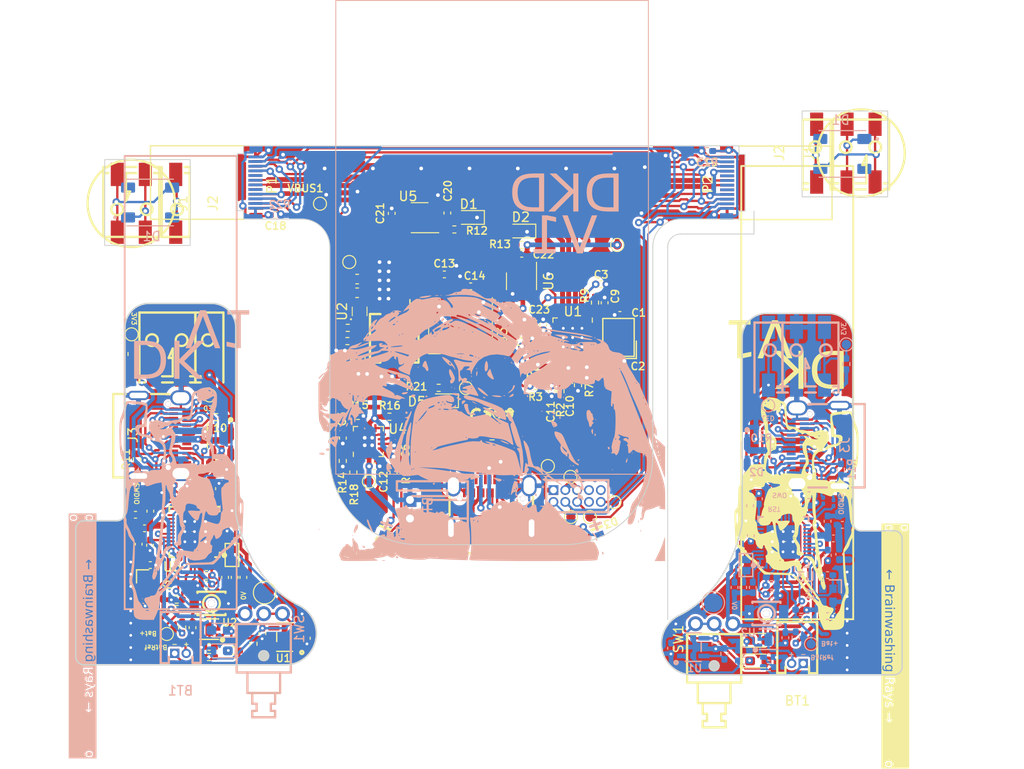
<source format=kicad_pcb>
(kicad_pcb (version 20221018) (generator pcbnew)
  (layers (0 "F.Cu" signal) (31 "B.Cu" signal) (34 "B.Paste" user) (35 "F.Paste" user) (36 "B.SilkS" user "B.Silkscreen") (37 "F.SilkS" user "F.Silkscreen") (38 "B.Mask" user) (39 "F.Mask" user) (44 "Edge.Cuts" user))
  (net 0 "")
  (net 1 "GND")
  (net 2 "Net-(U1-XTALIN{slash}CLKIN)")
  (net 3 "Net-(U1-XTALOUT{slash}(CLKIN_EN))")
  (net 4 "+3V3")
  (net 5 "Net-(U1-CRFILT)")
  (net 6 "Net-(U1-PLLFILT)")
  (net 7 "Net-(U1-VBUS_DET)")
  (net 8 "RESET")
  (net 11 "VTRef")
  (net 12 "Net-(J1-CC1)")
  (net 18 "Net-(J1-CC2)")
  (net 20 "SWDIO")
  (net 22 "/DeviceSelect/D2+")
  (net 23 "/DeviceSelect/D2-")
  (net 24 "Net-(D3-K)")
  (net 25 "nRESET")
  (net 26 "SWO")
  (net 28 "/ExtraBattery/VBAT")
  (net 29 "SWCLK")
  (net 31 "/ExtraBattery/3.7Out")
  (net 33 "/DeviceSelect/D1+")
  (net 34 "/DeviceSelect/D1-")
  (net 37 "Net-(U1-SMBDATA{slash}NON_REM1)")
  (net 38 "Net-(U1-SUSP_IND{slash}LOCAL_PWR{slash}(NON_REM0))")
  (net 43 "PWREN1")
  (net 44 "/DeviceSelect/VBUS1")
  (net 45 "PWREN2")
  (net 46 "Net-(U1-SMBCLK{slash}CFG_SEL0)")
  (net 47 "Net-(U1-RBIAS)")
  (net 49 "/DeviceSelect/VBUS2")
  (net 50 "Net-(D1-A)")
  (net 51 "Net-(D2-A)")
  (net 52 "Net-(D4-A)")
  (net 53 "Net-(U2-SW)")
  (net 54 "Net-(D3-A)")
  (net 55 "Net-(D4-K)")
  (net 56 "/ExtraBattery/FB")
  (net 57 "Net-(U4-ISET)")
  (net 58 "Net-(U4-ILIM)")
  (net 59 "Net-(U4-TS)")
  (net 61 "/DeviceSelect/Vsys")
  (net 62 "Net-(D5-A)")
  (net 63 "/DeviceSelect/D-")
  (net 66 "Net-(P1-SHIELD)")
  (net 67 "Net-(P2-SHIELD)")
  (net 68 "Net-(J1-D+-PadA6)")
  (net 69 "Net-(J1-D--PadA7)")
  (net 70 "/DeviceSelect/D+")
  (footprint "Package_TO_SOT_SMD:SOT-23-6_Handsoldering" (layer "F.Cu") (at 148.771443 73.733557 -90)
    (fp_text reference "U6")
    (fp_text value "SIP32509DT-T1-GE3")
  )
  (footprint "Package_DFN_QFN:VQFN-16-1EP_3x3mm_P0.5mm_EP1.6x1.6mm" (layer "F.Cu") (at 132.364154 90.913557 90)
    (fp_text reference "U4")
    (fp_text value "BQ24073RGT")
  )
  (footprint "Capacitor_SMD:C_0402_1005Metric_Pad0.74x0.62mm_HandSolder" (layer "F.Cu") (at 108.9975 104.16 180)
    (fp_text reference "C3" hide)
    (fp_text value "12p")
  )
  (footprint "TestPoint:TestPoint_Pad_D1.0mm" (layer "F.Cu") (at 127.176443 65.413557 90)
    (fp_text reference "TP3" hide)
    (fp_text value "TestPoint")
  )
  (footprint "Resistor_SMD:R_0402_1005Metric_Pad0.72x0.64mm_HandSolder" (layer "F.Cu") (at 117.9725 113.32)
    (fp_text reference "R1" hide)
    (fp_text value "2k")
  )
  (footprint "easyeda2kicad:CONN-SMD_2059-302" (layer "F.Cu") (at 110.83 80.68 90)
    (fp_text reference "J2" hide)
    (fp_text value "Screw_Terminal_01x02")
  )
  (footprint "Capacitor_SMD:C_0402_1005Metric_Pad0.74x0.62mm_HandSolder" (layer "F.Cu") (at 117.3 96.71 -90)
    (fp_text reference "C10" hide)
    (fp_text value "4.7u")
  )
  (footprint "Capacitor_SMD:C_0402_1005Metric_Pad0.74x0.62mm_HandSolder" (layer "F.Cu") (at 117.01 105.48 90)
    (fp_text reference "C2" hide)
    (fp_text value "100n")
  )
  (footprint "Capacitor_SMD:C_0402_1005Metric_Pad0.74x0.62mm_HandSolder" (layer "F.Cu") (at 113.52 110.87 90)
    (fp_text reference "C14" hide)
    (fp_text value "100n")
  )
  (footprint "Inductor_SMD:L_0402_1005Metric_Pad0.77x0.64mm_HandSolder" (layer "F.Cu") (at 107.75 101.9225 -90)
    (fp_text reference "L2" hide)
    (fp_text value "2.2n")
  )
  (footprint "Resistor_SMD:R_0402_1005Metric_Pad0.72x0.64mm_HandSolder" (layer "F.Cu") (at 143.918943 92.993557)
    (fp_text reference "R4")
    (fp_text value "5k1")
  )
  (footprint "Resistor_SMD:R_0402_1005Metric_Pad0.72x0.64mm_HandSolder" (layer "F.Cu") (at 116.0775 88.3 180)
    (fp_text reference "R10")
    (fp_text value "5k1")
  )
  (footprint "Capacitor_SMD:C_0402_1005Metric_Pad0.74x0.62mm_HandSolder" (layer "F.Cu") (at 129.631231 90.546345 -90)
    (fp_text reference "C5")
    (fp_text value "1u")
  )
  (footprint "Capacitor_SMD:C_0402_1005Metric_Pad0.74x0.62mm_HandSolder" (layer "F.Cu") (at 151.096943 78.380057 -90)
    (fp_text reference "C4")
    (fp_text value "1u")
  )
  (footprint "Capacitor_SMD:C_0402_1005Metric_Pad0.74x0.62mm_HandSolder" (layer "F.Cu") (at 109.0075 108.55)
    (fp_text reference "C4" hide)
    (fp_text value "12p")
  )
  (footprint "Capacitor_SMD:C_0402_1005Metric_Pad0.74x0.62mm_HandSolder" (layer "F.Cu") (at 155.766943 83.51 90)
    (fp_text reference "C7")
    (fp_text value "100n")
  )
  (footprint "Capacitor_SMD:C_0402_1005Metric_Pad0.74x0.62mm_HandSolder" (layer "F.Cu") (at 157.2925 74.05 180)
    (fp_text reference "C3")
    (fp_text value "100n")
  )
  (footprint "easyeda2kicad:CONN-SMD_custom1" (layer "F.Cu") (at 116.83 80.68 90)
    (fp_text reference "J1" hide)
    (fp_text value "Screw_Terminal_01x01")
  )
  (footprint "easyeda2kicad:IND-SMD_L5.2-W5.2_YSPI0530" (layer "F.Cu") (at 135.136443 79.843557 90)
    (fp_text reference "L1")
    (fp_text value "4.7u")
  )
  (footprint "Capacitor_SMD:C_0402_1005Metric_Pad0.74x0.62mm_HandSolder" (layer "F.Cu") (at 109 98.38 90)
    (fp_text reference "C8" hide)
    (fp_text value "1p")
  )
  (footprint "Capacitor_SMD:C_0402_1005Metric_Pad0.74x0.62mm_HandSolder" (layer "F.Cu") (at 159.149443 82.357557)
    (fp_text reference "C2")
    (fp_text value "18p")
  )
  (footprint "easyeda2kicad:SideStuckLED" (layer "F.Cu") (at 157.27615 101.202449 -160)
    (fp_text reference "D3")
    (fp_text value "BLUE LED")
  )
  (footprint "TestPoint:TestPoint_Pad_D1.0mm" (layer "F.Cu") (at 133.766443 83.943557 180)
    (fp_text reference "TP7" hide)
    (fp_text value "TestPoint")
  )
  (footprint "CustomPads:OT2" (layer "F.Cu") (at 178.445534 98.841793 180)
    (fp_text reference "G***" hide)
    (fp_text value "LOGO" hide)
  )
  (footprint "easyeda2kicad:SOT-23-6_L2.9-W1.6-P0.95-LS2.8-BL" (layer "F.Cu") (at 116.66 90.73 180)
    (fp_text reference "D2")
    (fp_text value "USBLC6-2SC6_C2687116")
  )
  (footprint "Resistor_SMD:R_0201_0603Metric" (layer "F.Cu") (at 112.91 96.26 90)
    (fp_text reference "R6" hide)
    (fp_text value "NF")
  )
  (footprint "Capacitor_SMD:C_0603_1608Metric_Pad1.08x0.95mm_HandSolder" (layer "F.Cu") (at 131.158943 73.493557)
    (fp_text reference "C16" hide)
    (fp_text value "22u")
  )
  (footprint "Resistor_SMD:R_0402_1005Metric_Pad0.72x0.64mm_HandSolder" (layer "F.Cu") (at 148.798943 69.823557 180)
    (fp_text reference "R13")
    (fp_text value "220")
  )
  (footprint "kikit:Board" (layer "F.Cu") (at 120.81 73.38)
    (fp_text reference "E")
    (fp_text value "Board")
  )
  (footprint "easyeda2kicad:KEY-SMD_L3.0-W2.5-LS4.0" (layer "F.Cu") (at 115.55 108.27)
    (fp_text reference "SW2" hide)
    (fp_text value "SW_DIP_x01")
  )
  (footprint "TestPoint:TestPoint_Pad_D1.0mm" (layer "F.Cu") (at 154.066443 99.003557 90)
    (fp_text reference "TP13" hide)
    (fp_text value "TestPoint")
  )
  (footprint "Resistor_SMD:R_0402_1005Metric_Pad0.72x0.64mm_HandSolder" (layer "F.Cu") (at 106.99 81.5275 -90)
    (fp_text reference "R9" hide)
    (fp_text value "470")
  )
  (footprint "LED_SMD:LED_0603_1608Metric_Pad1.05x0.95mm_HandSolder" (layer "F.Cu") (at 140.351443 86.543557 180)
    (fp_text reference "D5")
    (fp_text value "LED")
  )
  (footprint "Capacitor_SMD:C_0402_1005Metric_Pad0.74x0.62mm_HandSolder" (layer "F.Cu") (at 116.36 95.97 -90)
    (fp_text reference "C9" hide)
    (fp_text value "4.7u")
  )
  (footprint "easyeda2kicad:SOT-23-5_L3.0-W1.7-P0.95-LS2.8-BL" (layer "F.Cu") (at 123.3925 111.88 90)
    (fp_text reference "U1")
    (fp_text value "MCP73831T-2ACI/OT")
  )
  (footprint "Resistor_SMD:R_0402_1005Metric_Pad0.72x0.64mm_HandSolder" (layer "F.Cu") (at 152.946943 85.525057 90)
    (fp_text reference "R2")
    (fp_text value "10k")
  )
  (footprint "Capacitor_SMD:C_0603_1608Metric_Pad1.08x0.95mm_HandSolder" (layer "F.Cu") (at 131.158943 74.963557)
    (fp_text reference "C17" hide)
    (fp_text value "22u")
  )
  (footprint "Resistor_SMD:R_0402_1005Metric_Pad0.72x0.64mm_HandSolder" (layer "F.Cu") (at 131.238731 88.166345)
    (fp_text reference "R15")
    (fp_text value "1.18k")
  )
  (footprint "Capacitor_SMD:C_0402_1005Metric_Pad0.74x0.62mm_HandSolder" (layer "F.Cu") (at 118.04 105.48 90)
    (fp_text reference "C16" hide)
    (fp_text value "8p")
  )
  (footprint "Capacitor_SMD:C_0402_1005Metric_Pad0.74x0.62mm_HandSolder" (layer "F.Cu") (at 125.77 112.005 -90)
    (fp_text reference "C13" hide)
    (fp_text value "10u")
  )
  (footprint "Inductor_SMD:L_0402_1005Metric_Pad0.77x0.64mm_HandSolder" (layer "F.Cu") (at 108.37 100.22 180)
    (fp_text reference "L1" hide)
    (fp_text value "4.7n")
  )
  (footprint "easyeda2kicad:CONN-SMD_custom1" (layer "F.Cu") (at 181.9 59.99 90)
    (fp_text reference "J2")
    (fp_text value "Screw_Terminal_01x01")
  )
  (footprint "Capacitor_SMD:C_0402_1005Metric_Pad0.74x0.62mm_HandSolder" (layer "F.Cu") (at 168.696443 59.753557)
    (fp_text reference "C19")
    (fp_text value "100n")
  )
  (footprint "Capacitor_SMD:C_0402_1005Metric_Pad0.74x0.62mm_HandSolder" (layer "F.Cu") (at 140.826443 66.413557 -90)
    (fp_text reference "C20")
    (fp_text value "100n")
  )
  (footprint "Resistor_SMD:R_0201_0603Metric" (layer "F.Cu") (at 108.36 96.43 90)
    (fp_text reference "R7" hide)
    (fp_text value "NF")
  )
  (footprint "TestPoint:TestPoint_Pad_D1.0mm" (layer "F.Cu") (at 106.99 79.42 180)
    (fp_text reference "TP11" hide)
    (fp_text value "TestPoint")
  )
  (footprint "Capacitor_SMD:C_0402_1005Metric_Pad0.74x0.62mm_HandSolder" (layer "F.Cu") (at 108.97 102.0375 -90)
    (fp_text reference "C11" hide)
    (fp_text value "100p")
  )
  (footprint "easyeda2kicad:USB-C-SMD_TYPE-C-24P-GTJB-040" (layer "F.Cu") (at 120.286443 63.143557 -90)
    (fp_text reference "P1")
    (fp_text value "USB_C_Plug")
  )
  (footprint "Resistor_SMD:R_0402_1005Metric_Pad0.72x0.64mm_HandSolder" (layer "F.Cu") (at 139.898943 85.153557)
    (fp_text reference "R21")
    (fp_text value "2k")
  )
  (footprint "Resistor_SMD:R_0402_1005Metric_Pad0.72x0.64mm_HandSolder" (layer "F.Cu") (at 107.57 92.8225 90)
    (fp_text reference "R11")
    (fp_text value "5k1")
  )
  (footprint "Resistor_SMD:R_0402_1005Metric_Pad0.72x0.64mm_HandSolder" (layer "F.Cu") (at 152.0275 82.88)
    (fp_text reference "R8")
    (fp_text value "100")
  )
  (footprint "Capacitor_SMD:C_0402_1005Metric_Pad0.74x0.62mm_HandSolder" (layer "F.Cu") (at 140.506443 72.993557)
    (fp_text reference "C13")
    (fp_text value "2.2u")
  )
  (footprint "LED_SMD:LED_0603_1608Metric_Pad1.05x0.95mm_HandSolder" (layer "F.Cu") (at 174.142383 112.229022)
    (fp_text reference "D4" hide)
    (fp_text value "BLUE LED")
  )
  (footprint "Resistor_SMD:R_0402_1005Metric_Pad0.72x0.64mm_HandSolder" (layer "F.Cu") (at 141.578943 68.173557)
    (fp_text reference "R12")
    (fp_text value "220")
  )
  (footprint "Resistor_SMD:R_0402_1005Metric_Pad0.72x0.64mm_HandSolder" (layer "F.Cu") (at 112.41 110.85 -90)
    (fp_text reference "R2" hide)
    (fp_text value "2k")
  )
  (footprint "Capacitor_SMD:C_0402_1005Metric_Pad0.74x0.62mm_HandSolder" (layer "F.Cu") (at 115.0025 106.25)
    (fp_text reference "C1" hide)
    (fp_text value "1u")
  )
  (footprint "TestPoint:TestPoint_Pad_D2.0mm" (layer "F.Cu") (at 121.24 107.12 180)
    (fp_text reference "TP16" hide)
    (fp_text value "TestPoint")
  )
  (footprint "easyeda2kicad:TYPE-C-SMD_C9900025773" (layer "F.Cu") (at 110.31 90.29 -90)
    (fp_text reference "J3")
    (fp_text value "USB_C_Receptacle")
  )
  (footprint "Resistor_SMD:R_0402_1005Metric_Pad0.72x0.64mm_HandSolder" (layer "F.Cu") (at 130.153943 78.723557 180)
    (fp_text reference "R20" hide)
    (fp_text value "732")
  )
  (footprint "kikit:Board" (layer "F.Cu") (at 105.7 60.68)
    (fp_text reference "A")
    (fp_text value "Board")
  )
  (footprint "Capacitor_SMD:C_0402_1005Metric_Pad0.74x0.62mm_HandSolder" (layer "F.Cu") (at 115.0025 105.32 180)
    (fp_text reference "C17" hide)
    (fp_text value "NC")
  )
  (footprint "easyeda2kicad:QFN-40_L5.0-W5.0-P0.40-TL-EP3.6" (layer "F.Cu") (at 113.729833 100.61 180)
    (fp_text reference "U3")
    (fp_text value "NRF52833-QDAA-R7")
  )
  (footprint "Resistor_SMD:R_0402_1005Metric_Pad0.72x0.64mm_HandSolder" (layer "F.Cu") (at 120.05 112.5975 90)
    (fp_text reference "R4" hide)
    (fp_text value "4k99")
  )
  (footprint "Capacitor_SMD:C_0402_1005Metric_Pad0.74x0.62mm_HandSolder" (layer "F.Cu") (at 118.97 105.48 90)
    (fp_text reference "C15" hide)
    (fp_text value "8p")
  )
  (footprint "Capacitor_SMD:C_0402_1005Metric_Pad0.74x0.62mm_HandSolder" (layer "F.Cu") (at 148.798943 70.783557)
    (fp_text reference "C22")
    (fp_text value "100n")
  )
  (footprint "Capacitor_SMD:C_0402_1005Metric_Pad0.74x0.62mm_HandSolder" (layer "F.Cu") (at 135.051231 91.968845 90)
    (fp_text reference "C6")
    (fp_text value "4.7u")
  )
  (footprint "Capacitor_SMD:C_0402_1005Metric_Pad0.74x0.62mm_HandSolder" (layer "F.Cu") (at 121.01 111.4975 -90)
    (fp_text reference "C19" hide)
    (fp_text value "10u")
  )
  (footprint "Resistor_SMD:R_0402_1005Metric_Pad0.72x0.64mm_HandSolder" (layer "F.Cu") (at 130.116443 80.143557)
    (fp_text reference "R19" hide)
    (fp_text value "100k")
  )
  (footprint "Resistor_SMD:R_0402_1005Metric_Pad0.72x0.64mm_HandSolder" (layer "F.Cu") (at 154.826943 84.875057 90)
    (fp_text reference "R7")
    (fp_text value "100")
  )
  (footprint "easyeda2kicad:CONN-TH_530480210" (layer "F.Cu") (at 178.337383 114.709022 180)
    (fp_text reference "BT1")
    (fp_text value "Battery")
  )
  (footprint "Package_TO_SOT_SMD:SOT-23-6_Handsoldering" (layer "F.Cu") (at 137.856443 66.913557 180)
    (fp_text reference "U5")
    (fp_text value "SIP32509DT-T1-GE3")
  )
  (footprint "TestPoint:TestPoint_Pad_D1.0mm" (layer "F.Cu") (at 130.316443 71.663557 180)
    (fp_text reference "TP6" hide)
    (fp_text value "TestPoint")
  )
  (footprint "easyeda2kicad:SOT-563_L1.6-W1.2-P0.50-LS1.6-BR" (layer "F.Cu") (at 131.426443 76.963557 -90)
    (fp_text reference "U2")
    (fp_text value "TPS61023DRLR")
  )
  (footprint "Capacitor_SMD:C_0402_1005Metric_Pad0.74x0.62mm_HandSolder" (layer "F.Cu") (at 122.416443 66.633557 180)
    (fp_text reference "C18")
    (fp_text value "100n")
  )
  (footprint "easyeda2kicad:CRYSTAL-SMD_4P-L3.2-W2.5-BL" (layer "F.Cu") (at 159.166943 79.747557 90)
    (fp_text reference "Y1" hide)
    (fp_text value "X322524MOB4SI")
  )
  (footprint "Capacitor_SMD:C_0402_1005Metric_Pad0.74x0.62mm_HandSolder" (layer "F.Cu") (at 159.316943 77.337557)
    (fp_text reference "C1")
    (fp_text value "18p")
  )
  (footprint "Resistor_SMD:R_0402_1005Metric_Pad0.72x0.64mm_HandSolder" (layer "F.Cu") (at 134.623731 88.256345 180)
    (fp_text reference "R16")
    (fp_text value "1.18k")
  )
  (footprint "easyeda2kicad:CRYSTAL-SMD_4P-L2.0-W1.6-BL" (layer "F.Cu") (at 108.97 106.32 -90)
    (fp_text reference "Y1")
    (fp_text value "XL7EL89CKI-111YLC-32M ")
  )
  (footprint "TestPoint:TestPoint_Pad_D1.0mm" (layer "F.Cu") (at 151.596443 93.543557 90)
    (fp_text reference "TP11" hide)
    (fp_text value "TestPoint")
  )
  (footprint "easyeda2kicad:USB-C-SMD_TYPE-C-24P-GTJB-040" (layer "F.Cu") (at 170.778943 63.173557 90)
    (fp_text reference "P2")
    (fp_text value "USB_C_Plug")
  )
  (footprint "Resistor_SMD:R_0402_1005Metric_Pad0.72x0.64mm_HandSolder" (layer "F.Cu") (at 115.2875 114.02 180)
    (fp_text reference "R3" hide)
    (fp_text value "100")
  )
  (footprint "Resistor_SMD:R_0201_0603Metric" (layer "F.Cu") (at 113.66 96.72 -90)
    (fp_text reference "R5" hide)
    (fp_text value "NF")
  )
  (footprint "Package_TO_SOT_SMD:SOT-223-3_TabPin2" (layer "F.Cu") (at 142.236443 79.593557 -90)
    (fp_text reference "U3")
    (fp_text value "AMS1117-3.3")
  )
  (footprint "Capacitor_SMD:C_0402_1005Metric_Pad0.74x0.62mm_HandSolder" (layer "F.Cu") (at 117.22 99.94 90)
    (fp_text reference "C12" hide)
    (fp_text value "4.7u")
  )
  (footprint "Capacitor_SMD:C_0402_1005Metric_Pad0.74x0.62mm_HandSolder" (layer "F.Cu") (at 131.646443 81.941057 -90)
    (fp_text reference "C15")
    (fp_text value "10u")
  )
  (footprint "LED_SMD:LED_0603_1608Metric_Pad1.05x0.95mm_HandSolder" (layer "F.Cu") (at 174.142383 114.439022)
    (fp_text reference "D1" hide)
    (fp_text value "RED LED")
  )
  (footprint "Resistor_SMD:R_0402_1005Metric_Pad0.72x0.64mm_HandSolder" (layer "F.Cu") (at 156.65 76.0175 -90)
    (fp_text reference "R9")
    (fp_text value "12k")
  )
  (footprint "easyeda2kicad:CONN-SMD_2059-302" (layer "F.Cu") (at 106.96 65.37 -90)
    (fp_text reference "J1")
    (fp_text value "Screw_Terminal_01x02")
  )
  (footprint "easyeda2kicad:CONN-SMD_custom1" (layer "F.Cu") (at 110.22 65.37 -90)
    (fp_text reference "J2")
    (fp_text value "Screw_Terminal_01x01")
  )
  (footprint "easyeda2kicad:CRYSTAL-SMD_L1.6-W1.0" (layer "F.Cu") (at 117.75 103.08 -90)
    (fp_text reference "Y2" hide)
    (fp_text value " X161032768KLD2SI")
  )
  (footprint "Capacitor_SMD:C_0402_1005Metric_Pad0.74x0.62mm_HandSolder" (layer "F.Cu") (at 110.9875 95.59 180)
    (fp_text reference "C6" hide)
    (fp_text value "100n")
  )
  (footprint "TestPoint:TestPoint_Pad_D1.0mm" (layer "F.Cu") (at 159.026443 69.833557 90)
    (fp_text reference "TP4" hide)
    (fp_text value "TestPoint")
  )
  (footprint "TestPoint:TestPoint_Pad_D1.0mm" (layer "F.Cu") (at 156.096443 99.003557 90)
    (fp_text reference "TP14" hide)
    (fp_text value "TestPoint")
  )
  (footprint "TestPoint:TestPoint_Pad_D1.0mm" (layer "F.Cu") (at 158.726443 97.413557 90)
    (fp_text reference "TP16" hide)
    (fp_text value "TestPoint")
  )
  (footprint "Capacitor_SMD:C_0402_1005Metric_Pad0.74x0.62mm_HandSolder" (layer "F.Cu") (at 153.886943 84.580057 90)
    (fp_text reference "C10")
    (fp_text value "100n")
  )
  (footprint "Capacitor_SMD:C_0402_1005Metric_Pad0.74x0.62mm_HandSolder" (layer "F.Cu") (at 107.41 98.77 180)
    (fp_text reference "C5" hide)
    (fp_text value "1.2p")
  )
  (footprint "Resistor_SMD:R_0805_2012Metric_Pad1.20x1.40mm_HandSolder" (layer "F.Cu") (at 145.616443 91.473557 180)
    (fp_text reference "R11")
    (fp_text value "0R")
  )
  (footprint "TestPoint:TestPoint_Pad_D1.0mm" (layer "F.Cu") (at 142.826443 85.173557 180)
    (fp_text reference "TP10" hide)
    (fp_text value "TestPoint")
  )
  (footprint "easyeda2kicad:WDFN-6_L2.0-W2.0-P0.65-BL-EP" (layer "F.Cu") (at 115.33 111.03 90)
    (fp_text reference "U2")
    (fp_text value "XB6096I2SV")
  )
  (footprint "kikit:Board" (layer "F.Cu") (at 180.41 59.58)
    (fp_text reference "C")
    (fp_text value "Board")
  )
  (footprint "TestPoint:TestPoint_Pad_D1.0mm" (layer "F.Cu") (at 115.36 85.97 180)
    (fp_text reference "TP10" hide)
    (fp_text value "TestPoint")
  )
  (footprint "kikit:Board" (layer "F.Cu") (at 123.74 59.26)
    (fp_text reference "B")
    (fp_text value "Board")
  )
  (footprint "Package_DFN_QFN:HVQFN-24-1EP_4x4mm_P0.5mm_EP2.5x2.5mm_ThermalVias" (layer "F.Cu") (at 154.25 79.7725 -90)
    (fp_text reference "U1")
    (fp_text value "USB2422T-I/MJ")
  )
  (footprint "Capacitor_SMD:C_0402_1005Metric_Pad0.74x0.62mm_HandSolder" (layer "F.Cu") (at 152.006943 85.495057 90)
    (fp_text reference "C11")
    (fp_text value "1u")
  )
  (footprint "Resistor_SMD:R_0402_1005Metric_Pad0.72x0.64mm_HandSolder" (layer "F.Cu") (at 152.039443 83.827557 180)
    (fp_text reference "R1")
    (fp_text value "10k")
  )
  (footprint "Capacitor_SMD:C_0402_1005Metric_Pad0.74x0.62mm_HandSolder" (layer "F.Cu") (at 150.489443 79.957557)
    (fp_text reference "C8")
    (fp_text value "1u")
  )
  (footprint "Resistor_SMD:R_0402_1005Metric_Pad0.72x0.64mm_HandSolder" (layer "F.Cu") (at 117.9725 112.25 180)
    (fp_text reference "R12" hide)
    (fp_text value "220")
  )
  (footprint "Capacitor_SMD:C_0402_1005Metric_Pad0.74x0.62mm_HandSolder" (layer "F.Cu") (at 134.866443 66.4475 -90)
    (fp_text reference "C21")
    (fp_text value "4.7u")
  )
  (footprint "Resistor_SMD:R_0402_1005Metric_Pad0.72x0.64mm_HandSolder" (layer "F.Cu") (at 111.8275 108.87 180)
    (fp_text reference "R13" hide)
    (fp_text value "100k")
  )
  (footprint "Capacitor_SMD:C_0402_1005Metric_Pad0.74x0.62mm_HandSolder" (layer "F.Cu") (at 115.0025 104.39 180)
    (fp_text reference "C7" hide)
    (fp_text value "1u")
  )
  (footprint "TestPoint:TestPoint_Pad_D1.0mm" (layer "F.Cu") (at 132.421231 95.206345 180)
    (fp_text reference "TP8" hide)
    (fp_text value "TestPoint")
  )
  (footprint "Resistor_SMD:R_0402_1005Metric_Pad0.72x0.64mm_HandSolder" (layer "F.Cu") (at 111.8275 107.87)
    (fp_text reference "R14" hide)
    (fp_text value "33k")
  )
  (footprint "TestPoint:TestPoint_Pad_D1.0mm" (layer "F.Cu") (at 110.77 111.55 180)
    (fp_text reference "TP9" hide)
    (fp_text value "TestPoint")
  )
  (footprint "Resistor_SMD:R_0805_2012Metric_Pad1.20x1.40mm_HandSolder" (layer "F.Cu") (at 146.586443 89.553557 180)
    (fp_text reference "R10")
    (fp_text value "0R")
  )
  (footprint "TestPoint:TestPoint_Pad_D1.0mm" (layer "F.Cu") (at 152.046443 99.003557 90)
    (fp_text reference "TP12" hide)
    (fp_text value "TestPoint")
  )
  (footprint "TestPoint:TestPoint_Pad_D1.0mm" (layer "F.Cu") (at 154.016443 94.703557 90)
    (fp_text reference "TP17" hide)
    (fp_text value "TestPoint")
  )
  (footprint "kikit:Board" (layer "F.Cu") (at 172.35 73.36)
    (fp_text reference "D")
    (fp_text value "Board")
  )
  (footprint "Resistor_SMD:R_0402_1005Metric_Pad0.72x0.64mm_HandSolder" (layer "F.Cu") (at 150.5075 81.8)
    (fp_text reference "R6" hide)
    (fp_text value "100")
  )
  (footprint "easyeda2kicad:SW-TH_TK-6580B-1" (layer "F.Cu") (at 169.414883 110.456522)
    (fp_text reference "SW1")
    (fp_text value "TK-6580B-1")
    (fp_circle (center 0 4.5) (end 0.6 4.5) (fill solid) (layer "Edge.Cuts"))
  )
  (footprint "Resistor_SMD:R_0201_0603Metric" (layer "F.Cu") (at 109.46 96.17 -90)
    (fp_text reference "R8" hide)
    (fp_text value "NF")
  )
  (footprint "Resistor_SMD:R_0402_1005Metric_Pad0.72x0.64mm_HandSolder" (layer "F.Cu") (at 130.751231 94.226345 90)
    (fp_text reference "R18")
    (fp_text value "10k")
  )
  (footprint "Capacitor_SMD:C_0402_1005Metric_Pad0.74x0.62mm_HandSolder" (layer "F.Cu") (at 115.2975 112.94 180)
    (fp_text reference "C18" hide)
    (fp_text value "100n")
  )
  (footprint "LED_SMD:LED_0603_1608Metric_Pad1.05x0.95mm_HandSolder" (layer "F.Cu") (at 148.641443 68.343557 180)
    (fp_text reference "D2")
    (fp_text value "BLUE LED")
  )
  (footprint "Resistor_SMD:R_0402_1005Metric_Pad0.72x0.64mm_HandSolder" (layer "F.Cu") (at 129.621231 92.993845 -90)
    (fp_text reference "R14")
    (fp_text value "1.78k")
  )
  (footprint "Resistor_SMD:R_0402_1005Metric_Pad0.72x0.64mm_HandSolder" (layer "F.Cu") (at 135.071231 94.233845 90)
    (fp_text reference "R17")
    (fp_text value "1.18k")
  )
  (footprint "Capacitor_SMD:C_0402_1005Metric_Pad0.74x0.62mm_HandSolder" (layer "F.Cu") (at 133.008731 93.566345)
    (fp_text reference "C12")
    (fp_text value "4.7u")
  )
  (footprint "Capacitor_SMD:C_0402_1005Metric_Pad0.74x0.62mm_HandSolder" (layer "F.Cu") (at 157.68 76.0375 -90)
    (fp_text reference "C9")
    (fp_text value "100n")
  )
  (footprint "easyeda2kicad:OTS3" (layer "F.Cu") (at 145.59 88.288337)
    (fp_text reference "G***")
    (fp_text value "LOGO" hide)
  )
  (footprint "easyeda2kicad:TYPE-C-SMD_C9900025773" (layer "F.Cu") (at 145.531443 97.611057)
    (fp_text reference "J1")
    (fp_text value "USB_C_Receptacle")
  )
  (footprint "Resistor_SMD:R_0402_1005Metric_Pad0.72x0.64mm_HandSolder" (layer "F.Cu") (at 150.279443 84.957557 180)
    (fp_text reference "R3")
    (fp_text value "10k")
  )
  (footprint "easyeda2kicad:CONN-SMD_2059-302" (layer "F.Cu") (at 185.16 59.99 90)
    (fp_text reference "J1")
    (fp_text value "Screw_Terminal_01x02")
  )
  (footprint "easyeda2kicad:SideStuckLED" (layer "F.Cu") (at 133.876736 101.192449 160)
    (fp_text reference "D4")
    (fp_text value "BLUE RED")
  )
  (footprint "Capacitor_SMD:C_0402_1005Metric_Pad0.74x0.62mm_HandSolder" (layer "F.Cu") (at 143.326443 74.273557)
    (fp_text reference "C14")
    (fp_text value "2.2u")
  )
  (footprint "Capacitor_SMD:C_0402_1005Metric_Pad0.74x0.62mm_HandSolder" (layer "F.Cu") (at 148.348943 76.693557)
    (fp_text reference "C23")
    (fp_text value "4.7u")
  )
  (footprint "LED_SMD:LED_0603_1608Metric_Pad1.05x0.95mm_HandSolder" (layer "F.Cu") (at 143.131443 66.883557 180)
    (fp_text reference "D1")
    (fp_text value "BLUE LED")
  )
  (footprint "easyeda2kicad:SOL320P540X170-4N" (layer "B.Cu") (at 108.97 65.285)
    (fp_text reference "D1")
    (fp_text value "2758")
  )
  (footprint "LED_SMD:LED_0603_1608Metric_Pad1.05x0.95mm_HandSolder" (layer "B.Cu") (at 116.425 111.15 180)
    (fp_text reference "D4" hide)
    (fp_text value "BLUE LED")
  )
  (footprint "Resistor_SMD:R_0201_0603Metric" (layer "B.Cu") (at 177.657383 97.339022 90)
    (fp_text reference "R6" hide)
    (fp_text value "NF")
  )
  (footprint "easyeda2kicad:CONN-TH_530480210" (layer "B.Cu") (at 112.23 113.63)
    (fp_text reference "BT1")
    (fp_text value "Battery")
  )
  (footprint "Resistor_SMD:R_0402_1005Metric_Pad0.72x0.64mm_HandSolder" (layer "B.Cu") (at 174.489883 89.379022)
    (fp_text reference "R10")
    (fp_text value "5k1")
  )
  (footprint "TestPoint:TestPoint_Pad_D2.0mm" (layer "B.Cu") (at 169.327383 108.199022)
    (fp_text reference "TP16" hide)
    (fp_text value "TestPoint")
  )
  (footprint "Resistor_SMD:R_0402_1005Metric_Pad0.72x0.64mm_HandSolder" (layer "B.Cu") (at 182.997383 93.901522 90)
    (fp_text reference "R11")
    (fp_text value "5k1")
  )
  (footprint "easyeda2kicad:SW-TH_TK-6580B-1" (layer "B.Cu") (at 121.1525 109.3775 180)
    (fp_text reference "SW1")
    (fp_text value "TK-6580B-1")
    (fp_circle (center 0 -4.5) (end 0.6 -4.5) (fill solid) (layer "Edge.Cuts"))
  )
  (footprint "Capacitor_SMD:C_0402_1005Metric_Pad0.74x0.62mm_HandSolder" (layer "B.Cu") (at 181.569883 105.239022)
    (fp_text reference "C3" hide)
    (fp_text value "12p")
  )
  (footprint "Resistor_SMD:R_0402_1005Metric_Pad0.72x0.64mm_HandSolder" (layer "B.Cu") (at 178.157383 111.929022 -90)
    (fp_text reference "R2" hide)
    (fp_text value "2k")
  )
  (footprint "Capacitor_SMD:C_0402_1005Metric_Pad0.74x0.62mm_HandSolder" (layer "B.Cu") (at 171.597383 106.559022 90)
    (fp_text reference "C15" hide)
    (fp_text value "8p")
  )
  (footprint "Capacitor_SMD:C_0402_1005Metric_Pad0.74x0.62mm_HandSolder" (layer "B.Cu") (at 173.267383 97.789022 -90)
    (fp_text reference "C10" hide)
    (fp_text value "4.7u")
  )
  (footprint "Resistor_SMD:R_0402_1005Metric_Pad0.72x0.64mm_HandSolder" (layer "B.Cu") (at 175.279883 115.099022)
    (fp_text reference "R3" hide)
    (fp_text value "100")
  )
  (footprint "Capacitor_SMD:C_0402_1005Metric_Pad0.74x0.62mm_HandSolder" (layer "B.Cu") (at 177.047383 111.949022 90)
    (fp_text reference "C14" hide)
    (fp_text value "100n")
  )
  (footprint "CustomPads:OT2" (layer "B.Cu") (at 112.121849 97.762771)
    (fp_text reference "G***" hide)
    (fp_text value "LOGO" hide)
  )
  (footprint "easyeda2kicad:TYPE-C-SMD_C9900025773" (layer "B.Cu") (at 180.257383 91.369022 -90)
    (fp_text reference "J3")
    (fp_text value "USB_C_Receptacle")
  )
  (footprint "Inductor_SMD:L_0402_1005Metric_Pad0.77x0.64mm_HandSolder" (layer "B.Cu") (at 182.817383 103.001522 -90)
    (fp_text reference "L2" hide)
    (fp_text value "2.2n")
  )
  (footprint "Capacitor_SMD:C_0402_1005Metric_Pad0.74x0.62mm_HandSolder" (layer "B.Cu") (at 175.564883 106.399022)
    (fp_text reference "C17" hide)
    (fp_text value "NC")
  )
  (footprint "TestPoint:TestPoint_Pad_D1.0mm" (layer "B.Cu") (at 179.797383 112.629022)
    (fp_text reference "TP9" hide)
    (fp_text value "TestPoint")
  )
  (footprint "Resistor_SMD:R_0402_1005Metric_Pad0.72x0.64mm_HandSolder" (layer "B.Cu") (at 178.739883 109.949022)
    (fp_text reference "R13" hide)
    (fp_text value "100k")
  )
  (footprint "easyeda2kicad:CRYSTAL-SMD_L1.6-W1.0" (layer "B.Cu") (at 172.817383 104.159022 -90)
    (fp_text reference "Y2" hide)
    (fp_text value " X161032768KLD2SI")
  )
  (footprint "easyeda2kicad:QFN-40_L5.0-W5.0-P0.40-TL-EP3.6" (layer "B.Cu") (at 176.83755 101.689022)
    (fp_text reference "U3")
    (fp_text value "NRF52833-QDAA-R7")
  )
  (footprint "Capacitor_SMD:C_0402_1005Metric_Pad0.74x0.62mm_HandSolder" (layer "B.Cu") (at 175.564883 107.329022 180)
    (fp_text reference "C1" hide)
    (fp_text value "1u")
  )
  (footprint "Capacitor_SMD:C_0402_1005Metric_Pad0.74x0.62mm_HandSolder" (layer "B.Cu") (at 175.269883 114.019022)
    (fp_text reference "C18" hide)
    (fp_text value "100n")
  )
  (footprint "easyeda2kicad:KEY-SMD_L3.0-W2.5-LS4.0" (layer "B.Cu") (at 175.017383 109.349022 180)
    (fp_text reference "SW2" hide)
    (fp_text value "SW_DIP_x01")
  )
  (footprint "TestPoint:TestPoint_Pad_D1.0mm" (layer "B.Cu") (at 175.207383 87.049022)
    (fp_text reference "TP10" hide)
    (fp_text value "TestPoint")
  )
  (footprint "Capacitor_SMD:C_0402_1005Metric_Pad0.74x0.62mm_HandSolder" (layer "B.Cu") (at 173.557383 106.559022 90)
    (fp_text reference "C2" hide)
    (fp_text value "100n")
  )
  (footprint "Resistor_SMD:R_0201_0603Metric" (layer "B.Cu") (at 176.907383 97.799022 -90)
    (fp_text reference "R5" hide)
    (fp_text value "NF")
  )
  (footprint "Capacitor_SMD:C_0402_1005Metric_Pad0.74x0.62mm_HandSolder" (layer "B.Cu") (at 181.597383 103.116522 -90)
    (fp_text reference "C11" hide)
    (fp_text value "100p")
  )
  (footprint "easyeda2kicad:SOT-23-5_L3.0-W1.7-P0.95-LS2.8-BL" (layer "B.Cu") (at 167.174883 112.959022 90)
    (fp_text reference "U1")
    (fp_text value "MCP73831T-2ACI/OT")
  )
  (footprint "Resistor_SMD:R_0402_1005Metric_Pad0.72x0.64mm_HandSolder" (layer "B.Cu") (at 170.517383 113.676522 90)
    (fp_text reference "R4" hide)
    (fp_text value "4k99")
  )
  (footprint "easyeda2kicad:SOT-23-6_L2.9-W1.6-P0.95-LS2.8-BL" (layer "B.Cu") (at 173.907383 91.809022)
    (fp_text reference "D2")
    (fp_text value "USBLC6-2SC6_C2687116")
  )
  (footprint "Capacitor_SMD:C_0402_1005Metric_Pad0.74x0.62mm_HandSolder" (layer "B.Cu") (at 179.579883 96.669022)
    (fp_text reference "C6" hide)
    (fp_text value "100n")
  )
  (footprint "Capacitor_SMD:C_0402_1005Metric_Pad0.74x0.62mm_HandSolder" (layer "B.Cu") (at 181.567383 99.459022 90)
    (fp_text reference "C8" hide)
    (fp_text value "1p")
  )
  (footprint "Resistor_SMD:R_0402_1005Metric_Pad0.72x0.64mm_HandSolder" (layer "B.Cu") (at 172.594883 113.329022)
    (fp_text reference "R12" hide)
    (fp_text value "220")
  )
  (footprint "Capacitor_SMD:C_0402_1005Metric_Pad0.74x0.62mm_HandSolder" (layer "B.Cu") (at 175.564883 105.469022)
    (fp_text reference "C7" hide)
    (fp_text value "1u")
  )
  (footprint "Capacitor_SMD:C_0402_1005Metric_Pad0.74x0.62mm_HandSolder" (layer "B.Cu") (at 172.527383 106.559022 90)
    (fp_text reference "C16" hide)
    (fp_text value "8p")
  )
  (footprint "Resistor_SMD:R_0402_1005Metric_Pad0.72x0.64mm_HandSolder" (layer "B.Cu") (at 178.739883 108.949022 180)
    (fp_text reference "R14" hide)
    (fp_text value "33k")
  )
  (footprint "easyeda2kicad:SOL320P540X170-4N" (layer "B.Cu") (at 183.15 60.075 180)
    (fp_text reference "D1")
    (fp_text value "2758")
  )
  (footprint "easyeda2kicad:CONN-TH_S2B-PH-K-S-LF-SN" (layer "B.Cu") (at 145.62 97.07)
    (fp_text reference "BT2")
    (fp_text value "Battery")
  )
  (footprint "Resistor_SMD:R_0201_0603Metric" (layer "B.Cu") (at 181.107383 97.249022 -90)
    (fp_text reference "R8" hide)
    (fp_text value "NF")
  )
  (footprint "Inductor_SMD:L_0402_1005Metric_Pad0.77x0.64mm_HandSolder" (layer "B.Cu") (at 182.197383 101.299022)
    (fp_text reference "L1" hide)
    (fp_text value "4.7n")
  )
  (footprint "easyeda2kicad:CRYSTAL-SMD_4P-L2.0-W1.6-BL" (layer "B.Cu") (at 181.597383 107.399022 -90)
    (fp_text reference "Y1")
    (fp_text value "XL7EL89CKI-111YLC-32M ")
  )
  (footprint "Capacitor_SMD:C_0402_1005Metric_Pad0.74x0.62mm_HandSolder" (layer "B.Cu") (at 183.157383 99.849022)
    (fp_text reference "C5" hide)
    (fp_text value "1.2p")
  )
  (footprint "easyeda2kicad:WDFN-6_L2.0-W2.0-P0.65-BL-EP" (layer "B.Cu") (at 175.237383 112.109022 90)
    (fp_text reference "U2")
    (fp_text value "XB6096I2SV")
  )
  (footprint "Resistor_SMD:R_0201_0603Metric" (layer "B.Cu") (at 182.207383 97.509022 90)
    (fp_text reference "R7" hide)
    (fp_text value "NF")
  )
  (footprint "easyeda2kicad:HDR-TH_10P-P1.27-V-M-R2-C5-S1.27-1" (layer "B.Cu") (at 154.733943 96.758557)
    (fp_text reference "J4")
    (fp_text value "Conn_01x10_Socket")
  )
  (footprint "Resistor_SMD:R_0402_1005Metric_Pad0.72x0.64mm_HandSolder" (layer "B.Cu") (at 168.658943 59.763557 180)
    (fp_text reference "R23")
    (fp_text value "1k")
  )
  (footprint "Capacitor_SMD:C_0402_1005Metric_Pad0.74x0.62mm_HandSolder" (layer "B.Cu") (at 174.207383 97.049022 -90)
    (fp_text reference "C9" hide)
    (fp_text value "4.7u")
  )
  (footprint "Resistor_SMD:R_0402_1005Metric_Pad0.72x0.64mm_HandSolder" (layer "B.Cu") (at 172.594883 114.399022 180)
    (fp_text reference "R1" hide)
    (fp_text value "2k")
  )
  (footprint "Resistor_SMD:R_0402_1005Metric_Pad0.72x0.64mm_HandSolder" (layer "B.Cu") (at 183.577383 82.606522 -90)
    (fp_text reference "R9" hide)
    (fp_text value "470")
  )
  (footprint "easyeda2kicad:CONN-SMD_custom1" (layer "B.Cu") (at 173.737383 81.759022 90)
    (fp_text reference "J1" hide)
    (fp_text value "Screw_Terminal_01x01")
  )
  (footprint "Capacitor_SMD:C_0402_1005Metric_Pad0.74x0.62mm_HandSolder" (layer "B.Cu") (at 164.797383 113.084022 -90)
    (fp_text reference "C13" hide)
    (fp_text value "10u")
  )
  (footprint "Capacitor_SMD:C_0402_1005Metric_Pad0.74x0.62mm_HandSolder" (layer "B.Cu") (at 169.557383 112.576522 -90)
    (fp_text reference "C19" hide)
    (fp_text value "10u")
  )
  (footprint "Resistor_SMD:R_0402_1005Metric_Pad0.72x0.64mm_HandSolder" (layer "B.Cu") (at 122.416443 66.633557)
    (fp_text reference "R22")
    (fp_text value "1k")
  )
  (footprint "Capacitor_SMD:C_0402_1005Metric_Pad0.74x0.62mm_HandSolder" (layer "B.Cu") (at 173.347383 101.019022 90)
    (fp_text reference "C12" hide)
    (fp_text value "4.7u")
  )
  (footprint "LED_SMD:LED_0603_1608Metric_Pad1.05x0.95mm_HandSolder" (layer "B.Cu") (at 116.425 113.36 180)
    (fp_text reference "D1" hide)
    (fp_text value "RED LED")
  )
  (footprint "Resistor_SMD:R_0402_1005Metric_Pad0.72x0.64mm_HandSolder" (layer "B.Cu") (at 147.176443 97.883557 180)
    (fp_text reference "R5" hide)
    (fp_text value "5k1")
  )
  (footprint "easyeda2kicad:CONN-SMD_2059-302" (layer "B.Cu") (at 179.737383 81.759022 90)
    (fp_text reference "J2" hide)
    (fp_text value "Screw_Terminal_01x02")
  )
  (footprint "Capacitor_SMD:C_0402_1005Metric_Pad0.74x0.62mm_HandSolder" (layer "B.Cu") (at 181.559883 109.629022 180)
    (fp_text reference "C4" hide)
    (fp_text value "12p")
  )
  (footprint "TestPoint:TestPoint_Pad_D1.0mm" (layer "B.Cu") (at 183.577383 80.499022)
    (fp_text reference "TP11" hide)
    (fp_text value "TestPoint")
  )
  (gr_arc (start 172.419913 79.76451) (mid 173.174649 77.941519) (end 174.997383 77.186152) (stroke (width 0.16)) (layer "Edge.Cuts"))
  (gr_arc (start 181.704025 77.186152) (mid 183.526998 77.940886) (end 184.282383 79.763622) (stroke (width 0.16)) (layer "Edge.Cuts"))
  (gr_line (start 189.557616 115.06879) (end 189.557616 101.349255) (stroke (width 0.16)) (layer "Edge.Cuts"))
  (gr_line (start 164.436443 70.063557) (end 164.436443 110) (stroke (width 0.1)) (layer "Edge.Cuts"))
  (gr_curve (pts (xy 118.14747 98.61) (xy 118.81 102.24) (xy 121.01 106.57) (xy 124.849643 108.456925)) (stroke (width 0.16)) (layer "Edge.Cuts"))
  (gr_arc (start 167.141917 115.939021) (mid 163.858553 113.309409) (end 165.71774 109.535947) (stroke (width 0.16)) (layer "Edge.Cuts"))
  (gr_line (start 172.081443 60.113557) (end 172.081443 59.203557) (stroke (width 0.1)) (layer "Edge.Cuts"))
  (gr_line (start 172.419913 79.76451) (end 172.419913 99.689022) (stroke (width 0.16)) (layer "Edge.Cuts"))
  (gr_line (start 118.331443 66.153557) (end 118.981443 66.153557) (stroke (width 0.1)) (layer "Edge.Cuts"))
  (gr_line (start 172.731443 66.213557) (end 172.731443 60.113557) (stroke (width 0.1)) (layer "Edge.Cuts"))
  (gr_line (start 162.836443 59.203557) (end 172.081443 59.203557) (stroke (width 0.1)) (layer "Edge.Cuts"))
  (gr_line (start 118.981443 66.153557) (end 118.981443 67.063557) (stroke (width 0.1)) (layer "Edge.Cuts"))
  (gr_arc (start 125.229302 67.063557) (mid 127.349624 67.941223) (end 128.229301 70.060696) (stroke (width 0.1)) (layer "Edge.Cuts"))
  (gr_line (start 162.836443 70.063557) (end 162.836443 92.473557) (stroke (width 0.1)) (layer "Edge.Cuts"))
  (gr_line (start 172.081443 66.213557) (end 172.731443 66.213557) (stroke (width 0.1)) (layer "Edge.Cuts"))
  (gr_line (start 173.681443 68.663557) (end 173.681443 66.213557) (stroke (width 0.1)) (layer "Edge.Cuts"))
  (gr_line (start 185.142616 100.490978) (end 188.697383 100.489022) (stroke (width 0.16)) (layer "Edge.Cuts"))
  (gr_line (start 106.285 98.551723) (end 106.285 78.6846) (stroke (width 0.16)) (layer "Edge.Cuts"))
  (gr_arc (start 164.436443 70.063557) (mid 164.846511 69.073651) (end 165.836443 68.663557) (stroke (width 0.1)) (layer "Edge.Cuts"))
  (gr_curve (pts (xy 172.419913 99.689022) (xy 171.757383 103.319022) (xy 169.557383 107.649022) (xy 165.71774 109.535947)) (stroke (width 0.16)) (layer "Edge.Cuts"))
  (gr_line (start 181.704025 77.186152) (end 174.997383 77.186152) (stroke (width 0.16)) (layer "Edge.Cuts"))
  (gr_arc (start 106.285 98.551723) (mid 106.033015 99.159963) (end 105.424767 99.411956) (stroke (width 0.16)) (layer "Edge.Cuts"))
  (gr_line (start 118.14747 98.61) (end 118.14747 78.685488) (stroke (width 0.16)) (layer "Edge.Cuts"))
  (gr_arc (start 101.009767 100.270233) (mid 101.261728 99.66199) (end 101.87 99.41) (stroke (width 0.16)) (layer "Edge.Cuts"))
  (gr_arc (start 115.57 76.10713) (mid 117.392754 76.862483) (end 118.14747 78.685488) (stroke (width 0.16)) (layer "Edge.Cuts"))
  (gr_arc (start 162.836443 92.473557) (mid 160.053957 99.191071) (end 153.336443 101.973557) (stroke (width 0.1)) (layer "Edge.Cuts"))
  (gr_arc (start 188.697383 100.489022) (mid 189.305637 100.740977) (end 189.557616 101.349255) (stroke (width 0.16)) (layer "Edge.Cuts"))
  (gr_arc (start 124.849643 108.456925) (mid 126.708865 112.230377) (end 123.425466 114.859999) (stroke (width 0.16)) (layer "Edge.Cuts"))
  (gr_rect (start 104.11 60.68) (end 113.27 69.89) (stroke (width 0.1)) (fill none) (layer "Edge.Cuts"))
  (gr_line (start 173.681443 68.663557) (end 165.836443 68.663557) (stroke (width 0.1)) (layer "Edge.Cuts"))
  (gr_line (start 118.331443 60.053557) (end 118.331443 66.153557) (stroke (width 0.1)) (layer "Edge.Cuts"))
  (gr_arc (start 137.7293 101.973557) (mid 131.013855 99.1931) (end 128.229301 92.479325) (stroke (width 0.1)) (layer "Edge.Cuts"))
  (gr_rect (start 178.85 55.47) (end 188.01 64.68) (stroke (width 0.1)) (fill none) (layer "Edge.Cuts"))
  (gr_line (start 101.009767 100.270233) (end 101.009767 113.989768) (stroke (width 0.16)) (layer "Edge.Cuts"))
  (gr_arc (start 106.285 78.6846) (mid 107.040334 76.861836) (end 108.863358 76.10713) (stroke (width 0.16)) (layer "Edge.Cuts"))
  (gr_line (start 128.226443 59.203557) (end 118.981443 59.203557) (stroke (width 0.1)) (layer "Edge.Cuts"))
  (gr_line (start 165.836443 67.063557) (end 172.081443 67.063557) (stroke (width 0.1)) (layer "Edge.Cuts"))
  (gr_line (start 125.229302 67.063557) (end 118.981443 67.063557) (stroke (width 0.1)) (layer "Edge.Cuts"))
  (gr_line (start 188.697383 115.929023) (end 167.141917 115.939021) (stroke (width 0.16)) (layer "Edge.Cuts"))
  (gr_line (start 128.229301 92.479325) (end 128.229301 70.060696) (stroke (width 0.1)) (layer "Edge.Cuts"))
  (gr_line (start 184.282383 79.763622) (end 184.282383 99.630745) (stroke (width 0.16)) (layer "Edge.Cuts"))
  (gr_line (start 172.731443 60.113557) (end 172.081443 60.113557) (stroke (width 0.1)) (layer "Edge.Cuts"))
  (gr_arc (start 185.142616 100.490978) (mid 184.534363 100.238996) (end 184.282383 99.630745) (stroke (width 0.16)) (layer "Edge.Cuts"))
  (gr_line (start 115.57 76.10713) (end 108.863358 76.10713) (stroke (width 0.16)) (layer "Edge.Cuts"))
  (gr_line (start 162.836443 59.203557) (end 128.226443 59.203557) (stroke (width 0.1)) (layer "Edge.Cuts"))
  (gr_arc (start 101.87 114.850001) (mid 101.26171 114.598047) (end 101.009767 113.989768) (stroke (width 0.16)) (layer "Edge.Cuts"))
  (gr_line (start 123.425466 114.859999) (end 101.87 114.850001) (stroke (width 0.16)) (layer "Edge.Cuts"))
  (gr_arc (start 189.557616 115.06879) (mid 189.305645 115.677035) (end 188.697383 115.929023) (stroke (width 0.16)) (layer "Edge.Cuts"))
  (gr_line (start 118.981443 59.203557) (end 118.981443 60.053557) (stroke (width 0.1)) (layer "Edge.Cuts"))
  (gr_line (start 153.336443 101.973557) (end 137.7293 101.973557) (stroke (width 0.1)) (layer "Edge.Cuts"))
  (gr_line (start 172.081443 67.063557) (end 172.081443 66.213557) (stroke (width 0.1)) (layer "Edge.Cuts"))
  (gr_line (start 101.87 99.41) (end 105.424767 99.411956) (stroke (width 0.16)) (layer "Edge.Cuts"))
  (gr_arc (start 162.836443 70.063557) (mid 163.715123 67.942237) (end 165.836443 67.063557) (stroke (width 0.1)) (layer "Edge.Cuts"))
  (gr_line (start 118.981443 60.053557) (end 118.331443 60.053557) (stroke (width 0.1)) (layer "Edge.Cuts"))
  (gr_text "o     \no         ← Brainwashing Rays →         o" (at 103 98.655751 90) (layer "B.SilkS" knockout) (effects (font (size 1 1)) (justify left bottom mirror)))
  (gr_text "V1" (at 156.93 71.42) (layer "B.SilkS") (effects (font (size 4 4)) (justify left bottom mirror)))
  (gr_text "3V3" (at 183.317383 78.819022 90) (layer "B.SilkS") (effects (font (size 0.5 0.5) (thickness 0.1) bold) (justify mirror)))
  (gr_text "-" (at 178.967383 113.779022 180) (layer "B.SilkS") (effects (font (size 0.5 0.5) (thickness 0.1) bold) (justify mirror)))
  (gr_text "BatRef" (at 180.977383 114.049022 180) (layer "B.SilkS") (effects (font (size 0.5 0.5) (thickness 0.1) bold) (justify mirror)))
  (gr_text "V1" (at 112.72 76.15 180) (layer "B.SilkS") (effects (font (size 4 4)) (justify left bottom mirror)))
  (gr_text "Bat+" (at 181.817383 112.579022 180) (layer "B.SilkS") (effects (font (size 0.5 0.5) (thickness 0.1) bold) (justify mirror)))
  (gr_text "DKD" (at 159.73 66.93) (layer "B.SilkS") (effects (font (size 4 4)) (justify left bottom mirror)))
  (gr_text "LED" (at 175.207383 88.399022 180) (layer "B.SilkS") (effects (font (size 0.5 0.5) (thickness 0.1) bold) (justify mirror)))
  (gr_text "SWDIO" (at 183.047383 97.589022 90) (layer "B.SilkS") (effects (font (size 0.5 0.5) (thickness 0.1) bold) (justify mirror)))
  (gr_text "DK" (at 106.71 79.43 180) (layer "B.SilkS") (effects (font (size 4 4)) (justify left bottom mirror)))
  (gr_text "RST" (at 175.837383 98.139022 180) (layer "B.SilkS") (effects (font (size 0.5 0.5) (thickness 0.1) bold) (justify mirror)))
  (gr_text "0V" (at 171.577383 108.529022 -90) (layer "B.SilkS") (effects (font (size 0.5 0.5) (thickness 0.1) bold) (justify mirror)))
  (gr_text "+" (at 177.717383 113.779022 180) (layer "B.SilkS") (effects (font (size 0.5 0.5) (thickness 0.1) bold) (justify mirror)))
  (gr_text "SWO" (at 176.427383 96.669022 180) (layer "B.SilkS") (effects (font (size 0.5 0.5) (thickness 0.1) bold) (justify mirror)))
  (gr_text "BatRef" (at 109.59 112.97 180) (layer "F.SilkS") (effects (font (size 0.5 0.5) (thickness 0.1) bold)))
  (gr_text "+" (at 112.85 112.7 180) (layer "F.SilkS") (effects (font (size 0.5 0.5) (thickness 0.1) bold)))
  (gr_text "SWDIO" (at 107.52 96.51 -90) (layer "F.SilkS") (effects (font (size 0.5 0.5) (thickness 0.1) bold)))
  (gr_text "o     \no         ← Brainwashing Rays →         o" (at 187.567383 99.734773 -90) (layer "F.SilkS" knockout) (effects (font (size 1 1)) (justify left bottom)))
  (gr_text "-" (at 111.6 112.7 180) (layer "F.SilkS") (effects (font (size 0.5 0.5) (thickness 0.1) bold)))
  (gr_text "3V3" (at 107.25 77.74 -90) (layer "F.SilkS") (effects (font (size 0.5 0.5) (thickness 0.1) bold)))
  (gr_text "Bat+" (at 108.75 111.5 180) (layer "F.SilkS") (effects (font (size 0.5 0.5) (thickness 0.1) bold)))
  (gr_text "LED" (at 115.36 87.32 180) (layer "F.SilkS") (effects (font (size 0.5 0.5) (thickness 0.1) bold)))
  (gr_text "VBUS1\n" (at 123.6 64.24) (layer "F.SilkS") (effects (font (size 0.8 0.8) (thickness 0.15) bold) (justify left bottom)))
  (gr_text "0V" (at 118.99 107.45 90) (layer "F.SilkS") (effects (font (size 0.5 0.5) (thickness 0.1) bold)))
  (gr_text "V1" (at 177.847383 77.229022 180) (layer "F.SilkS") (effects (font (size 4 4)) (justify left bottom)))
  (gr_text "RST" (at 114.73 97.06 180) (layer "F.SilkS") (effects (font (size 0.5 0.5) (thickness 0.1) bold)))
  (gr_text "SWO" (at 114.14 95.59 180) (layer "F.SilkS") (effects (font (size 0.5 0.5) (thickness 0.1) bold)))
  (gr_text "DK" (at 183.857383 80.509022 180) (layer "F.SilkS") (effects (font (size 4 4)) (justify left bottom)))
  (segment (start 113.625 88.17) (end 113.913108 87.881892) (width 0.25) (layer "F.Cu") (net 0))
  (segment (start 179.117383 99.799022) (end 178.167383 98.849022) (width 0.2) (layer "F.Cu") (net 0))
  (segment (start 116.229833 99.21) (end 116.829833 99.21) (width 0.2) (layer "F.Cu") (net 0))
  (segment (start 186.77 60.13) (end 186.66 60.24) (width 0.25) (layer "F.Cu") (net 0))
  (segment (start 112.425 107.87) (end 112.425 107.06) (width 0.25) (layer "F.Cu") (net 0))
  (segment (start 122.6675 114.6025) (end 124.44 112.83) (width 0.25) (layer "F.Cu") (net 0))
  (segment (start 176.642881 94.28182) (end 176.642881 95.683165) (width 0.2) (layer "F.Cu") (net 0))
  (segment (start 111.5 88.41) (end 110.358717 88.41) (width 0.25) (layer "F.Cu") (net 0))
  (segment (start 113.34 103.951537) (end 113.34 104.26) (width 0.2) (layer "F.Cu") (net 0))
  (segment (start 108.6275 105.3975) (end 108.625 105.4) (width 0.25) (layer "F.Cu") (net 0))
  (segment (start 116.245 93.533035) (end 116.245 94.113328) (width 0.75) (layer "F.Cu") (net 0))
  (segment (start 108.46 66.2) (end 108.46 68.47) (width 0.25) (layer "F.Cu") (net 0))
  (segment (start 116.950761 101.61) (end 117.75 102.409239) (width 0.2) (layer "F.Cu") (net 0))
  (segment (start 113.529833 103.575685) (end 113.7675 103.813353) (width 0.2) (layer "F.Cu") (net 0))
  (segment (start 116.229833 102.944314) (end 116.229833 102.41) (width 0.2) (layer "F.Cu") (net 0))
  (segment (start 113.913108 87.881892) (end 113.913108 86.670841) (width 0.25) (layer "F.Cu") (net 0))
  (segment (start 114.599502 93.35) (end 114.599502 93.482393) (width 0.25) (layer "F.Cu") (net 0))
  (segment (start 176.693765 92.659401) (end 176.556052 92.659401) (width 0.25) (layer "F.Cu") (net 0))
  (segment (start 106.52 102.5) (end 106.51 102.51) (width 0.25) (layer "F.Cu") (net 0))
  (segment (start 177.473434 88.569022) (end 176.654275 87.749863) (width 0.25) (layer "F.Cu") (net 0))
  (segment (start 118.92375 114.35625) (end 119.1675 114.6) (width 0.25) (layer "F.Cu") (net 0))
  (segment (start 174.917383 110.628663) (end 176.097024 109.449022) (width 0.25) (layer "F.Cu") (net 0))
  (segment (start 115.885 114.02) (end 115.737828 114.02) (width 0.25) (layer "F.Cu") (net 0))
  (segment (start 116.36 96.5375) (end 116.36 97.905) (width 0.25) (layer "F.Cu") (net 0))
  (segment (start 112.9 90.66) (end 113.84 90.66) (width 0.25) (layer "F.Cu") (net 0))
  (segment (start 117.935 94.681183) (end 117.17 93.916183) (width 0.25) (layer "F.Cu") (net 0))
  (segment (start 116.25 111.68) (end 116.25 112.42) (width 0.25) (layer "F.Cu") (net 0))
  (segment (start 174.718143 107.969022) (end 174.282755 107.533634) (width 0.2) (layer "F.Cu") (net 0))
  (segment (start 169.557383 112.056098) (end 172.740307 115.239022) (width 0.25) (layer "F.Cu") (net 0))
  (segment (start 105.46 65.12) (end 105.46 62.27) (width 0.25) (layer "F.Cu") (net 0))
  (segment (start 108.37 96.19) (end 108.37 95.776726) (width 0.25) (layer "F.Cu") (net 0))
  (segment (start 107.7975 99.97) (end 107.7975 98.95) (width 0.7) (layer "F.Cu") (net 0))
  (segment (start 176.703644 92.649522) (end 176.703644 93.045804) (width 0.25) (layer "F.Cu") (net 0))
  (segment (start 115.57 104.39) (end 115.505262 104.39) (width 0.25) (layer "F.Cu") (net 0))
  (segment (start 120.4 114.6) (end 120.4025 114.6025) (width 0.25) (layer "F.Cu") (net 0))
  (segment (start 179.9603 91.452967) (end 180.174676 91.452967) (width 0.7) (layer "F.Cu") (net 0))
  (segment (start 117.340405 110.595) (end 116.945 110.990405) (width 0.25) (layer "F.Cu") (net 0))
  (segment (start 113.774239 91.66) (end 112.9 91.66) (width 0.25) (layer "F.Cu") (net 0))
  (segment (start 118.04 104.925) (end 118.04 104.5525) (width 0.25) (layer "F.Cu") (net 0))
  (segment (start 112.81 105.31) (end 113.3425 104.7775) (width 0.25) (layer "F.Cu") (net 0))
  (segment (start 181.31917 93.881978) (end 181.882453 93.318695) (width 0.25) (layer "F.Cu") (net 0))
  (segment (start 173.001096 95.645205) (end 172.747383 95.391492) (width 0.2) (layer "F.Cu") (net 0))
  (segment (start 179.356684 90.849351) (end 179.9603 91.452967) (width 0.7) (layer "F.Cu") (net 0))
  (segment (start 119.1525 109.3775) (end 118.96 109.57) (width 0.4) (layer "F.Cu") (net 0))
  (segment (start 181.764173 94.106978) (end 182.048765 94.106978) (width 0.25) (layer "F.Cu") (net 0))
  (segment (start 117.75 102.48) (end 118.05 102.48) (width 0.2) (layer "F.Cu") (net 0))
  (segment (start 111.5 92.41) (end 110.917389 92.41) (width 0.25) (layer "F.Cu") (net 0))
  (segment (start 117.345 90.795) (end 117.61 90.53) (width 0.7) (layer "F.Cu") (net 0))
  (segment (start 124.44 110.665) (end 123.1525 109.3775) (width 0.25) (layer "F.Cu") (net 0))
  (segment (start 108.92 106.32) (end 108.42 105.82) (width 0.25) (layer "F.Cu") (net 0))
  (segment (start 180.432292 92.514022) (end 181.203923 91.742391) (width 0.7) (layer "F.Cu") (net 0))
  (segment (start 118.5475 113.98) (end 118.92375 114.35625) (width 0.25) (layer "F.Cu") (net 0))
  (segment (start 118.159227 99.889227) (end 117.8875 99.6175) (width 0.4) (layer "F.Cu") (net 0))
  (segment (start 110.894833 103.286026) (end 110.504833 102.896026) (width 0.25) (layer "F.Cu") (net 0))
  (segment (start 110.444833 105.935563) (end 110.060396 106.32) (width 0.25) (layer "F.Cu") (net 0))
  (segment (start 110.284514 97.41) (end 110.83 97.41) (width 0.25) (layer "F.Cu") (net 0))
  (segment (start 119.935 110.595) (end 117.340405 110.595) (width 0.25) (layer "F.Cu") (net 0))
  (segment (start 176.837307 90.174351) (end 176.256175 89.593219) (width 0.25) (layer "F.Cu") (net 0))
  (segment (start 116.829833 99.21) (end 116.869833 99.25) (width 0.2) (layer "F.Cu") (net 0))
  (segment (start 116.95 103.664481) (end 116.229833 102.944314) (width 0.2) (layer "F.Cu") (net 0))
  (segment (start 118.97 104.102462) (end 118.97 104.9125) (width 0.25) (layer "F.Cu") (net 0))
  (segment (start 114.118841 90.665) (end 114.408372 90.665) (width 0.7) (layer "F.Cu") (net 0))
  (segment (start 119.1675 114.6) (end 120.4 114.6) (width 0.25) (layer "F.Cu") (net 0))
  (segment (start 111.997317 104.445933) (end 111.997317 106.704812) (width 0.2) (layer "F.Cu") (net 0))
  (segment (start 116.786852 92.991183) (end 116.245 93.533035) (width 0.75) (layer "F.Cu") (net 0))
  (segment (start 183.66 59.16) (end 183.66 56.89) (width 0.25) (layer "F.Cu") (net 0))
  (segment (start 112.329833 103.575685) (end 111.995244 103.910274) (width 0.2) (layer "F.Cu") (net 0))
  (segment (start 110.369876 101.21) (end 110.084876 101.495) (width 0.2) (layer "F.Cu") (net 0))
  (segment (start 111.229833 102.01) (end 110.99 102.01) (width 0.2) (layer "F.Cu") (net 0))
  (segment (start 177.283623 89.019022) (end 180.082308 89.019022) (width 0.25) (layer "F.Cu") (net 0))
  (segment (start 117.935 98.150001) (end 117.935 94.681183) (width 0.25) (layer "F.Cu") (net 0))
  (segment (start 118.794856 103.927318) (end 118.97 104.102462) (width 0.25) (layer "F.Cu") (net 0))
  (segment (start 123.1525 109.3775) (end 121.1525 109.3775) (width 0.25) (layer "F.Cu") (net 0))
  (segment (start 106.99 80.93) (end 108.65 80.93) (width 0.25) (layer "F.Cu") (net 0))
  (segment (start 180.195808 88.269126) (end 179.895912 88.569022) (width 0.25) (layer "F.Cu") (net 0))
  (segment (start 116.25 111.03) (end 116.25 110.38) (width 0.25) (layer "F.Cu") (net 0))
  (segment (start 116.945 111.485) (end 116.75 111.68) (width 0.25) (layer "F.Cu") (net 0))
  (segment (start 110.428762 90.41) (end 110.392707 90.373945) (width 0.25) (layer "F.Cu") (net 0))
  (segment (start 174.857383 106.249397) (end 174.913692 106.305706) (width 0.2) (layer "F.Cu") (net 0))
  (segment (start 110.883357 89.91) (end 110.672302 89.698945) (width 0.25) (layer "F.Cu") (net 0))
  (segment (start 114.599502 92.889502) (end 114.599502 93.35) (width 0.25) (layer "F.Cu") (net 0))
  (segment (start 116.95 104.725) (end 116.95 103.664481) (width 0.2) (layer "F.Cu") (net 0))
  (segment (start 179.636278 90.174351) (end 176.837307 90.174351) (width 0.25) (layer "F.Cu") (net 0))
  (segment (start 173.907395 92.959022) (end 173.907395 94.485193) (width 0.25) (layer "F.Cu") (net 0))
  (segment (start 112.9 88.17) (end 113.625 88.17) (width 0.25) (layer "F.Cu") (net 0))
  (segment (start 111.5 87.92) (end 110.775 87.92) (width 0.25) (layer "F.Cu") (net 0))
  (segment (start 109.865238 91.844268) (end 109.54188 91.844268) (width 0.25) (layer "F.Cu") (net 0))
  (segment (start 114.155405 88.67) (end 114.311208 88.514197) (width 0.25) (layer "F.Cu") (net 0))
  (segment (start 113.68 96.39) (end 113.738288 96.331712) (width 0.25) (layer "F.Cu") (net 0))
  (segment (start 112.81 106.675) (end 112.81 105.31) (width 0.25) (layer "F.Cu") (net 0))
  (segment (start 113.7675 103.813353) (end 113.7675 105.560963) (width 0.2) (layer "F.Cu") (net 0))
  (segment (start 177.717723 93.206978) (end 181.13722 93.206978) (width 0.25) (layer "F.Cu") (net 0))
  (segment (start 107.75 102.495) (end 106.675 102.495) (width 0.7) (layer "F.Cu") (net 0))
  (segment (start 115.345 93.740536) (end 114.445 94.640536) (width 0.75) (layer "F.Cu") (net 0))
  (segment (start 113.863739 91.5705) (end 113.774239 91.66) (width 0.25) (layer "F.Cu") (net 0))
  (segment (start 178.362447 106.506346) (end 176.48082 106.506346) (width 0.2) (layer "F.Cu") (net 0))
  (segment (start 117.755 98.330001) (end 117.935 98.150001) (width 0.25) (layer "F.Cu") (net 0))
  (segment (start 115.35 95.008328) (end 115.35 97.035239) (width 0.75) (layer "F.Cu") (net 0))
  (segment (start 113.66 97.478792) (end 113.571718 97.567074) (width 0.25) (layer "F.Cu") (net 0))
  (segment (start 180.099946 94.076181) (end 180.581012 94.557247) (width 0.25) (layer "F.Cu") (net 0))
  (segment (start 112.1 91.445) (end 112.1 91.41) (width 0.25) (layer "F.Cu") (net 0))
  (segment (start 115.71 92.795243) (end 115.345 93.160243) (width 0.75) (layer "F.Cu") (net 0))
  (segment (start 116.6905 98.324333) (end 116.229833 98.785) (width 0.25) (layer "F.Cu") (net 0))
  (segment (start 112.329833 98.11) (end 112.329833 97.644315) (width 0.2) (layer "F.Cu") (net 0))
  (segment (start 112.9 88.67) (end 114.155405 88.67) (width 0.25) (layer "F.Cu") (net 0))
  (segment (start 107.629673 92.239673) (end 107.52 92.13) (width 0.25) (layer "F.Cu") (net 0))
  (segment (start 116.36 97.905) (end 116.155 98.11) (width 0.25) (layer "F.Cu") (net 0))
  (segment (start 115.36 83.81) (end 115.33 83.78) (width 0.25) (layer "F.Cu") (net 0))
  (segment (start 110.504833 102.233959) (end 110.728792 102.01) (width 0.2) (layer "F.Cu") (net 0))
  (segment (start 181.034578 93.881978) (end 181.31917 93.881978) (width 0.25) (layer "F.Cu") (net 0))
  (segment (start 117.75 103.68) (end 117.88 103.81) (width 0.25) (layer "F.Cu") (net 0))
  (segment (start 112.329833 97.644315) (end 112.095518 97.41) (width 0.2) (layer "F.Cu") (net 0))
  (segment (start 110.789506 90.92) (end 109.865238 91.844268) (width 0.25) (layer "F.Cu") (net 0))
  (segment (start 110.307214 99.90662) (end 109.25588 99.90662) (width 0.7) (layer "F.Cu") (net 0))
  (segment (start 115.129833 97.255406) (end 115.21 97.175239) (width 0.2) (layer "F.Cu") (net 0))
  (segment (start 107.75 101.35) (end 107.75 100.0175) (width 0.7) (layer "F.Cu") (net 0))
  (segment (start 125.2625 110.93) (end 124.44 110.93) (width 0.25) (layer "F.Cu") (net 0))
  (segment (start 176.703644 92.649522) (end 176.693765 92.659401) (width 0.25) (layer "F.Cu") (net 0))
  (segment (start 179.895912 88.569022) (end 177.473434 88.569022) (width 0.25) (layer "F.Cu") (net 0))
  (segment (start 112.91 95.94) (end 112.91 95.71775) (width 0.25) (layer "F.Cu") (net 0))
  (segment (start 112.77 112.75) (end 112.77 113.65) (width 0.25) (layer "F.Cu") (net 0))
  (segment (start 113.3425 104.2625) (end 113.34 104.26) (width 0.25) (layer "F.Cu") (net 0))
  (segment (start 175.02233 92.235897) (end 175.790643 93.00421) (width 0.25) (layer "F.Cu") (net 0))
  (segment (start 176.48082 106.506346) (end 175.867383 107.119783) (width 0.2) (layer "F.Cu") (net 0))
  (segment (start 117.49 92.80255) (end 117.301367 92.991183) (width 0.75) (layer "F.Cu") (net 0))
  (segment (start 109.796792 107.22) (end 109.55 107.22) (width 0.25) (layer "F.Cu") (net 0))
  (segment (start 177.919693 105.256089) (end 177.919693 104.244071) (width 0.2) (layer "F.Cu") (net 0))
  (segment (start 183.66 59.16) (end 183.66 63.09) (width 0.25) (layer "F.Cu") (net 0))
  (segment (start 108.635262 97.095262) (end 109.33338 97.095262) (width 0.25) (layer "F.Cu") (net 0))
  (segment (start 114.574674 89.205326) (end 113.950891 89.205326) (width 0.25) (layer "F.Cu") (net 0))
  (segment (start 108.37 95.776726) (end 109.195 94.951726) (width 0.25) (layer "F.Cu") (net 0))
  (segment (start 114.599502 92.102426) (end 114.77674 91.925188) (width 0.25) (layer "F.Cu") (net 0))
  (segment (start 174.627583 93.67921) (end 173.907395 92.959022) (width 0.25) (layer "F.Cu") (net 0))
  (segment (start 113.941111 89.853889) (end 114.870053 89.853889) (width 0.25) (layer "F.Cu") (net 0))
  (segment (start 175.78089 90.849351) (end 179.356684 90.849351) (width 0.7) (layer "F.Cu") (net 0))
  (segment (start 175.683652 88.424863) (end 176.689464 88.424863) (width 0.25) (layer "F.Cu") (net 0))
  (segment (start 109.33 77.58) (end 109.33 81.61) (width 0.25) (layer "F.Cu") (net 0))
  (segment (start 180.355785 89.636141) (end 177.253692 89.636141) (width 0.25) (layer "F.Cu") (net 0))
  (segment (start 113.7 92.695) (end 112.935 92.695) (width 0.25) (layer "F.Cu") (net 0))
  (segment (start 108.98162 101.48162) (end 110.019735 101.48162) (width 0.25) (layer "F.Cu") (net 0))
  (segment (start 109.36346 90.663369) (end 109.36346 90.106357) (width 0.7) (layer "F.Cu") (net 0))
  (segment (start 117.301367 92.991183) (end 116.786852 92.991183) (width 0.75) (layer "F.Cu") (net 0))
  (segment (start 111.5 89.91) (end 110.883357 89.91) (width 0.25) (layer "F.Cu") (net 0))
  (segment (start 114.837172 114.02) (end 114.69 114.02) (width 0.25) (layer "F.Cu") (net 0))
  (segment (start 110.803312 88.92) (end 110.491193 89.232119) (width 0.25) (layer "F.Cu") (net 0))
  (segment (start 176.703644 93.045804) (end 176.070238 93.67921) (width 0.25) (layer "F.Cu") (net 0))
  (segment (start 119.68 108.85) (end 119.68 104.07) (width 0.4) (layer "F.Cu") (net 0))
  (segment (start 108.9425 100.22) (end 108.9425 99.005) (width 0.7) (layer "F.Cu") (net 0))
  (segment (start 110.010804 92.324957) (end 109.532805 92.802956) (width 0.25) (layer "F.Cu") (net 0))
  (segment (start 115.055 112.28) (end 113.24 112.28) (width 0.25) (layer "F.Cu") (net 0))
  (segment (start 114.204597 93.877298) (end 113.98 93.877298) (width 0.25) (layer "F.Cu") (net 0))
  (segment (start 113.98 93.877298) (end 113.812702 93.877298) (width 0.25) (layer "F.Cu") (net 0))
  (segment (start 108.65 80.93) (end 108.875 81.155) (width 0.25) (layer "F.Cu") (net 0))
  (segment (start 175.027383 115.009022) (end 175.017383 114.999022) (width 0.25) (layer "F.Cu") (net 0))
  (segment (start 112.9 90.17) (end 113.625 90.17) (width 0.25) (layer "F.Cu") (net 0))
  (segment (start 118.17 101.13) (end 118.17 100.129339) (width 0.4) (layer "F.Cu") (net 0))
  (segment (start 121.1525 109.3775) (end 119.935 110.595) (width 0.25) (layer "F.Cu") (net 0))
  (segment (start 181.882453 93.318695) (end 181.980098 93.318695) (width 0.25) (layer "F.Cu") (net 0))
  (segment (start 110.04 103.067589) (end 110.444833 103.472422) (width 0.25) (layer "F.Cu") (net 0))
  (segment (start 115.777172 112.94) (end 115.47 113.247172) (width 0.25) (layer "F.Cu") (net 0))
  (segment (start 180.082308 89.019022) (end 180.382204 88.719126) (width 0.25) (layer "F.Cu") (net 0))
  (segment (start 111.5 91.92) (end 110.770993 91.92) (width 0.25) (layer "F.Cu") (net 0))
  (segment (start 117.749332 98.324333) (end 117.755 98.330001) (width 0.25) (layer "F.Cu") (net 0))
  (segment (start 116.25 112.42) (end 115.885 112.785) (width 0.25) (layer "F.Cu") (net 0))
  (segment (start 112.095518 97.41) (end 110.83 97.41) (width 0.2) (layer "F.Cu") (net 0))
  (segment (start 115.57 104.29) (end 115.57 105.22) (width 0.25) (layer "F.Cu") (net 0))
  (segment (start 186.66 60.02) (end 186.77 60.13) (width 0.25) (layer "F.Cu") (net 0))
  (segment (start 110.504833 102.896026) (end 110.504833 102.233959) (width 0.25) (layer "F.Cu") (net 0))
  (segment (start 115.345 93.160243) (end 115.345 93.740536) (width 0.75) (layer "F.Cu") (net 0))
  (segment (start 109.146475 92.239673) (end 107.629673 92.239673) (width 0.25) (layer "F.Cu") (net 0))
  (segment (start 178.167383 98.226012) (end 175.586576 95.645205) (width 0.2) (layer "F.Cu") (net 0))
  (segment (start 116.6905 98.324333) (end 117.749332 98.324333) (width 0.25) (layer "F.Cu") (net 0))
  (segment (start 109.195 93.704338) (end 108.406912 92.91625) (width 0.25) (layer "F.Cu") (net 0))
  (segment (start 112.9 89.66) (end 113.496217 89.66) (width 0.25) (layer "F.Cu") (net 0))
  (segment (start 177.417383 109.449022) (end 178.817383 108.049022) (width 0.25) (layer "F.Cu") (net 0))
  (segment (start 180.075949 90.614022) (end 179.636278 90.174351) (width 0.25) (layer "F.Cu") (net 0))
  (segment (start 175.237383 84.859022) (end 172.877383 87.219022) (width 0.25) (layer "F.Cu") (net 0))
  (segment (start 106.675 102.495) (end 106.66 102.51) (width 0.7) (layer "F.Cu") (net 0))
  (segment (start 186.66 56.89) (end 186.66 60.02) (width 0.25) (layer "F.Cu") (net 0))
  (segment (start 113.129833 103.11) (end 113.129833 103.74137) (width 0.2) (layer "F.Cu") (net 0))
  (segment (start 117.61 91.88) (end 117.61 92.69255) (width 0.75) (layer "F.Cu") (net 0))
  (segment (start 172.747383 95.391492) (end 172.747383 94.361492) (width 0.2) (layer "F.Cu") (net 0))
  (segment (start 110.672302 89.698945) (end 109.770872 89.698945) (width 0.25) (layer "F.Cu") (net 0))
  (segment (start 111.5 90.41) (end 110.428762 90.41) (width 0.25) (layer "F.Cu") (net 0))
  (segment (start 124.44 110.93) (end 124.44 110.665) (width 0.25) (layer "F.Cu") (net 0))
  (segment (start 115.33 83.78) (end 115.59 83.78) (width 0.25) (layer "F.Cu") (net 0))
  (segment (start 110.467437 92.859952) (end 110.467437 92.997159) (width 0.25) (layer "F.Cu") (net 0))
  (segment (start 112.545 114.665) (end 111.53 113.65) (width 0.25) (layer "F.Cu") (net 0))
  (segment (start 182.375503 91.767142) (end 181.222383 90.614022) (width 0.25) (layer "F.Cu") (net 0))
  (segment (start 115.33 83.78) (end 115.33 77.58) (width 0.25) (layer "F.Cu") (net 0))
  (segment (start 114.58 97.494482) (end 114.729833 97.644315) (width 0.2) (layer "F.Cu") (net 0))
  (segment (start 115.505262 104.39) (end 114.754833 103.639571) (width 0.25) (layer "F.Cu") (net 0))
  (segment (start 110.73433 87.87933) (end 109.04067 87.87933) (width 0.25) (layer "F.Cu") (net 0))
  (segment (start 119.319856 103.709856) (end 119.319856 103.037394) (width 0.4) (layer "F.Cu") (net 0))
  (segment (start 115.71 91.88) (end 115.71 92.795243) (width 0.75) (layer "F.Cu") (net 0))
  (segment (start 181.317584 89.628972) (end 181.317584 89.703819) (width 0.25) (layer "F.Cu") (net 0))
  (segment (start 110.04 102.062396) (end 110.04 103.067589) (width 0.25) (layer "F.Cu") (net 0))
  (segment (start 175.69733 90.932911) (end 175.78089 90.849351) (width 0.7) (layer "F.Cu") (net 0))
  (segment (start 114.715079 109.57) (end 114.638592 109.646487) (width 0.4) (layer "F.Cu") (net 0))
  (segment (start 116.245 94.113328) (end 115.35 95.008328) (width 0.75) (layer "F.Cu") (net 0))
  (segment (start 179.117383 103.046381) (end 179.117383 99.799022) (width 0.2) (layer "F.Cu") (net 0))
  (segment (start 115.737828 114.02) (end 115.092828 114.665) (width 0.25) (layer "F.Cu") (net 0))
  (segment (start 109.33 81.61) (end 108.875 81.155) (width 0.25) (layer "F.Cu") (net 0))
  (segment (start 113.7675 105.560963) (end 113.25 106.078463) (width 0.2) (layer "F.Cu") (net 0))
  (segment (start 172.877383 87.219022) (end 172.877383 94.231492) (width 0.25) (layer "F.Cu") (net 0))
  (segment (start 113.25 107.82) (end 113.7 108.27) (width 0.2) (layer "F.Cu") (net 0))
  (segment (start 111.995559 104.444175) (end 111.997317 104.445933) (width 0.2) (layer "F.Cu") (net 0))
  (segment (start 174.917383 112.169022) (end 174.917383 110.628663) (width 0.25) (layer "F.Cu") (net 0))
  (segment (start 174.797383 115.239022) (end 175.027383 115.009022) (width 0.25) (layer "F.Cu") (net 0))
  (segment (start 112.729833 103.11) (end 112.729833 104.094924) (width 0.2) (layer "F.Cu") (net 0))
  (segment (start 111.5 91.41) (end 112.1 91.41) (width 0.25) (layer "F.Cu") (net 0))
  (segment (start 109.5875 108.47) (end 109.5875 107.2575) (width 0.25) (layer "F.Cu") (net 0))
  (segment (start 174.857383 106.149022) (end 174.857383 106.249397) (width 0.2) (layer "F.Cu") (net 0))
  (segment (start 113.84 90.66) (end 114.05 90.87) (width 0.25) (layer "F.Cu") (net 0))
  (segment (start 108.97 101.47) (end 108.98162 101.48162) (width 0.25) (layer "F.Cu") (net 0))
  (segment (start 113.529833 103.11) (end 113.529833 103.575685) (width 0.2) (layer "F.Cu") (net 0))
  (segment (start 109.5875 107.2575) (end 109.55 107.22) (width 0.25) (layer "F.Cu") (net 0))
  (segment (start 109.46 95.85) (end 109.645 95.665) (width 0.25) (layer "F.Cu") (net 0))
  (segment (start 114.729833 97.644315) (end 114.729833 98.11) (width 0.2) (layer "F.Cu") (net 0))
  (segment (start 110.054833 102.047563) (end 110.04 102.062396) (width 0.25) (layer "F.Cu") (net 0))
  (segment (start 113.924502 93.202798) (end 113.924502 92.919502) (width 0.25) (layer "F.Cu") (net 0))
  (segment (start 122.14 112.83) (end 120.415 112.83) (width 0.25) (layer "F.Cu") (net 0))
  (segment (start 116.95 102.174925) (end 116.95 103.098795) (width 0.2) (layer "F.Cu") (net 0))
  (segment (start 108.37 96.83) (end 108.635262 97.095262) (width 0.25) (layer "F.Cu") (net 0))
  (segment (start 115.865 112.94) (end 115.777172 112.94) (width 0.25) (layer "F.Cu") (net 0))
  (segment (start 175.017383 114.999022) (end 175.017383 114.439022) (width 0.25) (layer "F.Cu") (net 0))
  (segment (start 107.75 100.0175) (end 107.7975 99.97) (width 0.7) (layer "F.Cu") (net 0))
  (segment (start 108.462077 91.15987) (end 108.86688 91.564673) (width 0.25) (layer "F.Cu") (net 0))
  (segment (start 116.25 111.03) (end 115.33 111.03) (width 0.25) (layer "F.Cu") (net 0))
  (segment (start 108.42 105.82) (end 108.42 105.62) (width 0.25) (layer "F.Cu") (net 0))
  (segment (start 174.57233 92.294087) (end 174.57233 89.536185) (width 0.25) (layer "F.Cu") (net 0))
  (segment (start 176.070238 93.67921) (end 174.627583 93.67921) (width 0.25) (layer "F.Cu") (net 0))
  (segment (start 182.048765 94.106978) (end 182.160471 93.995272) (width 0.25) (layer "F.Cu") (net 0))
  (segment (start 112.885 91.645) (end 112.3 91.645) (width 0.25) (layer "F.Cu") (net 0))
  (segment (start 112.935 92.695) (end 112.9 92.66) (width 0.25) (layer "F.Cu") (net 0))
  (segment (start 175.867383 107.249021) (end 175.147382 107.969022) (width 0.2) (layer "F.Cu") (net 0))
  (segment (start 118.02 102.48) (end 118.794856 103.254856) (width 0.25) (layer "F.Cu") (net 0))
  (segment (start 179.748563 92.514022) (end 180.432292 92.514022) (width 0.7) (layer "F.Cu") (net 0))
  (segment (start 114.445 94.640536) (end 114.445 96.667447) (width 0.75) (layer "F.Cu") (net 0))
  (segment (start 113.929833 98.11) (end 113.929833 97.811207) (width 0.2) (layer "F.Cu") (net 0))
  (segment (start 175.928791 110.725509) (end 178.56087 110.725509) (width 0.4) (layer "F.Cu") (net 0))
  (segment (start 117.8875 99.6175) (end 117.7875 99.6175) (width 0.4) (layer "F.Cu") (net 0))
  (segment (start 114.408372 90.665) (end 114.538372 90.795) (width 0.7) (layer "F.Cu") (net 0))
  (segment (start 112.91 95.71775) (end 112.940847 95.686903) (width 0.25) (layer "F.Cu") (net 0))
  (segment (start 116.869833 99.25) (end 117.42 99.25) (width 0.2) (layer "F.Cu") (net 0))
  (segment (start 174.57233 89.536185) (end 175.683652 88.424863) (width 0.25) (layer "F.Cu") (net 0))
  (segment (start 115.47 113.387172) (end 114.837172 114.02) (width 0.25) (layer "F.Cu") (net 0))
  (segment (start 113.529833 98.11) (end 113.529833 97.645522) (width 0.2) (layer "F.Cu") (net 0))
  (segment (start 180.117383 103.901915) (end 180.117383 102.50093) (width 0.2) (layer "F.Cu") (net 0))
  (segment (start 117.755 98.330001) (end 117.755 97.7325) (width 0.25) (layer "F.Cu") (net 0))
  (segment (start 110.060396 106.32) (end 108.92 106.32) (width 0.25) (layer "F.Cu") (net 0))
  (segment (start 117.7875 99.6175) (end 117.42 99.25) (width 0.4) (layer "F.Cu") (net 0))
  (segment (start 108.462077 88.457923) (end 108.462077 91.15987) (width 0.25) (layer "F.Cu") (net 0))
  (segment (start 116.229833 102.01) (end 116.785075 102.01) (width 0.2) (layer "F.Cu") (net 0))
  (segment (start 115.36 89.57) (end 115.076111 89.853889) (width 0.7) (layer "F.Cu") (net 0))
  (segment (start 112.85 89.12) (end 112.275 89.12) (width 0.25) (layer "F.Cu") (net 0))
  (segment (start 181.13722 93.206978) (end 181.700503 92.643695) (width 0.25) (layer "F.Cu") (net 0))
  (segment (start 115.36 85.91) (end 115.36 83.81) (width 0.25) (layer "F.Cu") (net 0))
  (segment (start 182.160471 93.995272) (end 182.825503 93.33024) (width 0.25) (layer "F.Cu") (net 0))
  (segment (start 113.49 110.2725) (end 113.52 110.3025) (width 0.25) (layer "F.Cu") (net 0))
  (segment (start 117.61 90.53) (end 117.61 89.58) (width 0.7) (layer "F.Cu") (net 0))
  (segment (start 120.415 112.83) (end 120.05 113.195) (width 0.25) (layer "F.Cu") (net 0))
  (segment (start 118.65 101.61) (end 118.17 101.13) (width 0.4) (layer "F.Cu") (net 0))
  (segment (start 178.362447 106.503958) (end 178.439592 106.503958) (width 0.2) (layer "F.Cu") (net 0))
  (segment (start 113.66 97.04) (end 113.66 97.478792) (width 0.25) (layer "F.Cu") (net 0))
  (segment (start 113.129833 103.11) (end 113.129833 103.09) (width 0.2) (layer "F.Cu") (net 0))
  (segment (start 115.35 97.035239) (end 115.21 97.175239) (width 0.75) (layer "F.Cu") (net 0))
  (segment (start 108.6625 105.3625) (end 108.625 105.4) (width 0.25) (layer "F.Cu") (net 0))
  (segment (start 178.983892 91.749351) (end 179.748563 92.514022) (width 0.7) (layer "F.Cu") (net 0))
  (segment (start 119.319856 103.037394) (end 118.65 102.367538) (width 0.4) (layer "F.Cu") (net 0))
  (segment (start 111.5 88.92) (end 110.803312 88.92) (width 0.25) (layer "F.Cu") (net 0))
  (segment (start 109.63 110.47) (end 109.02 110.47) (width 0.4) (layer "F.Cu") (net 0))
  (segment (start 112.3 91.645) (end 112.1 91.445) (width 0.25) (layer "F.Cu") (net 0))
  (segment (start 117.61 92.69255) (end 117.5 92.80255) (width 0.75) (layer "F.Cu") (net 0))
  (segment (start 113.496217 89.66) (end 113.950891 89.205326) (width 0.25) (layer "F.Cu") (net 0))
  (segment (start 175.586576 95.645205) (end 173.001096 95.645205) (width 0.2) (layer "F.Cu") (net 0))
  (segment (start 110.728792 102.01) (end 111.229833 102.01) (width 0.2) (layer "F.Cu") (net 0))
  (segment (start 109.770872 89.698945) (end 109.632681 89.837136) (width 0.25) (layer "F.Cu") (net 0))
  (segment (start 118.96 109.57) (end 114.715079 109.57) (width 0.4) (layer "F.Cu") (net 0))
  (segment (start 173.907395 94.485193) (end 173.397383 94.995205) (width 0.25) (layer "F.Cu") (net 0))
  (segment (start 180.117383 102.50093) (end 180.732671 101.885642) (width 0.2) (layer "F.Cu") (net 0))
  (segment (start 176.453871 91.749351) (end 178.983892 91.749351) (width 0.7) (layer "F.Cu") (net 0))
  (segment (start 172.222383 104.058031) (end 172.222383 101.634022) (width 0.25) (layer "F.Cu") (net 0))
  (segment (start 181.980098 93.318695) (end 182.375503 92.92329) (width 0.25) (layer "F.Cu") (net 0))
  (segment (start 113.49 109.43) (end 113.49 110.0425) (width 0.25) (layer "F.Cu") (net 0))
  (segment (start 117.755 97.7325) (end 117.3 97.2775) (width 0.25) (layer "F.Cu") (net 0))
  (segment (start 110.770993 91.92) (end 110.366035 92.324957) (width 0.25) (layer "F.Cu") (net 0))
  (segment (start 110.32 93.130278) (end 110.453119 92.997159) (width 0.25) (layer "F.Cu") (net 0))
  (segment (start 108.93 62.2) (end 108.94 62.21) (width 0.25) (layer "F.Cu") (net 0))
  (segment (start 111.997317 106.704812) (end 111.75 106.952129) (width 0.2) (layer "F.Cu") (net 0))
  (segment (start 108.43 104.16) (end 108.43 105.61) (width 0.25) (layer "F.Cu") (net 0))
  (segment (start 180.3 63.17) (end 180.3 60.21) (width 0.25) (layer "F.Cu") (net 0))
  (segment (start 113.924502 92.919502) (end 113.7 92.695) (width 0.25) (layer "F.Cu") (net 0))
  (segment (start 178.167383 98.849022) (end 178.167383 98.226012) (width 0.2) (layer "F.Cu") (net 0))
  (segment (start 114.58 96.8) (end 114.58 97.494482) (width 0.2) (layer "F.Cu") (net 0))
  (segment (start 110.53556 101.61) (end 110.264924 101.880636) (width 0.2) (layer "F.Cu") (net 0))
  (segment (start 113.7 109.22) (end 113.49 109.43) (width 0.25) (layer "F.Cu") (net 0))
  (segment (start 118.65 102.367538) (end 118.65 101.61) (width 0.4) (layer "F.Cu") (net 0))
  (segment (start 113.955 92.245) (end 114.599502 92.889502) (width 0.25) (layer "F.Cu") (net 0))
  (segment (start 180.382204 88.719126) (end 180.407738 88.719126) (width 0.25) (layer "F.Cu") (net 0))
  (segment (start 114.538372 90.795) (end 117.345 90.795) (width 0.7) (layer "F.Cu") (net 0))
  (segment (start 174.282755 106.936643) (end 174.913692 106.305706) (width 0.2) (layer "F.Cu") (net 0))
  (segment (start 118.159227 100.118566) (end 118.159227 99.889227) (width 0.4) (layer "F.Cu") (net 0))
  (segment (start 177.919693 104.244071) (end 179.117383 103.046381) (width 0.2) (layer "F.Cu") (net 0))
  (segment (start 175.147382 107.969022) (end 174.718143 107.969022) (width 0.2) (layer "F.Cu") (net 0))
  (segment (start 178.817383 108.049022) (end 178.817383 108.031151) (width 0.25) (layer "F.Cu") (net 0))
  (segment (start 110.491193 89.232119) (end 109.932003 89.232119) (width 0.25) (layer "F.Cu") (net 0))
  (segment (start 172.812383 101.044022) (end 172.812383 99.409023) (width 0.25) (layer "F.Cu") (net 0))
  (segment (start 180.3 56.97) (end 180.3 60.21) (width 0.25) (layer "F.Cu") (net 0))
  (segment (start 118.04 104.5525) (end 117.88 104.3925) (width 0.25) (layer "F.Cu") (net 0))
  (segment (start 113.738288 95.890951) (end 113.738288 93.877298) (width 0.2) (layer "F.Cu") (net 0))
  (segment (start 109.838092 100.81) (end 109.834712 100.80662) (width 0.2) (layer "F.Cu") (net 0))
  (segment (start 182.375503 92.92329) (end 182.375503 91.767142) (width 0.25) (layer "F.Cu") (net 0))
  (segment (start 109.511193 91.874955) (end 109.146475 92.239673) (width 0.25) (layer "F.Cu") (net 0))
  (segment (start 111.5 88.92) (end 112.075 88.92) (width 0.25) (layer "F.Cu") (net 0))
  (segment (start 177.253692 89.636141) (end 176.53577 88.918219) (width 0.25) (layer "F.Cu") (net 0))
  (segment (start 111.229833 101.61) (end 110.53556 101.61) (width 0.2) (layer "F.Cu") (net 0))
  (segment (start 178.56087 110.725509) (end 179.337357 109.949022) (width 0.4) (layer "F.Cu") (net 0))
  (segment (start 186.66 60.24) (end 186.66 63.09) (width 0.25) (layer "F.Cu") (net 0))
  (segment (start 111.995559 104.444137) (end 111.995559 104.444175) (width 0.2) (layer "F.Cu") (net 0))
  (segment (start 111.229833 100.81) (end 109.838092 100.81) (width 0.2) (layer "F.Cu") (net 0))
  (segment (start 179.467383 105.476167) (end 179.467383 104.551915) (width 0.2) (layer "F.Cu") (net 0))
  (segment (start 109.33 81.61) (end 109.33 83.78) (width 0.25) (layer "F.Cu") (net 0))
  (segment (start 113.738288 96.331712) (end 113.738288 95.890951) (width 0.25) (layer "F.Cu") (net 0))
  (segment (start 113.7 109.22) (end 113.7 108.27) (width 0.25) (layer "F.Cu") (net 0))
  (segment (start 113.616805 92.245) (end 113.955 92.245) (width 0.25) (layer "F.Cu") (net 0))
  (segment (start 112.41 110.2725) (end 113.49 110.2725) (width 0.25) (layer "F.Cu") (net 0))
  (segment (start 114.445 96.665) (end 114.58 96.8) (width 0.2) (layer "F.Cu") (net 0))
  (segment (start 109.25588 99.90662) (end 108.9425 100.22) (width 0.7) (layer "F.Cu") (net 0))
  (segment (start 169.557383 112.009022) (end 167.097383 112.009022) (width 0.25) (layer "F.Cu") (net 0))
  (segment (start 172.877383 94.231492) (end 172.747383 94.361492) (width 0.25) (layer "F.Cu") (net 0))
  (segment (start 114.599502 93.35) (end 114.599502 92.102426) (width 0.25) (layer "F.Cu") (net 0))
  (segment (start 114.599502 93.482393) (end 114.204597 93.877298) (width 0.25) (layer "F.Cu") (net 0))
  (segment (start 110.264924 101.880636) (end 110.22176 101.880636) (width 0.2) (layer "F.Cu") (net 0))
  (segment (start 181.313904 94.557247) (end 181.764173 94.106978) (width 0.25) (layer "F.Cu") (net 0))
  (segment (start 110.775 87.92) (end 110.73433 87.87933) (width 0.25) (layer "F.Cu") (net 0))
  (segment (start 179.467383 104.551915) (end 180.117383 103.901915) (width 0.2) (layer "F.Cu") (net 0))
  (segment (start 125.77 111.4375) (end 125.2625 110.93) (width 0.25) (layer "F.Cu") (net 0))
  (segment (start 111.23 108.87) (end 109.63 110.47) (width 0.4) (layer "F.Cu") (net 0))
  (segment (start 112.329833 103.11) (end 112.329833 103.575685) (width 0.2) (layer "F.Cu") (net 0))
  (segment (start 113.3425 104.7775) (end 113.3425 104.2625) (width 0.25) (layer "F.Cu") (net 0))
  (segment (start 119.1525 109.3775) (end 119.68 108.85) (width 0.4) (layer "F.Cu") (net 0))
  (segment (start 175.867383 107.119783) (end 175.867383 107.249021) (width 0.2) (layer "F.Cu") (net 0))
  (segment (start 108.46 66.2) (end 108.46 62.27) (width 0.25) (layer "F.Cu") (net 0))
  (segment (start 181.323883 88.269126) (end 180.195808 88.269126) (width 0.25) (layer "F.Cu") (net 0))
  (segment (start 114.729833 103.11) (end 114.729833 103.614571) (width 0.2) (layer "F.Cu") (net 0))
  (segment (start 111.23 108.87) (end 111.230026 108.87) (width 0.4) (layer "F.Cu") (net 0))
  (segment (start 112.075 88.92) (end 112.275 89.12) (width 0.25) (layer "F.Cu") (net 0))
  (segment (start 166.207383 110.073031) (end 172.222383 104.058031) (width 0.25) (layer "F.Cu") (net 0))
  (segment (start 109.474514 96.6) (end 110.284514 97.41) (width 0.25) (layer "F.Cu") (net 0))
  (segment (start 111.229833 100.01) (end 110.55 100.01) (width 0.2) (layer "F.Cu") (net 0))
  (segment (start 110.894833 106.121959) (end 109.796792 107.22) (width 0.25) (layer "F.Cu") (net 0))
  (segment (start 115.092828 114.665) (end 112.545 114.665) (width 0.25) (layer "F.Cu") (net 0))
  (segment (start 110.33457 99.933976) (end 110.307214 99.90662) (width 0.7) (layer "F.Cu") (net 0))
  (segment (start 110.453119 92.997159) (end 110.467437 92.997159) (width 0.25) (layer "F.Cu") (net 0))
  (segment (start 110.366035 92.324957) (end 110.010804 92.324957) (width 0.25) (layer "F.Cu") (net 0))
  (segment (start 112.425 107.89) (end 112.445 107.87) (width 0.25) (layer "F.Cu") (net 0))
  (segment (start 183.19 63.16) (end 183.18 63.15) (width 0.25) (layer "F.Cu") (net 0))
  (segment (start 110.74 110.555) (end 110.76 110.575) (width 0.25) (layer "F.Cu") (net 0))
  (segment (start 109.33338 97.095262) (end 110.348118 98.11) (width 0.25) (layer "F.Cu") (net 0))
  (segment (start 106.99 80.93) (end 106.99 79.39) (width 0.25) (layer "F.Cu") (net 0))
  (segment (start 115.076111 89.853889) (end 114.870053 89.853889) (width 0.7) (layer "F.Cu") (net 0))
  (segment (start 166.207383 111.119022) (end 166.207383 110.073031) (width 0.25) (layer "F.Cu") (net 0))
  (segment (start 116.945 110.990405) (end 116.945 111.485) (width 0.25) (layer "F.Cu") (net 0))
  (segment (start 174.282755 107.533634) (end 174.282755 106.936643) (width 0.2) (layer "F.Cu") (net 0))
  (segment (start 180.581012 94.557247) (end 181.313904 94.557247) (width 0.25) (layer "F.Cu") (net 0))
  (segment (start 118.5475 113.32) (end 118.5475 113.98) (width 0.25) (layer "F.Cu") (net 0))
  (segment (start 110.76 110.575) (end 110.76 111.56) (width 0.25) (layer "F.Cu") (net 0))
  (segment (start 112.425 108.87) (end 112.425 107.89) (width 0.25) (layer "F.Cu") (net 0))
  (segment (start 173.907395 92.959022) (end 174.57233 92.294087) (width 0.25) (layer "F.Cu") (net 0))
  (segment (start 120.4025 114.6025) (end 122.6675 114.6025) (width 0.25) (layer "F.Cu") (net 0))
  (segment (start 109.324681 88.624797) (end 109.249799 88.624797) (width 0.25) (layer "F.Cu") (net 0))
  (segment (start 119.68 104.07) (end 119.319856 103.709856) (width 0.4) (layer "F.Cu") (net 0))
  (segment (start 172.222383 101.634022) (end 172.812383 101.044022) (width 0.25) (layer "F.Cu") (net 0))
  (segment (start 109.645 92.915151) (end 109.532805 92.802956) (width 0.25) (layer "F.Cu") (net 0))
  (segment (start 114.218288 93.877298) (end 113.98 93.877298) (width 0.25) (layer "F.Cu") (net 0))
  (segment (start 113.529833 97.645522) (end 113.59 97.585355) (width 0.2) (layer "F.Cu") (net 0))
  (segment (start 110.917389 92.41) (end 110.467437 92.859952) (width 0.25) (layer "F.Cu") (net 0))
  (segment (start 113.129833 103.74137) (end 113.34 103.951537) (width 0.2) (layer "F.Cu") (net 0))
  (segment (start 112.729833 104.094924) (end 112.64769 104.177067) (width 0.2) (layer "F.Cu") (net 0))
  (segment (start 109.195 94.951726) (end 109.195 93.704338) (width 0.25) (layer "F.Cu") (net 0))
  (segment (start 182.825503 89.770746) (end 181.323883 88.269126) (width 0.25) (layer "F.Cu") (net 0))
  (segment (start 111.5 90.92) (end 110.789506 90.92) (width 0.25) (layer "F.Cu") (net 0))
  (segment (start 176.642881 94.28182) (end 177.717723 93.206978) (width 0.25) (layer "F.Cu") (net 0))
  (segment (start 182.825503 93.33024) (end 182.825503 89.770746) (width 0.25) (layer "F.Cu") (net 0))
  (segment (start 117.75 102.409239) (end 117.75 102.48) (width 0.2) (layer "F.Cu") (net 0))
  (segment (start 176.53577 88.918219) (end 175.826692 88.918219) (width 0.25) (layer "F.Cu") (net 0))
  (segment (start 115.48 88.3) (end 114.574674 89.205326) (width 0.25) (layer "F.Cu") (net 0))
  (segment (start 117.01 104.785) (end 116.95 104.725) (width 0.2) (layer "F.Cu") (net 0))
  (segment (start 105.46 65.34) (end 105.35 65.23) (width 0.25) (layer "F.Cu") (net 0))
  (segment (start 118.794856 103.254856) (end 118.794856 103.927318) (width 0.25) (layer "F.Cu") (net 0))
  (segment (start 167.097383 112.009022) (end 166.207383 111.119022) (width 0.25) (layer "F.Cu") (net 0))
  (segment (start 109.04067 87.87933) (end 108.462077 88.457923) (width 0.25) (layer "F.Cu") (net 0))
  (segment (start 119.16 109.37) (end 119.1525 109.3775) (width 0.2) (layer "F.Cu") (net 0))
  (segment (start 116.155 98.11) (end 115.554833 98.11) (width 0.25) (layer "F.Cu") (net 0))
  (segment (start 110.444833 103.472422) (end 110.444833 105.935563) (width 0.25) (layer "F.Cu") (net 0))
  (segment (start 176.689464 88.424863) (end 177.283623 89.019022) (width 0.25) (layer "F.Cu") (net 0))
  (segment (start 112.9 92.17) (end 113.541805 92.17) (width 0.25) (layer "F.Cu") (net 0))
  (segment (start 118.17 100.129339) (end 118.159227 100.118566) (width 0.4) (layer "F.Cu") (net 0))
  (segment (start 115.7 83.41) (end 115.33 83.78) (width 0.25) (layer "F.Cu") (net 0))
  (segment (start 116.639988 91.86) (end 116.659988 91.88) (width 0.25) (layer "F.Cu") (net 0))
  (segment (start 178.439592 106.503958) (end 179.467383 105.476167) (width 0.2) (layer "F.Cu") (net 0))
  (segment (start 115.47 113.247172) (end 115.47 113.387172) (width 0.25) (layer "F.Cu") (net 0))
  (segment (start 180.407738 88.719126) (end 181.317584 89.628972) (width 0.25) (layer "F.Cu") (net 0))
  (segment (start 116.75 111.68) (end 116.25 111.68) (width 0.25) (layer "F.Cu") (net 0))
  (segment (start 113.129833 96.799833) (end 112.91 96.58) (width 0.2) (layer "F.Cu") (net 0))
  (segment (start 106.99 79.39) (end 107.05 79.33) (width 0.25) (layer "F.Cu") (net 0))
  (segment (start 105.46 68.47) (end 105.46 65.34) (width 0.25) (layer "F.Cu") (net 0))
  (segment (start 111.995244 104.443822) (end 111.995559 104.444137) (width 0.2) (layer "F.Cu") (net 0))
  (segment (start 172.740307 115.239022) (end 174.797383 115.239022) (width 0.25) (layer "F.Cu") (net 0))
  (segment (start 108.9425 99.005) (end 109 98.9475) (width 0.7) (layer "F.Cu") (net 0))
  (segment (start 117.531205 103.68) (end 117.75 103.68) (width 0.2) (layer "F.Cu") (net 0))
  (segment (start 111.229833 101.21) (end 110.369876 101.21) (width 0.2) (layer "F.Cu") (net 0))
  (segment (start 112.9 89.17) (end 112.85 89.12) (width 0.25) (layer "F.Cu") (net 0))
  (segment (start 176.097024 109.449022) (end 177.417383 109.449022) (width 0.25) (layer "F.Cu") (net 0))
  (segment (start 115.33 112.005) (end 115.055 112.28) (width 0.25) (layer "F.Cu") (net 0))
  (segment (start 175.826692 88.918219) (end 175.02233 89.722581) (width 0.25) (layer "F.Cu") (net 0))
  (segment (start 176.642881 95.683165) (end 177.718192 96.758476) (width 0.2) (layer "F.Cu") (net 0))
  (segment (start 115.33 111.03) (end 115.33 112.005) (width 0.25) (layer "F.Cu") (net 0))
  (segment (start 109.54188 91.844268) (end 109.146475 92.239673) (width 0.25) (layer "F.Cu") (net 0))
  (segment (start 109.932003 89.232119) (end 109.324681 88.624797) (width 0.25) (layer "F.Cu") (net 0))
  (segment (start 116.229833 101.61) (end 116.950761 101.61) (width 0.2) (layer "F.Cu") (net 0))
  (segment (start 175.02233 89.722581) (end 175.02233 92.235897) (width 0.25) (layer "F.Cu") (net 0))
  (segment (start 108.42 105.62) (end 108.42 105.67) (width 0.2) (layer "F.Cu") (net 0))
  (segment (start 114.754833 103.639571) (end 114.754833 103.614571) (width 0.25) (layer "F.Cu") (net 0))
  (segment (start 117.88 103.81) (end 117.88 104.3925) (width 0.25) (layer "F.Cu") (net 0))
  (segment (start 113.625 90.17) (end 113.941111 89.853889) (width 0.25) (layer "F.Cu") (net 0))
  (segment (start 112.425 108.87) (end 110.74 110.555) (width 0.25) (layer "F.Cu") (net 0))
  (segment (start 181.222383 90.614022) (end 180.075949 90.614022) (width 0.25) (layer "F.Cu") (net 0))
  (segment (start 115.129833 98.11) (end 115.129833 97.255406) (width 0.2) (layer "F.Cu") (net 0))
  (segment (start 109.36346 90.106357) (end 109.632681 89.837136) (width 0.7) (layer "F.Cu") (net 0))
  (segment (start 116.95 103.098795) (end 117.531205 103.68) (width 0.2) (layer "F.Cu") (net 0))
  (segment (start 109.645 95.665) (end 109.645 92.915151) (width 0.25) (layer "F.Cu") (net 0))
  (segment (start 110.348118 98.11) (end 111.904833 98.11) (width 0.25) (layer "F.Cu") (net 0))
  (segment (start 169.557383 112.009022) (end 169.557383 112.056098) (width 0.25) (layer "F.Cu") (net 0))
  (segment (start 110.894833 106.121959) (end 110.894833 103.286026) (width 0.25) (layer "F.Cu") (net 0))
  (segment (start 113.24 112.28) (end 112.77 112.75) (width 0.25) (layer "F.Cu") (net 0))
  (segment (start 116.785075 102.01) (end 116.95 102.174925) (width 0.2) (layer "F.Cu") (net 0))
  (segment (start 111.995244 103.910274) (end 111.995244 104.443822) (width 0.2) (layer "F.Cu") (net 0))
  (segment (start 108.43 105.61) (end 108.42 105.62) (width 0.25) (layer "F.Cu") (net 0))
  (segment (start 117.75 102.48) (end 118.02 102.48) (width 0.25) (layer "F.Cu") (net 0))
  (segment (start 110.22176 101.880636) (end 110.054833 102.047563) (width 0.2) (layer "F.Cu") (net 0))
  (segment (start 113.25 106.078463) (end 113.25 107.82) (width 0.2) (layer "F.Cu") (net 0))
  (segment (start 107.7975 98.95) (end 107.9775 98.77) (width 0.7) (layer "F.Cu") (net 0))
  (segment (start 110.358717 88.41) (end 110.211598 88.557119) (width 0.25) (layer "F.Cu") (net 0))
  (segment (start 114.7325 113.82) (end 114.85 113.82) (width 0.25) (layer "F.Cu") (net 0))
  (segment (start 105.35 65.23) (end 105.46 65.12) (width 0.25) (layer "F.Cu") (net 0))
  (segment (start 116.359987 96.265029) (end 116.359987 96.402526) (width 0.25) (layer "F.Cu") (net 0))
  (segment (start 121.01 110.93) (end 122.14 110.93) (width 0.25) (layer "F.Cu") (net 0))
  (segment (start 112.425 107.06) (end 112.81 106.675) (width 0.25) (layer "F.Cu") (net 0))
  (segment (start 113.541805 92.17) (end 113.616805 92.245) (width 0.25) (layer "F.Cu") (net 0))
  (segment (start 113.129833 98.11) (end 113.129833 96.799833) (width 0.2) (layer "F.Cu") (net 0))
  (via (at 181.203923 91.742391) (size 0.7) (drill 0.3) (layers "F.Cu" "B.Cu") (net 0))
  (via (at 121.01 110.93) (size 0.7) (drill 0.3) (layers "F.Cu" "B.Cu") (net 0))
  (via (at 180.099946 94.076181) (size 0.7) (drill 0.3) (layers "F.Cu" "B.Cu") (net 0))
  (via (at 175.928791 110.725509) (size 0.7) (drill 0.3) (layers "F.Cu" "B.Cu") (net 0))
  (via (at 112.64769 104.177067) (size 0.7) (drill 0.3) (layers "F.Cu" "B.Cu") (net 0))
  (via (at 180.3 60.21) (size 0.8) (drill 0.4) (layers "F.Cu" "B.Cu") (net 0))
  (via (at 176.654275 87.749863) (size 0.7) (drill 0.3) (layers "F.Cu" "B.Cu") (net 0))
  (via (at 108.86688 91.564673) (size 0.7) (drill 0.3) (layers "F.Cu" "B.Cu") (net 0))
  (via (at 180.174676 91.452967) (size 0.7) (drill 0.3) (layers "F.Cu" "B.Cu") (net 0))
  (via (at 172.812383 99.409023) (size 0.7) (drill 0.3) (layers "F.Cu" "B.Cu") (net 0))
  (via (at 114.870053 89.853889) (size 0.7) (drill 0.3) (layers "F.Cu" "B.Cu") (net 0))
  (via (at 115.33 83.78) (size 0.7) (drill 0.3) (layers "F.Cu" "B.Cu") (net 0))
  (via (at 186.77 60.13) (size 0.8) (drill 0.4) (layers "F.Cu" "B.Cu") (net 0))
  (via (at 175.790643 93.00421) (size 0.7) (drill 0.3) (layers "F.Cu" "B.Cu") (net 0))
  (via (at 176.642881 94.28182) (size 0.7) (drill 0.3) (layers "F.Cu" "B.Cu") (net 0))
  (via (at 109.36346 90.663369) (size 0.7) (drill 0.3) (layers "F.Cu" "B.Cu") (net 0))
  (via (at 175.237383 84.859022) (size 0.7) (drill 0.3) (layers "F.Cu" "B.Cu") (net 0))
  (via (at 179.337357 109.949022) (size 0.7) (drill 0.3) (layers "F.Cu" "B.Cu") (net 0))
  (via (at 176.453871 91.749351) (size 0.7) (drill 0.3) (layers "F.Cu" "B.Cu") (net 0))
  (via (at 178.817383 108.031151) (size 0.7) (drill 0.3) (layers "F.Cu" "B.Cu") (net 0))
  (via (at 105.35 65.23) (size 0.8) (drill 0.4) (layers "F.Cu" "B.Cu") (net 0))
  (via (at 111.75 106.952129) (size 0.7) (drill 0.3) (layers "F.Cu" "B.Cu") (net 0))
  (via (at 181.700503 92.643695) (size 0.7) (drill 0.3) (layers "F.Cu" "B.Cu") (net 0))
  (via (at 177.626536 96.765925) (size 0.7) (drill 0.3) (layers "F.Cu" "B.Cu") (net 0))
  (via (at 176.256175 89.593219) (size 0.7) (drill 0.3) (layers "F.Cu" "B.Cu") (net 0))
  (via (at 109.834712 100.80662) (size 0.7) (drill 0.3) (layers "F.Cu" "B.Cu") (net 0))
  (via (at 175.69733 90.932911) (size 0.7) (drill 0.3) (layers "F.Cu" "B.Cu") (net 0))
  (via (at 114.638592 109.646487) (size 0.7) (drill 0.3) (layers "F.Cu" "B.Cu") (net 0))
  (via (at 113.913108 86.670841) (size 0.7) (drill 0.3) (layers "F.Cu" "B.Cu") (net 0))
  (via (at 181.317584 89.703819) (size 0.7) (drill 0.3) (layers "F.Cu" "B.Cu") (net 0))
  (via (at 108.46 66.2) (size 0.8) (drill 0.4) (layers "F.Cu" "B.Cu") (net 0))
  (via (at 173.214897 114.399029) (size 0.7) (drill 0.3) (layers "F.Cu" "B.Cu") (net 0))
  (via (at 112.940847 95.686903) (size 0.7) (drill 0.3) (layers "F.Cu" "B.Cu") (net 0))
  (via (at 173.907395 92.959022) (size 0.7) (drill 0.3) (layers "F.Cu" "B.Cu") (net 0))
  (via (at 182.160471 93.995272) (size 0.7) (drill 0.3) (layers "F.Cu" "B.Cu") (net 0))
  (via (at 110.467437 92.997159) (size 0.7) (drill 0.3) (layers "F.Cu" "B.Cu") (net 0))
  (via (at 114.77674 91.925188) (size 0.7) (drill 0.3) (layers "F.Cu" "B.Cu") (net 0))
  (via (at 110.211598 88.557119) (size 0.7) (drill 0.3) (layers "F.Cu" "B.Cu") (net 0))
  (via (at 177.919693 105.256089) (size 0.7) (drill 0.3) (layers "F.Cu" "B.Cu") (net 0))
  (via (at 113.863739 91.5705) (size 0.7) (drill 0.3) (layers "F.Cu" "B.Cu") (net 0))
  (via (at 113.924502 93.202798) (size 0.7) (drill 0.3) (layers "F.Cu" "B.Cu") (net 0))
  (via (at 115.653691 105.226684) (size 0.7) (drill 0.3) (layers "F.Cu" "B.Cu") (net 0))
  (via (at 176.703644 92.649522) (size 0.7) (drill 0.3) (layers "F.Cu" "B.Cu") (net 0))
  (via (at 174.913692 106.305706) (size 0.7) (drill 0.3) (layers "F.Cu" "B.Cu") (net 0))
  (via (at 109.249799 88.624797) (size 0.7) (drill 0.3) (layers "F.Cu" "B.Cu") (net 0))
  (via (at 114.311208 88.514197) (size 0.7) (drill 0.3) (layers "F.Cu" "B.Cu") (net 0))
  (via (at 169.557383 112.009022) (size 0.7) (drill 0.3) (layers "F.Cu" "B.Cu") (net 0))
  (via (at 183.66 59.16) (size 0.8) (drill 0.4) (layers "F.Cu" "B.Cu") (net 0))
  (via (at 117.755 98.330001) (size 0.7) (drill 0.3) (layers "F.Cu" "B.Cu") (net 0))
  (via (at 180.355785 89.636141) (size 0.7) (drill 0.3) (layers "F.Cu" "B.Cu") (net 0))
  (via (at 117.17 93.916183) (size 0.7) (drill 0.3) (layers "F.Cu" "B.Cu") (net 0))
  (via (at 117.352486 113.320007) (size 0.7) (drill 0.3) (layers "F.Cu" "B.Cu") (net 0))
  (via (at 173.397383 94.995205) (size 0.7) (drill 0.3) (layers "F.Cu" "B.Cu") (net 0))
  (via (at 116.659988 91.88) (size 0.7) (drill 0.3) (layers "F.Cu" "B.Cu") (net 0))
  (via (at 108.406912 92.91625) (size 0.7) (drill 0.3) (layers "F.Cu" "B.Cu") (net 0))
  (via (at 180.732671 101.885642) (size 0.7) (drill 0.3) (layers "F.Cu" "B.Cu") (net 0))
  (via (at 181.034578 93.881978) (size 0.7) (drill 0.3) (layers "F.Cu" "B.Cu") (net 0))
  (via (at 114.113512 90.670329) (size 0.7) (drill 0.3) (layers "F.Cu" "B.Cu") (net 0))
  (via (at 111.230026 108.87) (size 0.7) (drill 0.3) (layers "F.Cu" "B.Cu") (net 0))
  (via (at 109.532805 92.802956) (size 0.7) (drill 0.3) (layers "F.Cu" "B.Cu") (net 0))
  (via (at 110.392707 90.373945) (size 0.7) (drill 0.3) (layers "F.Cu" "B.Cu") (net 0))
  (segment (start 179.838591 103.089022) (end 179.33755 103.089022) (width 0.2) (layer "B.Cu") (net 0))
  (segment (start 177.682383 92.724022) (end 178.267383 92.724022) (width 0.25) (layer "B.Cu") (net 0))
  (segment (start 172.397383 102.209022) (end 172.397383 101.208361) (width 0.4) (layer "B.Cu") (net 0))
  (segment (start 164.797383 112.516522) (end 165.304883 112.009022) (width 0.25) (layer "B.Cu") (net 0))
  (segment (start 176.159011 91.744022) (end 176.029011 91.874022) (width 0.7) (layer "B.Cu") (net 0))
  (segment (start 173.036178 104.759022) (end 172.817383 104.759022) (width 0.2) (layer "B.Cu") (net 0))
  (segment (start 181.237383 82.689022) (end 181.237383 84.859022) (width 0.25) (layer "B.Cu") (net 0))
  (segment (start 121.01 110.977076) (end 117.827076 114.16) (width 0.25) (layer "B.Cu") (net 0))
  (segment (start 175.834883 114.899022) (end 175.717383 114.899022) (width 0.25) (layer "B.Cu") (net 0))
  (segment (start 178.471865 98.489022) (end 179.737383 98.489022) (width 0.2) (layer "B.Cu") (net 0))
  (segment (start 112.204936 105.427324) (end 114.086563 105.427324) (width 0.2) (layer "B.Cu") (net 0))
  (segment (start 177.077383 111.351522) (end 177.047383 111.381522) (width 0.25) (layer "B.Cu") (net 0))
  (segment (start 177.667383 93.249022) (end 177.025578 93.249022) (width 0.25) (layer "B.Cu") (net 0))
  (segment (start 124.36 108.994009) (end 118.345 102.979009) (width 0.25) (layer "B.Cu") (net 0))
  (segment (start 176.612383 93.324022) (end 175.967881 93.968524) (width 0.25) (layer "B.Cu") (net 0))
  (segment (start 107.85 66.81) (end 106.27 66.81) (width 0.25) (layer "B.Cu") (net 0))
  (segment (start 177.43755 104.189022) (end 177.43755 104.820392) (width 0.2) (layer "B.Cu") (net 0))
  (segment (start 172.679883 100.696522) (end 172.779883 100.696522) (width 0.4) (layer "B.Cu") (net 0))
  (segment (start 112.64769 103.165049) (end 111.45 101.967359) (width 0.2) (layer "B.Cu") (net 0))
  (segment (start 175.967881 94.561415) (end 176.362786 94.95632) (width 0.25) (layer "B.Cu") (net 0))
  (segment (start 178.571824 105.523197) (end 178.570066 105.524955) (width 0.2) (layer "B.Cu") (net 0))
  (segment (start 175.987383 98.573504) (end 175.83755 98.723337) (width 0.2) (layer "B.Cu") (net 0))
  (segment (start 179.33755 101.889022) (end 180.729291 101.889022) (width 0.2) (layer "B.Cu") (net 0))
  (segment (start 113.863739 91.5705) (end 113.873618 91.580379) (width 0.25) (layer "B.Cu") (net 0))
  (segment (start 180.12255 104.551444) (end 180.12255 107.014585) (width 0.25) (layer "B.Cu") (net 0))
  (segment (start 175.967881 94.429022) (end 175.967881 93.181448) (width 0.25) (layer "B.Cu") (net 0))
  (segment (start 115.77 114.16) (end 115.54 113.93) (width 0.25) (layer "B.Cu") (net 0))
  (segment (start 166.127383 112.009022) (end 166.127383 111.744022) (width 0.25) (layer "B.Cu") (net 0))
  (segment (start 173.617383 104.177817) (end 173.036178 104.759022) (width 0.2) (layer "B.Cu") (net 0))
  (segment (start 171.597383 105.181484) (end 171.597383 105.991522) (width 0.25) (layer "B.Cu") (net 0))
  (segment (start 179.67255 107.200981) (end 180.770591 108.299022) (width 0.25) (layer "B.Cu") (net 0))
  (segment (start 176.642881 94.28182) (end 176.642881 93.998524) (width 0.25) (layer "B.Cu") (net 0))
  (segment (start 177.224883 105.856522) (end 177.224883 105.341522) (width 0.25) (layer "B.Cu") (net 0))
  (segment (start 110.45 102.822893) (end 110.45 101.421908) (width 0.2) (layer "B.Cu") (net 0))
  (segment (start 110.185179 87.640104) (end 110.159645 87.640104) (width 0.25) (layer "B.Cu") (net 0))
  (segment (start 178.492383 89.999022) (end 178.292383 90.199022) (width 0.25) (layer "B.Cu") (net 0))
  (segment (start 174.33755 104.023336) (end 174.33755 103.489022) (width 0.2) (layer "B.Cu") (net 0))
  (segment (start 180.197507 102.289022) (end 180.482507 102.574022) (width 0.2) (layer "B.Cu") (net 0))
  (segment (start 172.957383 92.959022) (end 172.957383 93.771572) (width 0.75) (layer "B.Cu") (net 0))
  (segment (start 176.448542 91.744022) (end 176.159011 91.744022) (width 0.7) (layer "B.Cu") (net 0))
  (segment (start 115.71 105.170375) (end 115.653691 105.226684) (width 0.2) (layer "B.Cu") (net 0))
  (segment (start 176.942383 91.249022) (end 176.626272 90.932911) (width 0.25) (layer "B.Cu") (net 0))
  (segment (start 172.019883 115.059022) (end 171.643633 115.435272) (width 0.25) (layer "B.Cu") (net 0))
  (segment (start 176.349095 94.95632) (end 176.587383 94.95632) (width 0.25) (layer "B.Cu") (net 0))
  (segment (start 178.572139 104.989296) (end 178.572139 105.522844) (width 0.2) (layer "B.Cu") (net 0))
  (segment (start 175.967881 93.968524) (end 175.967881 94.429022) (width 0.25) (layer "B.Cu") (net 0))
  (segment (start 175.207383 86.989022) (end 175.207383 84.889022) (width 0.25) (layer "B.Cu") (net 0))
  (segment (start 114.786493 89.770329) (end 111.210699 89.770329) (width 0.7) (layer "B.Cu") (net 0))
  (segment (start 178.157383 111.351522) (end 177.077383 111.351522) (width 0.25) (layer "B.Cu") (net 0))
  (segment (start 175.237383 84.859022) (end 175.237383 78.659022) (width 0.25) (layer "B.Cu") (net 0))
  (segment (start 115.65 111.09) (end 115.65 109.549641) (width 0.25) (layer "B.Cu") (net 0))
  (segment (start 113.093949 87.49) (end 113.913108 86.670841) (width 0.25) (layer "B.Cu") (net 0))
  (segment (start 111.583491 90.670329) (end 110.81882 91.435) (width 0.7) (layer "B.Cu") (net 0))
  (segment (start 112.84966 92.127956) (end 109.430163 92.127956) (width 0.25) (layer "B.Cu") (net 0))
  (segment (start 180.099946 93.938974) (end 180.099946 94.076181) (width 0.25) (layer "B.Cu") (net 0))
  (segment (start 176.907383 98.119022) (end 176.907383 98.557814) (width 0.25) (layer "B.Cu") (net 0))
  (segment (start 179.067383 90.989022) (end 179.684026 90.989022) (width 0.25) (layer "B.Cu") (net 0))
  (segment (start 177.224883 105.341522) (end 177.227383 105.339022) (width 0.25) (layer "B.Cu") (net 0))
  (segment (start 124.36 110.04) (end 124.36 108.994009) (width 0.25) (layer "B.Cu") (net 0))
  (segment (start 110.45 101.421908) (end 109.834712 100.80662) (width 0.2) (layer "B.Cu") (net 0))
  (segment (start 180.208666 89.489022) (end 180.355785 89.636141) (width 0.25) (layer "B.Cu") (net 0))
  (segment (start 177.03755 98.724544) (end 176.977383 98.664377) (width 0.2) (layer "B.Cu") (net 0))
  (segment (start 181.917383 82.009022) (end 181.692383 82.234022) (width 0.25) (layer "B.Cu") (net 0))
  (segment (start 172.812383 98.811522) (end 173.267383 98.356522) (width 0.25) (layer "B.Cu") (net 0))
  (segment (start 177.025578 93.249022) (end 176.950578 93.324022) (width 0.25) (layer "B.Cu") (net 0))
  (segment (start 177.227383 105.030559) (end 177.227383 105.339022) (width 0.2) (layer "B.Cu") (net 0))
  (segment (start 175.237383 113.084022) (end 175.512383 113.359022) (width 0.25) (layer "B.Cu") (net 0))
  (segment (start 113.313691 88.557119) (end 114.031613 87.839197) (width 0.25) (layer "B.Cu") (net 0))
  (segment (start 173.617383 103.253947) (end 173.617383 104.177817) (width 0.2) (layer "B.Cu") (net 0))
  (segment (start 181.647383 107.399022) (end 182.147383 106.899022) (width 0.25) (layer "B.Cu") (net 0))
  (segment (start 174.207383 98.984022) (end 174.412383 99.189022) (width 0.25) (layer "B.Cu") (net 0))
  (segment (start 109.345 89.535) (end 110.491434 89.535) (width 0.25) (layer "B.Cu") (net 0))
  (segment (start 174.867383 84.489022) (end 175.237383 84.859022) (width 0.25) (layer "B.Cu") (net 0))
  (segment (start 173.622383 112.069427) (end 173.622383 112.564022) (width 0.25) (layer "B.Cu") (net 0))
  (segment (start 108.406912 92.91625) (end 107.74188 92.251218) (width 0.25) (layer "B.Cu") (net 0))
  (segment (start 172.818051 99.403355) (end 172.812383 99.409023) (width 0.25) (layer "B.Cu") (net 0))
  (segment (start 175.237383 112.109022) (end 175.237383 113.084022) (width 0.25) (layer "B.Cu") (net 0))
  (segment (start 174.317383 112.759022) (end 174.317383 113.499022) (width 0.25) (layer "B.Cu") (net 0))
  (segment (start 112.4 97.77) (end 112.4 97.14699) (width 0.2) (layer "B.Cu") (net 0))
  (segment (start 110.159645 87.640104) (end 109.249799 88.54995) (width 0.25) (layer "B.Cu") (net 0))
  (segment (start 176.829095 96.969973) (end 176.829095 94.95632) (width 0.2) (layer "B.Cu") (net 0))
  (segment (start 175.474555 115.744022) (end 178.022383 115.744022) (width 0.25) (layer "B.Cu") (net 0))
  (segment (start 177.43755 104.820392) (end 177.227383 105.030559) (width 0.2) (layer "B.Cu") (net 0))
  (segment (start 173.226978 111.674022) (end 173.622383 112.069427) (width 0.25) (layer "B.Cu") (net 0))
  (segment (start 181.237383 78.659022) (end 181.237383 82.689022) (width 0.25) (layer "B.Cu") (net 0))
  (segment (start 174.997383 105.469022) (end 175.062121 105.469022) (width 0.25) (layer "B.Cu") (net 0))
  (segment (start 172.397383 101.208361) (end 172.408156 101.197588) (width 0.4) (layer "B.Cu") (net 0))
  (segment (start 179.067383 91.999022) (end 179.777877 91.999022) (width 0.25) (layer "B.Cu") (net 0))
  (segment (start 172.547383 103.559022) (end 171.772527 104.333878) (width 0.25) (layer "B.Cu") (net 0))
  (segment (start 107.74188 88.691724) (end 109.2435 87.190104) (width 0.25) (layer "B.Cu") (net 0))
  (segment (start 179.067383 89.999022) (end 178.492383 89.999022) (width 0.25) (layer "B.Cu") (net 0))
  (segment (start 177.03755 99.189022) (end 177.03755 98.724544) (width 0.2) (layer "B.Cu") (net 0))
  (segment (start 177.667383 90.739022) (end 177.071166 90.739022) (width 0.25) (layer "B.Cu") (net 0))
  (segment (start 179.337383 109.949022) (end 179.337357 109.949022) (width 0.4) (layer "B.Cu") (net 0))
  (segment (start 182.147383 106.699022) (end 182.147383 106.749022) (width 0.2) (layer "B.Cu") (net 0))
  (segment (start 171.917383 102.689022) (end 172.397383 102.209022) (width 0.4) (layer "B.Cu") (net 0))
  (segment (start 182.147383 106.899022) (end 182.147383 106.699022) (width 0.25) (layer "B.Cu") (net 0))
  (segment (start 175.217383 96.08735) (end 175.217383 98.114261) (width 0.75) (layer "B.Cu") (net 0))
  (segment (start 117.82 94.31247) (end 117.82 93.28247) (width 0.2) (layer "B.Cu") (net 0))
  (segment (start 175.83755 104.189022) (end 175.83755 104.693593) (width 0.2) (layer "B.Cu") (net 0))
  (segment (start 180.12255 107.014585) (end 180.506987 107.399022) (width 0.25) (layer "B.Cu") (net 0))
  (segment (start 174.322383 94.612057) (end 174.322383 95.19235) (width 0.75) (layer "B.Cu") (net 0))
  (segment (start 171.407383 110.449022) (end 171.414883 110.456522) (width 0.2) (layer "B.Cu") (net 0))
  (segment (start 108.19188 91.844268) (end 108.19188 90.68812) (width 0.25) (layer "B.Cu") (net 0))
  (segment (start 177.657383 96.796772) (end 177.626536 96.765925) (width 0.25) (layer "B.Cu") (net 0))
  (segment (start 168.427383 113.909022) (end 170.152383 113.909022) (width 0.25) (layer "B.Cu") (net 0))
  (segment (start 182.75 60.13) (end 186.77 60.13) (width 0.25) (layer "B.Cu") (net 0))
  (segment (start 179.827383 111.634022) (end 179.807383 111.654022) (width 0.25) (layer "B.Cu") (net 0))
  (segment (start 178.022383 115.744022) (end 179.037383 114.729022) (width 0.25) (layer "B.Cu") (net 0))
  (segment (start 183.577383 82.009022) (end 181.917383 82.009022) (width 0.25) (layer "B.Cu") (net 0))
  (segment (start 117.566287 94.566183) (end 117.82 94.31247) (width 0.2) (layer "B.Cu") (net 0))
  (segment (start 171.399883 115.679022) (end 170.167383 115.679022) (width 0.25) (layer "B.Cu") (net 0))
  (segment (start 177.83755 104.189022) (end 177.83755 105.173946) (width 0.2) (layer "B.Cu") (net 0))
  (segment (start 181.311503 100.985642) (end 181.624883 101.299022) (width 0.7) (layer "B.Cu") (net 0))
  (segment (start 172.812383 99.409023) (end 172.812383 98.811522) (width 0.25) (layer "B.Cu") (net 0))
  (segment (start 110.485075 87.94) (end 110.185179 87.640104) (width 0.25) (layer "B.Cu") (net 0))
  (segment (start 172.408156 101.197588) (end 172.408156 100.968249) (width 0.4) (layer "B.Cu") (net 0))
  (segment (start 176.793144 92.739022) (end 177.667383 92.739022) (width 0.25) (layer "B.Cu") (net 0))
  (segment (start 174.997383 105.369022) (end 174.997383 106.299022) (width 0.25) (layer "B.Cu") (net 0))
  (segment (start 105.35 65.23) (end 105.47 65.23) (width 0.25) (layer "B.Cu") (net 0))
  (segment (start 176.122383 97.744022) (end 175.987383 97.879022) (width 0.2) (layer "B.Cu") (net 0))
  (segment (start 177.717383 90.199022) (end 178.292383 90.199022) (width 0.25) (layer "B.Cu") (net 0))
  (segment (start 112.64769 104.177067) (end 112.64769 103.165049) (width 0.2) (layer "B.Cu") (net 0))
  (segment (start 172.687383 104.889022) (end 172.687383 105.471522) (width 0.25) (layer "B.Cu") (net 0))
  (segment (start 115.995053 88.457163) (end 114.883731 87.345841) (width 0.25) (layer "B.Cu") (net 0))
  (segment (start 174.790211 114.019022) (end 175.097383 114.326194) (width 0.25) (layer "B.Cu") (net 0))
  (segment (start 178.23755 98.723337) (end 178.471865 98.489022) (width 0.2) (layer "B.Cu") (net 0))
  (segment (start 173.622383 112.564022) (end 173.817383 112.759022) (width 0.25) (layer "B.Cu") (net 0))
  (segment (start 184.047383 103.579022) (end 184.057383 103.589022) (width 0.25) (layer "B.Cu") (net 0))
  (segment (start 110.99 63.61) (end 109.37 65.23) (width 0.25) (layer "B.Cu") (net 0))
  (segment (start 113.28376 87.94) (end 110.485075 87.94) (width 0.25) (layer "B.Cu") (net 0))
  (segment (start 181.203923 91.185379) (end 180.934702 90.916158) (width 0.7) (layer "B.Cu") (net 0))
  (segment (start 112.4 97.14699) (end 114.980807 94.566183) (width 0.2) (layer "B.Cu") (net 0))
  (segment (start 173.266016 94.070205) (end 173.780531 94.070205) (width 0.75) (layer "B.Cu") (net 0))
  (segment (start 177.43755 97.878855) (end 177.657383 97.659022) (width 0.2) (layer "B.Cu") (net 0))
  (segment (start 115.33 83.78) (end 117.69 86.14) (width 0.25) (layer "B.Cu") (net 0))
  (segment (start 181.526713 88.958352) (end 182.105306 89.536945) (width 0.25) (layer "B.Cu") (net 0))
  (segment (start 180.031823 102.689022) (end 180.302459 102.959658) (width 0.2) (layer "B.Cu") (net 0))
  (segment (start 182.137383 105.239022) (end 182.137383 106.689022) (width 0.25) (layer "B.Cu") (net 0))
  (segment (start 182.817383 101.096522) (end 182.769883 101.049022) (width 0.7) (layer "B.Cu") (net 0))
  (segment (start 169.557383 112.009022) (end 168.427383 112.009022) (width 0.25) (layer "B.Cu") (net 0))
  (segment (start 115.545053 91.156875) (end 114.77674 91.925188) (width 0.25) (layer "B.Cu") (net 0))
  (segment (start 177.632383 93.774022) (end 177.667383 93.739022) (width 0.25) (layer "B.Cu") (net 0))
  (segment (start 177.667383 91.249022) (end 176.942383 91.249022) (width 0.25) (layer "B.Cu") (net 0))
  (segment (start 177.757383 106.389022) (end 177.224883 105.856522) (width 0.25) (layer "B.Cu") (net 0))
  (segment (start 118.345 100.555) (end 117.755 99.965) (width 0.25) (layer "B.Cu") (net 0))
  (segment (start 177.797383 113.829022) (end 177.797383 114.729022) (width 0.25) (layer "B.Cu") (net 0))
  (segment (start 181.203923 91.742391) (end 181.203923 91.185379) (width 0.7) (layer "B.Cu") (net 0))
  (segment (start 176.626272 90.932911) (end 175.69733 90.932911) (width 0.25) (layer "B.Cu") (net 0))
  (segment (start 118.345 102.979009) (end 118.345 100.555) (width 0.25) (layer "B.Cu") (net 0))
  (segment (start 175.217383 98.114261) (end 175.357383 98.254261) (width 0.75) (layer "B.Cu") (net 0))
  (segment (start 110.491434 89.535) (end 110.931105 89.095329) (width 0.25) (layer "B.Cu") (net 0))
  (segment (start 167.414883 110.456522) (end 169.414883 110.456522) (width 0.25) (layer "B.Cu") (net 0))
  (segment (start 174.317383 112.109022) (end 175.237383 112.109022) (width 0.25) (layer "B.Cu") (net 0))
  (segment (start 176.727383 91.739022) (end 176.517383 91.949022) (width 0.25) (layer "B.Cu") (net 0))
  (segment (start 115.84924 106.89) (end 116.284628 106.454612) (width 0.2) (layer "B.Cu") (net 0))
  (segment (start 174.33755 103.089022) (end 173.782308 103.089022) (width 0.2) (layer "B.Cu") (net 0))
  (segment (start 181.585763 102.560642) (end 180.547648 102.560642) (width 0.25) (layer "B.Cu") (net 0))
  (segment (start 115.9398 92.600188) (end 116.659988 91.88) (width 0.25) (layer "B.Cu") (net 0))
  (segment (start 180.219265 99.189022) (end 178.66255 99.189022) (width 0.25) (layer "B.Cu") (net 0))
  (segment (start 115.54 113.93) (end 115.55 113.92) (width 0.25) (layer "B.Cu") (net 0))
  (segment (start 180.979883 108.336522) (end 181.017383 108.299022) (width 0.25) (layer "B.Cu") (net 0))
  (segment (start 171.414883 110.456522) (end 170.887383 109.929022) (width 0.4) (layer "B.Cu") (net 0))
  (segment (start 180.114264 94.076181) (end 180.099946 94.076181) (width 0.25) (layer "B.Cu") (net 0))
  (segment (start 109.253479 93.478225) (end 108.80321 93.027956) (width 0.25) (layer "B.Cu") (net 0))
  (segment (start 172.527383 106.004022) (end 172.527383 105.631522) (width 0.25) (layer "B.Cu") (net 0))
  (segment (start 117.827076 114.16) (end 115.77 114.16) (width 0.25) (layer "B.Cu") (net 0))
  (segment (start 181.939883 106.476522) (end 181.942383 106.479022) (width 0.25) (layer "B.Cu") (net 0))
  (segment (start 182.105306 89.536945) (end 182.105306 92.238892) (width 0.25) (layer "B.Cu") (net 0))
  (segment (start 116.659988 91.88) (end 115.995053 91.215065) (width 0.25) (layer "B.Cu") (net 0))
  (segment (start 179.33755 102.689022) (end 180.031823 102.689022) (width 0.2) (layer "B.Cu") (net 0))
  (segment (start 178.572139 105.522844) (end 178.571824 105.523159) (width 0.2) (layer "B.Cu") (net 0))
  (segment (start 108.46 66.2) (end 107.85 66.81) (width 0.25) (layer "B.Cu") (net 0))
  (segment (start 169.414883 110.456522) (end 170.632383 111.674022) (width 0.25) (layer "B.Cu") (net 0))
  (segment (start 173.927395 92.939022) (end 173.907395 92.959022) (width 0.25) (layer "B.Cu") (net 0))
  (segment (start 113.863739 91.5705) (end 113.863739 91.966782) (width 0.25) (layer "B.Cu") (net 0))
  (segment (start 173.876883 99.403355) (end 172.818051 99.403355) (width 0.25) (layer "B.Cu") (net 0))
  (segment (start 180.06255 103.312981) (end 179.838591 103.089022) (width 0.2) (layer "B.Cu") (net 0))
  (segment (start 176.799883 104.892375) (end 176.799883 106.639985) (width 0.2) (layer "B.Cu") (net 0))
  (segment (start 172.632383 99.229023) (end 172.632383 95.760205) (width 0.25) (layer "B.Cu") (net 0))
  (segment (start 108.518618 93.027956) (end 108.406912 92.91625) (width 0.25) (layer "B.Cu") (net 0))
  (segment (start 111.1 103.472893) (end 110.45 102.822893) (width 0.2) (layer "B.Cu") (net 0))
  (segment (start 181.372383 94.78336) (end 182.160471 93.995272) (width 0.25) (layer "B.Cu") (net 0))
  (segment (start 186.77 60.13) (end 186.65 60.13) (width 0.25) (layer "B.Cu") (net 0))
  (segment (start 108.80321 93.027956) (end 108.518618 93.027956) (width 0.25) (layer "B.Cu") (net 0))
  (segment (start 176.654275 88.960914) (end 176.654275 87.749863) (width 0.25) (layer "B.Cu") (net 0))
  (segment (start 181.13 61.75) (end 182.75 60.13) (width 0.25) (layer "B.Cu") (net 0))
  (segment (start 181.932121 98.174284) (end 181.234003 98.174284) (width 0.25) (layer "B.Cu") (net 0))
  (segment (start 174.829555 115.099022) (end 175.474555 115.744022) (width 0.25) (layer "B.Cu") (net 0))
  (segment (start 172.812383 99.409023) (end 172.632383 99.229023) (width 0.25) (layer "B.Cu") (net 0))
  (segment (start 176.867383 93.774022) (end 177.632383 93.774022) (width 0.25) (layer "B.Cu") (net 0))
  (segment (start 113.15 108.37) (end 111.75 106.97) (width 0.25) (layer "B.Cu") (net 0))
  (segment (start 173.817383 112.759022) (end 174.317383 112.759022) (width 0.25) (layer "B.Cu") (net 0))
  (segment (start 174.857383 93.874265) (end 175.222383 94.239265) (width 0.75) (layer "B.Cu") (net 0))
  (segment (start 183.577383 80.469022) (end 183.517383 80.409022) (width 0.25) (layer "B.Cu") (net 0))
  (segment (start 177.03755 104.654707) (end 176.799883 104.892375) (width 0.2) (layer "B.Cu") (net 0))
  (segment (start 181.420908 93.318695) (end 182.93771 93.318695) (width 0.25) (layer "B.Cu") (net 0))
  (segment (start 183.892383 103.574022) (end 183.907383 103.589022) (width 0.7) (layer "B.Cu") (net 0))
  (segment (start 179.067383 91.489022) (end 180.138621 91.489022) (width 0.25) (layer "B.Cu") (net 0))
  (segment (start 181.107383 96.929022) (end 180.922383 96.744022) (width 0.25) (layer "B.Cu") (net 0))
  (segment (start 175.852304 110.649022) (end 175.928791 110.725509) (width 0.4) (layer "B.Cu") (net 0))
  (segment (start 173.222383 91.874022) (end 172.957383 91.609022) (width 0.7) (layer "B.Cu") (net 0))
  (segment (start 117.69 86.14) (end 117.69 93.15247) (width 0.25) (layer "B.Cu") (net 0))
  (segment (start 182.197383 97.269022) (end 182.197383 96.855748) (width 0.25) (layer "B.Cu") (net 0))
  (segment (start 112.127791 105.424936) (end 111.1 104.397145) (width 0.2) (layer "B.Cu") (net 0))
  (segment (start 182.137383 106.689022) (end 182.147383 106.699022) (width 0.25) (layer "B.Cu") (net 0))
  (segment (start 110.467437 92.997159) (end 109.986371 93.478225) (width 0.25) (layer "B.Cu") (net 0))
  (segment (start 179.33755 102.289022) (end 180.197507 102.289022) (width 0.2) (layer "B.Cu") (net 0))
  (segment (start 175.967881 93.181448) (end 175.790643 93.00421) (width 0.25) (layer "B.Cu") (net 0))
  (segment (start 111.75 106.97) (end 111.75 106.952129) (width 0.25) (layer "B.Cu") (net 0))
  (segment (start 170.632383 111.674022) (end 173.226978 111.674022) (width 0.25) (layer "B.Cu") (net 0))
  (segment (start 175.491272 90.932911) (end 175.69733 90.932911) (width 0.7) (layer "B.Cu") (net 0))
  (segment (start 170.887383 109.929022) (end 170.887383 105.149022) (width 0.4) (layer "B.Cu") (net 0))
  (segment (start 113.863739 91.966782) (end 114.497145 92.600188) (width 0.25) (layer "B.Cu") (net 0))
  (segment (start 173.73755 100.289022) (end 173.69755 100.329022) (width 0.2) (layer "B.Cu") (net 0))
  (segment (start 180.556579 93.403979) (end 181.034578 93.881978) (width 0.25) (layer "B.Cu") (net 0))
  (segment (start 172.817383 103.559022) (end 172.547383 103.559022) (width 0.25) (layer "B.Cu") (net 0))
  (segment (start 171.247527 104.116416) (end 171.917383 103.44656) (width 0.4) (layer "B.Cu") (net 0))
  (segment (start 176.362786 94.95632) (end 176.587383 94.95632) (width 0.25) (layer "B.Cu") (net 0))
  (segment (start 114.883731 87.345841) (end 113.877919 87.345841) (width 0.25) (layer "B.Cu") (net 0))
  (segment (start 180.345623 102.959658) (end 180.51255 103.126585) (width 0.2) (layer "B.Cu") (net 0))
  (segment (start 174.322383 95.19235) (end 175.217383 96.08735) (width 0.75) (layer "B.Cu") (net 0))
  (segment (start 174.317383 112.109022) (end 174.317383 111.459022) (width 0.25) (layer "B.Cu") (net 0))
  (segment (start 170.887383 105.149022) (end 171.247527 104.788878) (width 0.4) (layer "B.Cu") (net 0))
  (segment (start 114.638592 109.646487) (end 112.006513 109.646487) (width 0.4) (layer "B.Cu") (net 0))
  (segment (start 179.79639 92.999022) (end 180.201348 93.403979) (width 0.25) (layer "B.Cu") (net 0))
  (segment (start 114.740691 87.839197) (end 115.545053 88.643559) (width 0.25) (layer "B.Cu") (net 0))
  (segment (start 177.327383 113.359022) (end 177.797383 113.829022) (width 0.25) (layer "B.Cu") (net 0))
  (segment (start 177.667383 90.249022) (end 177.717383 90.199022) (width 0.25) (layer "B.Cu") (net 0))
  (segment (start 114.980807 94.566183) (end 117.566287 94.566183) (width 0.2) (layer "B.Cu") (net 0))
  (segment (start 175.967881 94.429022) (end 175.967881 94.561415) (width 0.25) (layer "B.Cu") (net 0))
  (segment (start 179.067383 92.489022) (end 178.467383 92.489022) (width 0.25) (layer "B.Cu") (net 0))
  (segment (start 171.917383 103.44656) (end 171.917383 102.689022) (width 0.4) (layer "B.Cu") (net 0))
  (segment (start 179.833053 88.958352) (end 181.526713 88.958352) (width 0.25) (layer "B.Cu") (net 0))
  (segment (start 172.527383 105.631522) (end 172.687383 105.471522) (width 0.25) (layer "B.Cu") (net 0))
  (segment (start 111.45 98.72) (end 112.4 97.77) (width 0.2) (layer "B.Cu") (net 0))
  (segment (start 178.23755 104.654707) (end 178.572139 104.989296) (width 0.2) (layer "B.Cu") (net 0))
  (segment (start 180.506987 107.399022) (end 181.647383 107.399022) (width 0.25) (layer "B.Cu") (net 0))
  (segment (start 183.577383 82.009022) (end 183.577383 80.469022) (width 0.25) (layer "B.Cu") (net 0))
  (segment (start 107.74188 92.251218) (end 107.74188 88.691724) (width 0.25) (layer "B.Cu") (net 0))
  (segment (start 115.420001 106.89) (end 115.84924 106.89) (width 0.2) (layer "B.Cu") (net 0))
  (segment (start 174.33755 100.289022) (end 173.73755 100.289022) (width 0.2) (layer "B.Cu") (net 0))
  (segment (start 109.986371 93.478225) (end 109.253479 93.478225) (width 0.25) (layer "B.Cu") (net 0))
  (segment (start 179.67255 107.200981) (end 179.67255 104.365048) (width 0.25) (layer "B.Cu") (net 0))
  (segment (start 113.924502 93.202798) (end 113.924502 94.604143) (width 0.2) (layer "B.Cu") (net 0))
  (segment (start 175.207383 84.889022) (end 175.237383 84.859022) (width 0.25) (layer "B.Cu") (net 0))
  (segment (start 167.899883 115.681522) (end 166.127383 113.909022) (width 0.25) (layer "B.Cu") (net 0))
  (segment (start 179.764071 89.999022) (end 180.07619 90.311141) (width 0.25) (layer "B.Cu") (net 0))
  (segment (start 174.317383 113.499022) (end 174.682383 113.864022) (width 0.25) (layer "B.Cu") (net 0))
  (segment (start 175.097383 114.466194) (end 175.730211 115.099022) (width 0.25) (layer "B.Cu") (net 0))
  (segment (start 181.05619 92.953977) (end 181.420908 93.318695) (width 0.25) (layer "B.Cu") (net 0))
  (segment (start 176.642881 93.998524) (end 176.867383 93.774022) (width 0.25) (layer "B.Cu") (net 0))
  (segment (start 175.237383 84.859022) (end 174.977383 84.859022) (width 0.25) (layer "B.Cu") (net 0))
  (segment (start 179.684026 90.989022) (end 179.895081 90.777967) (width 0.25) (layer "B.Cu") (net 0))
  (segment (start 176.950578 93.324022) (end 176.612383 93.324022) (width 0.25) (layer "B.Cu") (net 0))
  (segment (start 181.624883 100.084022) (end 181.567383 100.026522) (width 0.7) (layer "B.Cu") (net 0))
  (segment (start 110.135091 91.435) (end 109.36346 90.663369) (width 0.7) (layer "B.Cu") (net 0))
  (segment (start 179.067383 92.999022) (end 179.79639 92.999022) (width 0.25) (layer "B.Cu") (net 0))
  (segment (start 182.197383 97.909022) (end 181.932121 98.174284) (width 0.25) (layer "B.Cu") (net 0))
  (segment (start 173.876883 99.403355) (end 174.33755 99.864022) (width 0.25) (layer "B.Cu") (net 0))
  (segment (start 176.887383 97.469022) (end 176.829095 97.410734) (width 0.25) (layer "B.Cu") (net 0))
  (segment (start 174.682383 115.099022) (end 174.829555 115.099022) (width 0.25) (layer "B.Cu") (net 0))
  (segment (start 174.857383 92.959022) (end 174.857383 93.874265) (width 0.75) (layer "B.Cu") (net 0))
  (segment (start 109.248213 92.802956) (end 108.68493 92.239673) (width 0.25) (layer "B.Cu") (net 0))
  (segment (start 178.23755 104.189022) (end 178.23755 104.654707) (width 0.2) (layer "B.Cu") (net 0))
  (segment (start 177.317383 107.157485) (end 177.317383 108.899022) (width 0.2) (layer "B.Cu") (net 0))
  (segment (start 173.557383 105.864022) (end 173.617383 105.804022) (width 0.2) (layer "B.Cu") (net 0))
  (segment (start 180.979883 109.549022) (end 180.979883 108.336522) (width 0.25) (layer "B.Cu") (net 0))
  (segment (start 175.43755 99.189022) (end 175.43755 98.334428) (width 0.2) (layer "B.Cu") (net 0))
  (segment (start 177.03755 104.189022) (end 177.03755 104.654707) (width 0.2) (layer "B.Cu") (net 0))
  (segment (start 182.817383 102.429022) (end 182.817383 101.096522) (width 0.7) (layer "B.Cu") (net 0))
  (segment (start 113.873618 91.580379) (end 114.011331 91.580379) (width 0.25) (layer "B.Cu") (net 0))
  (segment (start 175.207383 90.649022) (end 175.491272 90.932911) (width 0.7) (layer "B.Cu") (net 0))
  (segment (start 113.924502 93.202798) (end 112.84966 92.127956) (width 0.25) (layer "B.Cu") (net 0))
  (segment (start 114.113512 90.670329) (end 111.583491 90.670329) (width 0.7) (layer "B.Cu") (net 0))
  (segment (start 170.152383 113.909022) (end 170.517383 114.274022) (width 0.25) (layer "B.Cu") (net 0))
  (segment (start 180.796511 90.777967) (end 180.934702 90.916158) (width 0.25) (layer "B.Cu") (net 0))
  (segment (start 180.922383 96.744022) (end 180.922383 93.994173) (width 0.25) (layer "B.Cu") (net 0))
  (segment (start 172.817383 103.559022) (end 172.517383 103.559022) (width 0.2) (layer "B.Cu") (net 0))
  (segment (start 180.937383 111.549022) (end 181.547383 111.549022) (width 0.4) (layer "B.Cu") (net 0))
  (segment (start 111.210699 89.770329) (end 110.607083 90.373945) (width 0.7) (layer "B.Cu") (net 0))
  (segment (start 176.907383 98.557814) (end 176.995665 98.646096) (width 0.25) (layer "B.Cu") (net 0))
  (segment (start 179.895081 90.777967) (end 180.796511 90.777967) (width 0.25) (layer "B.Cu") (net 0))
  (segment (start 180.201348 93.403979) (end 180.556579 93.403979) (width 0.25) (layer "B.Cu") (net 0))
  (segment (start 177.317383 108.899022) (end 176.867383 109.349022) (width 0.2) (layer "B.Cu") (net 0))
  (segment (start 173.617383 105.804022) (end 173.617383 104.743503) (width 0.2) (layer "B.Cu") (net 0))
  (segment (start 179.067383 89.999022) (end 179.764071 89.999022) (width 0.25) (layer "B.Cu") (net 0))
  (segment (start 177.657383 97.019022) (end 177.657383 96.796772) (width 0.25) (layer "B.Cu") (net 0))
  (segment (start 110.607083 90.373945) (end 110.392707 90.373945) (width 0.7) (layer "B.Cu") (net 0))
  (segment (start 180.63538 90.311141) (end 181.242702 89.703819) (width 0.25) (layer "B.Cu") (net 0))
  (segment (start 116.284628 106.454612) (end 116.284628 105.857621) (width 0.2) (layer "B.Cu") (net 0))
  (segment (start 112.006513 109.646487) (end 111.230026 108.87) (width 0.4) (layer "B.Cu") (net 0))
  (segment (start 172.957383 93.771572) (end 173.067383 93.881572) (width 0.75) (layer "B.Cu") (net 0))
  (segment (start 117.69 93.15247) (end 117.82 93.28247) (width 0.25) (layer "B.Cu") (net 0))
  (segment (start 182.93771 93.318695) (end 183.047383 93.209022) (width 0.25) (layer "B.Cu") (net 0))
  (segment (start 181.234003 98.174284) (end 180.219265 99.189022) (width 0.25) (layer "B.Cu") (net 0))
  (segment (start 172.408156 100.968249) (end 172.679883 100.696522) (width 0.4) (layer "B.Cu") (net 0))
  (segment (start 114.470359 108.37) (end 113.15 108.37) (width 0.25) (layer "B.Cu") (net 0))
  (segment (start 175.992709 90.284348) (end 176.616492 90.284348) (width 0.25) (layer "B.Cu") (net 0))
  (segment (start 175.222383 94.239265) (end 175.222383 94.819558) (width 0.75) (layer "B.Cu") (net 0))
  (segment (start 180.260169 100.985642) (end 181.311503 100.985642) (width 0.7) (layer "B.Cu") (net 0))
  (segment (start 111.45 101.967359) (end 111.45 98.72) (width 0.2) (layer "B.Cu") (net 0))
  (segment (start 170.167383 115.679022) (end 170.164883 115.681522) (width 0.25) (layer "B.Cu") (net 0))
  (segment (start 180.07619 90.311141) (end 180.63538 90.311141) (width 0.25) (layer "B.Cu") (net 0))
  (segment (start 184.27 58.55) (end 185.85 58.55) (width 0.25) (layer "B.Cu") (net 0))
  (segment (start 114.031613 87.839197) (end 114.740691 87.839197) (width 0.25) (layer "B.Cu") (net 0))
  (segment (start 176.703644 92.649522) (end 176.793144 92.739022) (width 0.25) (layer "B.Cu") (net 0))
  (segment (start 181.025503 92.92329) (end 181.420908 93.318695) (width 0.25) (layer "B.Cu") (net 0))
  (segment (start 178.267383 92.724022) (end 178.467383 92.524022) (width 0.25) (layer "B.Cu") (net 0))
  (segment (start 178.467383 92.524022) (end 178.467383 92.489022) (width 0.25) (layer "B.Cu") (net 0))
  (segment (start 166.127383 111.744022) (end 167.414883 110.456522) (width 0.25) (layer "B.Cu") (net 0))
  (segment (start 177.757383 107.754022) (end 177.757383 106.389022) (width 0.25) (layer "B.Cu") (net 0))
  (segment (start 110.371575 87.190104) (end 110.671471 87.49) (width 0.25) (layer "B.Cu") (net 0))
  (segment (start 176.411978 89.749022) (end 176.256175 89.593219) (width 0.25) (layer "B.Cu") (net 0))
  (segment (start 172.817383 103.488261) (end 172.817383 103.559022) (width 0.2) (layer "B.Cu") (net 0))
  (segment (start 173.782308 103.089022) (end 173.617383 103.253947) (width 0.2) (layer "B.Cu") (net 0))
  (segment (start 177.077383 110.509022) (end 177.077383 111.121522) (width 0.25) (layer "B.Cu") (net 0))
  (segment (start 175.087383 89.379022) (end 175.992709 90.284348) (width 0.25) (layer "B.Cu") (net 0))
  (segment (start 180.527383 104.146611) (end 180.12255 104.551444) (width 0.25) (layer "B.Cu") (net 0))
  (segment (start 179.067383 93.489022) (end 179.649994 93.489022) (width 0.25) (layer "B.Cu") (net 0))
  (segment (start 109.532805 92.802956) (end 109.248213 92.802956) (width 0.25) (layer "B.Cu") (net 0))
  (segment (start 182.769883 100.029022) (end 182.589883 99.849022) (width 0.7) (layer "B.Cu") (net 0))
  (segment (start 171.643633 115.435272) (end 171.399883 115.679022) (width 0.25) (layer "B.Cu") (net 0))
  (segment (start 175.062121 105.469022) (end 175.81255 104.718593) (width 0.25) (layer "B.Cu") (net 0))
  (segment (start 180.232813 101.012998) (end 180.260169 100.985642) (width 0.7) (layer "B.Cu") (net 0))
  (segment (start 175.81255 104.718593) (end 175.81255 104.693593) (width 0.25) (layer "B.Cu") (net 0))
  (segment (start 176.029011 91.874022) (end 173.222383 91.874022) (width 0.7) (layer "B.Cu") (net 0))
  (segment (start 121.01 110.93) (end 121.01 110.977076) (width 0.25) (layer "B.Cu") (net 0))
  (segment (start 110.931105 89.095329) (end 113.730076 89.095329) (width 0.25) (layer "B.Cu") (net 0))
  (segment (start 174.412383 99.189022) (end 175.01255 99.189022) (width 0.25) (layer "B.Cu") (net 0))
  (segment (start 179.067383 89.489022) (end 180.208666 89.489022) (width 0.25) (layer "B.Cu") (net 0))
  (segment (start 172.779883 100.696522) (end 173.147383 100.329022) (width 0.4) (layer "B.Cu") (net 0))
  (segment (start 181.372383 96.030748) (end 181.372383 94.78336) (width 0.25) (layer "B.Cu") (net 0))
  (segment (start 113.730076 89.095329) (end 114.311208 88.514197) (width 0.25) (layer "B.Cu") (net 0))
  (segment (start 181.904883 106.441522) (end 181.942383 106.479022) (width 0.25) (layer "B.Cu") (net 0))
  (segment (start 174.207396 97.344051) (end 174.207396 97.481548) (width 0.25) (layer "B.Cu") (net 0))
  (segment (start 178.142383 109.949022) (end 178.142383 108.969022) (width 0.25) (layer "B.Cu") (net 0))
  (segment (start 172.019883 114.399022) (end 172.019883 115.059022) (width 0.25) (layer "B.Cu") (net 0))
  (segment (start 177.43755 104.189022) (end 177.43755 104.169022) (width 0.2) (layer "B.Cu") (net 0))
  (segment (start 113.877919 87.345841) (end 113.28376 87.94) (width 0.25) (layer "B.Cu") (net 0))
  (segment (start 116.659988 91.88) (end 116.659988 93.406171) (width 0.25) (layer "B.Cu") (net 0))
  (segment (start 171.607383 110.649022) (end 175.852304 110.649022) (width 0.4) (layer "B.Cu") (net 0))
  (segment (start 180.51255 103.126585) (end 180.527383 103.141418) (width 0.25) (layer "B.Cu") (net 0))
  (segment (start 177.071166 90.739022) (end 176.616492 90.284348) (width 0.25) (layer "B.Cu") (net 0))
  (segment (start 176.867383 110.299022) (end 177.077383 110.509022) (width 0.25) (layer "B.Cu") (net 0))
  (segment (start 178.570066 105.524955) (end 178.570066 107.783834) (width 0.2) (layer "B.Cu") (net 0))
  (segment (start 176.867383 110.299022) (end 176.867383 109.349022) (width 0.25) (layer "B.Cu") (net 0))
  (segment (start 175.730211 115.099022) (end 175.877383 115.099022) (width 0.25) (layer "B.Cu") (net 0))
  (segment (start 180.729291 101.889022) (end 180.732671 101.885642) (width 0.2) (layer "B.Cu") (net 0))
  (segment (start 180.06255 103.975048) (end 180.06255 103.312981) (width 0.25) (layer "B.Cu") (net 0))
  (segment (start 170.164883 115.681522) (end 167.899883 115.681522) (width 0.25) (layer "B.Cu") (net 0))
  (segment (start 180.247383 94.2093) (end 180.114264 94.076181) (width 0.25) (layer "B.Cu") (net 0))
  (segment (start 180.922383 93.994173) (end 181.034578 93.881978) (width 0.25) (layer "B.Cu") (net 0))
  (segment (start 177.667383 89.249022) (end 176.942383 89.249022) (width 0.25) (layer "B.Cu") (net 0))
  (segment (start 114.7 106.169999) (end 115.420001 106.89) (width 0.2) (layer "B.Cu") (net 0))
  (segment (start 176.63755 99.189022) (end 176.63755 98.890229) (width 0.2) (layer "B.Cu") (net 0))
  (segment (start 181.237383 82.689022) (end 181.692383 82.234022) (width 0.25) (layer "B.Cu") (net 0))
  (segment (start 108.587285 92.239673) (end 108.19188 91.844268) (width 0.25) (layer "B.Cu") (net 0))
  (segment (start 171.772527 104.333878) (end 171.772527 105.00634) (width 0.25) (layer "B.Cu") (net 0))
  (segment (start 173.077383 93.881572) (end 173.266016 94.070205) (width 0.75) (layer "B.Cu") (net 0))
  (segment (start 179.792383 88.999022) (end 179.833053 88.958352) (width 0.25) (layer "B.Cu") (net 0))
  (segment (start 114.086563 105.427324) (end 114.7 106.040761) (width 0.2) (layer "B.Cu") (net 0))
  (segment (start 181.597383 102.549022) (end 181.585763 102.560642) (width 0.25) (layer "B.Cu") (net 0))
  (segment (start 171.772527 105.00634) (end 171.597383 105.181484) (width 0.25) (layer "B.Cu") (net 0))
  (segment (start 177.83755 105.173946) (end 177.919693 105.256089) (width 0.2) (layer "B.Cu") (net 0))
  (segment (start 116.659988 93.406171) (end 117.17 93.916183) (width 0.25) (layer "B.Cu") (net 0))
  (segment (start 108.19188 90.68812) (end 109.345 89.535) (width 0.25) (layer "B.Cu") (net 0))
  (segment (start 113.924502 94.604143) (end 112.849191 95.679454) (width 0.2) (layer "B.Cu") (net 0))
  (segment (start 174.702383 114.019022) (end 174.790211 114.019022) (width 0.25) (layer "B.Cu") (net 0))
  (segment (start 175.512383 113.359022) (end 177.327383 113.359022) (width 0.25) (layer "B.Cu") (net 0))
  (segment (start 171.414883 110.456522) (end 171.607383 110.649022) (width 0.4) (layer "B.Cu") (net 0))
  (segment (start 173.780531 94.070205) (end 174.322383 94.612057) (width 0.75) (layer "B.Cu") (net 0))
  (segment (start 115.55 113.92) (end 115.55 113.36) (width 0.25) (layer "B.Cu") (net 0))
  (segment (start 182.197383 96.855748) (end 181.372383 96.030748) (width 0.25) (layer "B.Cu") (net 0))
  (segment (start 115.65 109.549641) (end 114.470359 108.37) (width 0.25) (layer "B.Cu") (net 0))
  (segment (start 172.632383 95.760205) (end 173.397383 94.995205) (width 0.25) (layer "B.Cu") (net 0))
  (segment (start 182.105306 92.238892) (end 181.700503 92.643695) (width 0.25) (layer "B.Cu") (net 0))
  (segment (start 115.71 105.07) (end 115.71 105.170375) (width 0.2) (layer "B.Cu") (net 0))
  (segment (start 112.204936 105.424936) (end 112.127791 105.424936) (width 0.2) (layer "B.Cu") (net 0))
  (segment (start 109.430163 92.127956) (end 108.86688 91.564673) (width 0.25) (layer "B.Cu") (net 0))
  (segment (start 109.2435 87.190104) (end 110.371575 87.190104) (width 0.25) (layer "B.Cu") (net 0))
  (segment (start 179.33755 101.089022) (end 180.017383 101.089022) (width 0.2) (layer "B.Cu") (net 0))
  (segment (start 178.571824 105.523159) (end 178.571824 105.523197) (width 0.2) (layer "B.Cu") (net 0))
  (segment (start 181.624883 101.299022) (end 181.624883 100.084022) (width 0.7) (layer "B.Cu") (net 0))
  (segment (start 179.067383 88.999022) (end 179.792383 88.999022) (width 0.25) (layer "B.Cu") (net 0))
  (segment (start 110.671471 87.49) (end 113.093949 87.49) (width 0.25) (layer "B.Cu") (net 0))
  (segment (start 180.3 60.21) (end 180.3 59.38) (width 0.25) (layer "B.Cu") (net 0))
  (segment (start 110.81882 91.435) (end 110.135091 91.435) (width 0.7) (layer "B.Cu") (net 0))
  (segment (start 116.284628 105.857621) (end 115.653691 105.226684) (width 0.2) (layer "B.Cu") (net 0))
  (segment (start 178.23755 99.189022) (end 178.23755 98.723337) (width 0.2) (layer "B.Cu") (net 0))
  (segment (start 178.142383 108.949022) (end 178.142383 108.139022) (width 0.25) (layer "B.Cu") (net 0))
  (segment (start 175.097383 114.326194) (end 175.097383 114.466194) (width 0.25) (layer "B.Cu") (net 0))
  (segment (start 181.242702 89.703819) (end 181.317584 89.703819) (width 0.25) (layer "B.Cu") (net 0))
  (segment (start 176.122383 95.719558) (end 176.122383 97.746469) (width 0.75) (layer "B.Cu") (net 0))
  (segment (start 179.337383 109.949022) (end 180.937383 111.549022) (width 0.4) (layer "B.Cu") (net 0))
  (segment (start 181.092869 97.679022) (end 180.282869 98.489022) (width 0.25) (layer "B.Cu") (net 0))
  (segment (start 173.69755 100.329022) (end 173.147383 100.329022) (width 0.2) (layer "B.Cu") (net 0))
  (segment (start 177.667383 89.749022) (end 176.411978 89.749022) (width 0.25) (layer "B.Cu") (net 0))
  (segment (start 174.207383 97.616522) (end 174.207383 98.984022) (width 0.25) (layer "B.Cu") (net 0))
  (segment (start 175.987383 97.879022) (end 175.987383 98.573504) (width 0.2) (layer "B.Cu") (net 0))
  (segment (start 179.649994 93.489022) (end 180.099946 93.938974) (width 0.25) (layer "B.Cu") (net 0))
  (segment (start 173.617383 104.743503) (end 174.33755 104.023336) (width 0.2) (layer "B.Cu") (net 0))
  (segment (start 175.83755 98.723337) (end 175.83755 99.189022) (width 0.2) (layer "B.Cu") (net 0))
  (segment (start 179.67255 104.365048) (end 180.06255 103.975048) (width 0.25) (layer "B.Cu") (net 0))
  (segment (start 176.799883 106.639985) (end 177.317383 107.157485) (width 0.2) (layer "B.Cu") (net 0))
  (segment (start 108.68493 92.239673) (end 108.587285 92.239673) (width 0.25) (layer "B.Cu") (net 0))
  (segment (start 123.47 110.93) (end 124.36 110.04) (width 0.25) (layer "B.Cu") (net 0))
  (segment (start 180.770591 108.299022) (end 181.017383 108.299022) (width 0.25) (layer "B.Cu") (net 0))
  (segment (start 174.33755 102.689022) (end 173.616622 102.689022) (width 0.2) (layer "B.Cu") (net 0))
  (segment (start 180.3 59.38) (end 181.13 58.55) (width 0.25) (layer "B.Cu") (net 0))
  (segment (start 176.942383 89.249022) (end 176.654275 88.960914) (width 0.25) (layer "B.Cu") (net 0))
  (segment (start 179.777877 91.999022) (end 180.702145 92.92329) (width 0.25) (layer "B.Cu") (net 0))
  (segment (start 175.43755 98.334428) (end 175.357383 98.254261) (width 0.2) (layer "B.Cu") (net 0))
  (segment (start 117.755 99.965) (end 117.755 98.330001) (width 0.25) (layer "B.Cu") (net 0))
  (segment (start 182.817383 103.574022) (end 183.892383 103.574022) (width 0.7) (layer "B.Cu") (net 0))
  (segment (start 171.247527 104.788878) (end 171.247527 104.116416) (width 0.4) (layer "B.Cu") (net 0))
  (segment (start 178.142383 108.969022) (end 178.122383 108.949022) (width 0.25) (layer "B.Cu") (net 0))
  (segment (start 111.1 104.397145) (end 111.1 103.472893) (width 0.2) (layer "B.Cu") (net 0))
  (segment (start 180.527383 103.141418) (end 180.527383 104.146611) (width 0.25) (layer "B.Cu") (net 0))
  (segment (start 176.829095 97.410734) (end 176.829095 96.969973) (width 0.25) (layer "B.Cu") (net 0))
  (segment (start 180.302459 102.959658) (end 180.345623 102.959658) (width 0.2) (layer "B.Cu") (net 0))
  (segment (start 176.587383 94.95632) (end 176.754681 94.95632) (width 0.25) (layer "B.Cu") (net 0))
  (segment (start 178.142383 109.949022) (end 179.827383 111.634022) (width 0.25) (layer "B.Cu") (net 0))
  (segment (start 172.957383 91.609022) (end 172.957383 90.659022) (width 0.7) (layer "B.Cu") (net 0))
  (segment (start 179.807383 111.654022) (end 179.807383 112.639022) (width 0.25) (layer "B.Cu") (net 0))
  (segment (start 183.66 59.16) (end 184.27 58.55) (width 0.25) (layer "B.Cu") (net 0))
  (segment (start 180.138621 91.489022) (end 180.174676 91.452967) (width 0.25) (layer "B.Cu") (net 0))
  (segment (start 172.817383 104.759022) (end 172.687383 104.889022) (width 0.25) (layer "B.Cu") (net 0))
  (segment (start 109.249799 88.54995) (end 109.249799 88.624797) (width 0.25) (layer "B.Cu") (net 0))
  (segment (start 114.7 106.040761) (end 114.7 106.169999) (width 0.2) (layer "B.Cu") (net 0))
  (segment (start 109.37 65.23) (end 105.35 65.23) (width 0.25) (layer "B.Cu") (net 0))
  (segment (start 165.304883 112.009022) (end 166.127383 112.009022) (width 0.25) (layer "B.Cu") (net 0))
  (segment (start 177.43755 99.189022) (end 177.43755 97.878855) (width 0.2) (layer "B.Cu") (net 0))
  (segment (start 178.142383 108.139022) (end 177.757383 107.754022) (width 0.25) (layer "B.Cu") (net 0))
  (segment (start 178.570066 107.783834) (end 178.817383 108.031151) (width 0.2) (layer "B.Cu") (net 0))
  (segment (start 115.545053 88.643559) (end 115.545053 91.156875) (width 0.25) (layer "B.Cu") (net 0))
  (segment (start 110.211598 88.557119) (end 113.313691 88.557119) (width 0.25) (layer "B.Cu") (net 0))
  (segment (start 180.702145 92.92329) (end 181.025503 92.92329) (width 0.25) (layer "B.Cu") (net 0))
  (segment (start 121.01 110.93) (end 123.47 110.93) (width 0.25) (layer "B.Cu") (net 0))
  (segment (start 175.222383 94.819558) (end 176.122383 95.719558) (width 0.75) (layer "B.Cu") (net 0))
  (segment (start 114.497145 92.600188) (end 115.9398 92.600188) (width 0.25) (layer "B.Cu") (net 0))
  (segment (start 173.616622 102.689022) (end 172.817383 103.488261) (width 0.2) (layer "B.Cu") (net 0))
  (segment (start 180.282869 98.489022) (end 179.737383 98.489022) (width 0.25) (layer "B.Cu") (net 0))
  (segment (start 182.769883 101.049022) (end 182.769883 100.029022) (width 0.7) (layer "B.Cu") (net 0))
  (segment (start 177.667383 91.739022) (end 176.727383 91.739022) (width 0.25) (layer "B.Cu") (net 0))
  (segment (start 179.33755 103.089022) (end 179.577383 103.089022) (width 0.2) (layer "B.Cu") (net 0))
  (segment (start 114.870053 89.853889) (end 114.786493 89.770329) (width 0.7) (layer "B.Cu") (net 0))
  (segment (start 115.995053 91.215065) (end 115.995053 88.457163) (width 0.25) (layer "B.Cu") (net 0))
  (segment (start 121.67208 59.687274) (end 122.754354 59.687274) (width 0.25) (layer "F.Cu") (net 1))
  (segment (start 114.41 111.68) (end 113.7625 111.68) (width 0.25) (layer "F.Cu") (net 1))
  (segment (start 112.9 93.17) (end 111.88 93.17) (width 0.25) (layer "F.Cu") (net 1))
  (segment (start 160.016943 82.057557) (end 159.796943 82.277557) (width 0.25) (layer "F.Cu") (net 1))
  (segment (start 131.926443 76.213557) (end 132.946443 76.213557) (width 0.25) (layer "F.Cu") (net 1))
  (segment (start 114.078216 106.35771) (end 114.329833 106.106093) (width 0.2) (layer "F.Cu") (net 1))
  (segment (start 133.039154 91.583435) (end 132.771231 91.315512) (width 0.2) (layer "F.Cu") (net 1))
  (segment (start 152.946943 86.087557) (end 153.886943 85.147557) (width 0.25) (layer "F.Cu") (net 1))
  (segment (start 133.114154 92.351057) (end 133.039154 92.276057) (width 0.2) (layer "F.Cu") (net 1))
  (segment (start 114.329833 101.21) (end 113.729833 100.61) (width 0.2) (layer "F.Cu") (net 1))
  (segment (start 129.621231 93.591345) (end 129.621231 93.591367) (width 0.25) (layer "F.Cu") (net 1))
  (segment (start 117.3 96.1425) (end 117.099961 96.1425) (width 0.25) (layer "F.Cu") (net 1))
  (segment (start 134.951239 91.163557) (end 135.120117 91.332435) (width 0.25) (layer "F.Cu") (net 1))
  (segment (start 158.726443 61.278557) (end 161.773733 61.278557) (width 0.25) (layer "F.Cu") (net 1))
  (segment (start 148.411443 94.991057) (end 148.961443 94.991057) (width 0.25) (layer "F.Cu") (net 1))
  (segment (start 117.099961 96.1425) (end 116.359987 95.402526) (width 0.25) (layer "F.Cu") (net 1))
  (segment (start 109.5625 104.22) (end 109.5625 104.16249) (width 0.25) (layer "F.Cu") (net 1))
  (segment (start 157.68 75.47) (end 156.7 75.47) (width 0.25) (layer "F.Cu") (net 1))
  (segment (start 133.064019 90.213557) (end 132.771231 90.506345) (width 0.2) (layer "F.Cu") (net 1))
  (segment (start 108.475 108.515034) (end 108.44 108.550034) (width 0.2) (layer "F.Cu") (net 1))
  (segment (start 110.466504 94.753496) (end 110.87 94.35) (width 0.25) (layer "F.Cu") (net 1))
  (segment (start 133.801654 91.163557) (end 134.951239 91.163557) (width 0.25) (layer "F.Cu") (net 1))
  (segment (start 160.016943 80.847557) (end 160.016943 82.057557) (width 0.25) (layer "F.Cu") (net 1))
  (segment (start 130.751231 94.721367) (end 129.621231 93.591367) (width 0.25) (layer "F.Cu") (net 1))
  (segment (start 165.05737 59.402244) (end 164.21467 60.244944) (width 0.25) (layer "F.Cu") (net 1))
  (segment (start 111.25 107.87) (end 111.25 107.89) (width 0.25) (layer "F.Cu") (net 1))
  (segment (start 114.06 111.4375) (end 113.520032 111.4375) (width 0.25) (layer "F.Cu") (net 1))
  (segment (start 110.466504 95.653514) (end 110.466504 94.753496) (width 0.25) (layer "F.Cu") (net 1))
  (segment (start 149.446443 68.343557) (end 149.366443 68.423557) (width 0.25) (layer "F.Cu") (net 1))
  (segment (start 122.376132 66.110128) (end 122.264561 65.998557) (width 0.25) (layer "F.Cu") (net 1))
  (segment (start 133.114154 92.351057) (end 133.114154 93.104296) (width 0.25) (layer "F.Cu") (net 1))
  (segment (start 114.078216 106.35771) (end 114.077027 106.35771) (width 0.2) (layer "F.Cu") (net 1))
  (segment (start 130.926654 90.663557) (end 130.898866 90.691345) (width 0.25) (layer "F.Cu") (net 1))
  (segment (start 168.061443 59.763557) (end 167.70013 59.402244) (width 0.25) (layer "F.Cu") (net 1))
  (segment (start 149.91 82.05) (end 150.53 82.67) (width 0.25) (layer "F.Cu") (net 1))
  (segment (start 106.8425 98.77) (end 106.8425 100.2275) (width 0.7) (layer "F.Cu") (net 1))
  (segment (start 114.329833 106.106093) (end 114.329833 103.11) (width 0.2) (layer "F.Cu") (net 1))
  (segment (start 161.773733 61.278557) (end 161.984572 61.489396) (width 0.25) (layer "F.Cu") (net 1))
  (segment (start 125.77 112.5725) (end 125.77 112.6) (width 0.25) (layer "F.Cu") (net 1))
  (segment (start 117.4 108.27) (end 117.39 108.27) (width 0.25) (layer "F.Cu") (net 1))
  (segment (start 122.048738 65.998557) (end 121.92 65.869819) (width 0.25) (layer "F.Cu") (net 1))
  (segment (start 152.946943 86.122557) (end 152.946943 86.087557) (width 0.25) (layer "F.Cu") (net 1))
  (segment (start 142.101443 94.991057) (end 141.471443 95.621057) (width 0.25) (layer "F.Cu") (net 1))
  (segment (start 111.82 68.39) (end 111.82 65.15) (width 0.25) (layer "F.Cu") (net 1))
  (segment (start 114.2975 111.675) (end 114.06 111.4375) (width 0.25) (layer "F.Cu") (net 1))
  (segment (start 131.926443 76.213557) (end 131.926443 75.058557) (width 0.25) (layer "F.Cu") (net 1))
  (segment (start 117.39 108.27) (end 117.37 108.29) (width 0.25) (layer "F.Cu") (net 1))
  (segment (start 132.946443 76.213557) (end 133.566443 75.593557) (width 0.25) (layer "F.Cu") (net 1))
  (segment (start 121.03 65.93) (end 120.292886 65.93) (width 0.25) (layer "F.Cu") (net 1))
  (segment (start 149.91 81.8) (end 149.91 82.05) (width 0.25) (layer "F.Cu") (net 1))
  (segment (start 147.781443 75.123557) (end 147.821443 75.083557) (width 0.5) (layer "F.Cu") (net 1))
  (segment (start 114.329833 103.11) (end 114.329833 101.21) (width 0.2) (layer "F.Cu") (net 1))
  (segment (start 161.858043 66.66) (end 161.629021 66.430978) (width 0.25) (layer "F.Cu") (net 1))
  (segment (start 116.675 88.3) (end 116.675 89.565) (width 0.25) (layer "F.Cu") (net 1))
  (segment (start 155.613712 83.845057) (end 155.766943 83.998288) (width 0.25) (layer "F.Cu") (net 1))
  (segment (start 168.848325 60.388557) (end 170.773943 60.388557) (width 0.25) (layer "F.Cu") (net 1))
  (segment (start 169.354705 66.66) (end 161.858043 66.66) (width 0.25) (layer "F.Cu") (net 1))
  (segment (start 133.32854 90.213557) (end 133.064019 90.213557) (width 0.2) (layer "F.Cu") (net 1))
  (segment (start 142.911443 93.403557) (end 142.911443 94.991057) (width 0.25) (layer "F.Cu") (net 1))
  (segment (start 120.05 112) (end 118.82 112) (width 0.25) (layer "F.Cu") (net 1))
  (segment (start 153.463943 95.676057) (end 154.076443 95.063557) (width 0.25) (layer "F.Cu") (net 1))
  (segment (start 125.77 112.6) (end 125.78 112.61) (width 0.25) (layer "F.Cu") (net 1))
  (segment (start 114.205018 106.38) (end 114.100506 106.38) (width 0.2) (layer "F.Cu") (net 1))
  (segment (start 118.82 112) (end 118.57 112.25) (width 0.25) (layer "F.Cu") (net 1))
  (segment (start 156.7 75.47) (end 156.65 75.42) (width 0.25) (layer "F.Cu") (net 1))
  (segment (start 154.076443 95.093557) (end 154.076443 94.653557) (width 0.25) (layer "F.Cu") (net 1))
  (segment (start 134.862077 65.915276) (end 134.930358 65.983557) (width 0.5) (layer "F.Cu") (net 1))
  (segment (start 112.29 87.41) (end 111.5 87.41) (width 0.25) (layer "F.Cu") (net 1))
  (segment (start 149.516443 67.816443) (end 148.36 66.66) (width 0.25) (layer "F.Cu") (net 1))
  (segment (start 148.961443 94.991057) (end 149.591443 95.621057) (width 0.25) (layer "F.Cu") (net 1))
  (segment (start 132.923186 91.163557) (end 132.771231 91.315512) (width 0.25) (layer "F.Cu") (net 1))
  (segment (start 149.516443 68.343557) (end 149.446443 68.343557) (width 0.25) (layer "F.Cu") (net 1))
  (segment (start 139.426443 64.103557) (end 128.196443 64.103557) (width 0.25) (layer "F.Cu") (net 1))
  (segment (start 116.675 89.565) (end 116.66 89.58) (width 0.25) (layer "F.Cu") (net 1))
  (segment (start 121.090181 65.869819) (end 121.03 65.93) (width 0.25) (layer "F.Cu") (net 1))
  (segment (start 149.921931 79.957569) (end 149.921931 79.845) (width 0.25) (layer "F.Cu") (net 1))
  (segment (start 112.29 87.41) (end 112.27 87.39) (width 0.25) (layer "F.Cu") (net 1))
  (segment (start 151.096943 77.812557) (end 151.096935 77.812549) (width 0.25) (layer "F.Cu") (net 1))
  (segment (start 170.808943 65.923557) (end 170.091148 65.923557) (width 0.25) (layer "F.Cu") (net 1))
  (segment (start 114.077027 106.35771) (end 114.012108 106.292791) (width 0.2) (layer "F.Cu") (net 1))
  (segment (start 120.962726 59.687274) (end 121.67208 59.687274) (width 0.25) (layer "F.Cu") (net 1))
  (segment (start 120.256443 60.393557) (end 120.962726 59.687274) (width 0.25) (layer "F.Cu") (net 1))
  (segment (start 111.75 93.17) (end 111.5 92.92) (width 0.25) (layer "F.Cu") (net 1))
  (segment (start 116.670033 89.58) (end 116.670053 89.58002) (width 0.25) (layer "F.Cu") (net 1))
  (segment (start 121.92 65.869819) (end 121.090181 65.869819) (width 0.25) (layer "F.Cu") (net 1))
  (segment (start 130.751231 94.823845) (end 130.751231 94.721367) (width 0.25) (layer "F.Cu") (net 1))
  (segment (start 169.427592 66.587113) (end 169.354705 66.66) (width 0.25) (layer "F.Cu") (net 1))
  (segment (start 128.196443 64.103557) (end 127.846443 64.453557) (width 0.25) (layer "F.Cu") (net 1))
  (segment (start 133.039154 92.276057) (end 133.039154 91.583435) (width 0.2) (layer "F.Cu") (net 1))
  (segment (start 148.161443 96.391057) (end 148.931443 95.621057) (width 0.25) (layer "F.Cu") (net 1))
  (segment (start 112.27 87.39) (end 112.27 86.23) (width 0.25) (layer "F.Cu") (net 1))
  (segment (start 130.898866 90.691345) (end 130.053731 90.691345) (width 0.25) (layer "F.Cu") (net 1))
  (segment (start 135.051231 91.401345) (end 135.051231 91.401321) (width 0.25) (layer "F.Cu") (net 1))
  (segment (start 112.27 86.23) (end 107.98 86.23) (width 0.25) (layer "F.Cu") (net 1))
  (segment (start 121.01 112.065) (end 120.985 112.065) (width 0.25) (layer "F.Cu") (net 1))
  (segment (start 142.651443 96.391057) (end 141.881443 95.621057) (width 0.25) (layer "F.Cu") (net 1))
  (segment (start 134.930358 65.983557) (end 136.486443 65.983557) (width 0.5) (layer "F.Cu") (net 1))
  (segment (start 114.2975 110.375) (end 114.2975 111.025) (width 0.25) (layer "F.Cu") (net 1))
  (segment (start 154.733943 96.118557) (end 154.733943 95.751057) (width 0.25) (layer "F.Cu") (net 1))
  (segment (start 139.816443 64.493557) (end 139.426443 64.103557) (width 0.25) (layer "F.Cu") (net 1))
  (segment (start 122.981443 66.513557) (end 122.578014 66.110128) (width 0.25) (layer "F.Cu") (net 1))
  (segment (start 132.114154 90.663557) (end 132.364154 90.913557) (width 0.25) (layer "F.Cu") (net 1))
  (segment (start 151.43 82.88) (end 150.74 82.88) (width 0.25) (layer "F.Cu") (net 1))
  (segment (start 115.290506 107.57) (end 116.65 107.57) (width 0.25) (layer "F.Cu") (net 1))
  (segment (start 158.749443 77.337557) (end 158.749443 78.215057) (width 0.25) (layer "F.Cu") (net 1))
  (segment (start 106.8425 100.2275) (end 106.66 100.41) (width 0.7) (layer "F.Cu") (net 1))
  (segment (start 131.926443 75.058557) (end 132.021443 74.963557) (width 0.25) (layer "F.Cu") (net 1))
  (segment (start 122.578014 66.110128) (end 122.376132 66.110128) (width 0.25) (layer "F.Cu") (net 1))
  (segment (start 147.821452 75.083548) (end 147.821461 75.083548) (width 0.25) (layer "F.Cu") (net 1))
  (segment (start 154.826943 85.472557) (end 154.211943 85.472557) (width 0.25) (layer "F.Cu") (net 1))
  (segment (start 152.066943 86.122557) (end 152.006943 86.062557) (width 0.25) (layer "F.Cu") (net 1))
  (segment (start 107.98 86.23) (end 107.72 85.97) (width 0.25) (layer "F.Cu") (net 1))
  (segment (start 107.52 93.325) (end 107.52 94.41) (width 0.25) (layer "F.Cu") (net 1))
  (segment (start 144.006443 66.883557) (end 144.006443 66.893557) (width 0.25) (layer "F.Cu") (net 1))
  (segment (start 133.801654 90.163557) (end 133.37854 90.163557) (width 0.2) (layer "F.Cu") (net 1))
  (segment (start 178.557383 95.689022) (end 178.297383 95.429022) (width 0.25) (layer "F.Cu") (net 1))
  (segment (start 107.52 94.41) (end 107.72 94.61) (width 0.25) (layer "F.Cu") (net 1))
  (segment (start 154.076443 95.063557) (end 154.076443 94.653557) (width 0.25) (layer "F.Cu") (net 1))
  (segment (start 168.128943 59.753557) (end 168.213325 59.753557) (width 0.25) (layer "F.Cu") (net 1))
  (segment (start 111.88 93.96) (end 111.88 93.17) (width 0.25) (layer "F.Cu") (net 1))
  (segment (start 108.4 107.22) (end 108.4 108.510034) (width 0.25) (layer "F.Cu") (net 1))
  (segment (start 167.70013 59.402244) (end 165.05737 59.402244) (width 0.25) (layer "F.Cu") (net 1))
  (segment (start 149.516443 68.343557) (end 149.516443 67.816443) (width 0.25) (layer "F.Cu") (net 1))
  (segment (start 135.051231 91.401321) (end 135.120117 91.332435) (width 0.25) (layer "F.Cu") (net 1))
  (segment (start 143.321443 92.993557) (end 142.911443 93.403557) (width 0.25) (layer "F.Cu") (net 1))
  (segment (start 150.74 82.88) (end 150.53 82.67) (width 0.25) (layer "F.Cu") (net 1))
  (segment (start 108.4 108.510034) (end 108.44 108.550034) (width 0.25) (layer "F.Cu") (net 1))
  (segment (start 112.9 87.67) (end 112.64 87.41) (width 0.25) (layer "F.Cu") (net 1))
  (segment (start 131.836231 88.166345) (end 131.836241 88.166355) (width 0.25) (layer "F.Cu") (net 1))
  (segment (start 149.886712 79.992788) (end 149.921931 79.957569) (width 0.25) (layer "F.Cu") (net 1))
  (segment (start 141.881443 95.621057) (end 141.471443 95.621057) (width 0.25) (layer "F.Cu") (net 1))
  (segment (start 117.29753 100.50747) (end 117.22 100.50747) (width 0.25) (layer "F.Cu") (net 1))
  (segment (start 111.82 62.19) (end 111.82 65.15) (width 0.25) (layer "F.Cu") (net 1))
  (segment (start 109.52 105.62) (end 109.52 104.20499) (width 0.25) (layer "F.Cu") (net 1))
  (segment (start 108.475 108.46) (end 108.475 108.515034) (width 0.2) (layer "F.Cu") (net 1))
  (segment (start 117.22 100.5075) (end 117.22 100.50747) (width 0.25) (layer "F.Cu") (net 1))
  (segment (start 112.9 93.17) (end 112.9 93.72) (width 0.25) (layer "F.Cu") (net 1))
  (segment (start 154.733943 95.751057) (end 154.076443 95.093557) (width 0.25) (layer "F.Cu") (net 1))
  (segment (start 111.88 93.17) (end 111.75 93.17) (width 0.25) (layer "F.Cu") (net 1))
  (segment (start 116.66 89.58) (end 116.670033 89.58) (width 0.25) (layer "F.Cu") (net 1))
  (segment (start 143.893943 75.801057) (end 144.536443 76.443557) (width 0.8) (layer "F.Cu") (net 1))
  (segment (start 154.211943 85.472557) (end 153.886943 85.147557) (width 0.25) (layer "F.Cu") (net 1))
  (segment (start 153.463943 96.118557) (end 153.463943 95.676057) (width 0.25) (layer "F.Cu") (net 1))
  (segment (start 122.264561 65.998557) (end 122.048738 65.998557) (width 0.25) (layer "F.Cu") (net 1))
  (segment (start 112.64 87.41) (end 112.29 87.41) (width 0.25) (layer "F.Cu") (net 1))
  (segment (start 114.100506 106.38) (end 114.078216 106.35771) (width 0.2) (layer "F.Cu") (net 1))
  (segment (start 117.42 100.385) (end 117.29753 100.50747) (width 0.25) (layer "F.Cu") (net 1))
  (segment (start 143.893943 74.273557) (end 143.893943 75.801057) (width 0.8) (layer "F.Cu") (net 1))
  (segment (start 116.65 107.57) (end 117.37 108.29) (width 0.25) (layer "F.Cu") (net 1))
  (segment (start 120.985 112.065) (end 120.98 112.06) (width 0.25) (layer "F.Cu") (net 1))
  (segment (start 129.631231 91.113845) (end 129.621231 91.123845) (width 0.25) (layer "F.Cu") (net 1))
  (segment (start 133.37854 90.163557) (end 133.32854 90.213557) (width 0.2) (layer "F.Cu") (net 1))
  (segment (start 136.486443 65.983557) (end 136.506443 65.963557) (width 0.5) (layer "F.Cu") (net 1))
  (segment (start 148.931443 95.621057) (end 149.591443 95.621057) (width 0.25) (layer "F.Cu") (net 1))
  (segment (start 148.161443 96.391057) (end 148.411443 96.141057) (width 0.25) (layer "F.Cu") (net 1))
  (segment (start 155.766943 83.998288) (end 155.766943 84.077476) (width 0.25) (layer "F.Cu") (net 1))
  (segment (start 147.821443 75.083557) (end 147.821452 75.083548) (width 0.25) (layer "F.Cu") (net 1))
  (segment (start 152.946943 86.122557) (end 152.066943 86.122557) (width 0.25) (layer "F.Cu") (net 1))
  (segment (start 147.781443 76.693557) (end 147.781443 75.123557) (width 0.5) (layer "F.Cu") (net 1))
  (segment (start 112.27 94.35) (end 111.88 93.96) (width 0.25) (layer "F.Cu") (net 1))
  (segment (start 158.749443 78.215057) (end 158.316943 78.647557) (width 0.25) (layer "F.Cu") (net 1))
  (segment (start 114.078216 106.35771) (end 115.290506 107.57) (width 0.25) (layer "F.Cu") (net 1))
  (segment (start 159.716943 82.357557) (end 159.796943 82.277557) (width 0.25) (layer "F.Cu") (net 1))
  (segment (start 130.053731 90.691345) (end 129.631231 91.113845) (width 0.25) (layer "F.Cu") (net 1))
  (segment (start 113.7625 111.68) (end 113.52 111.4375) (width 0.25) (layer "F.Cu") (net 1))
  (segment (start 109.5625 104.16249) (end 109.56499 104.16) (width 0.25) (layer "F.Cu") (net 1))
  (segment (start 170.091148 65.923557) (end 169.427592 66.587113) (width 0.25) (layer "F.Cu") (net 1))
  (segment (start 133.114154 93.104296) (end 133.576203 93.566345) (width 0.25) (layer "F.Cu") (net 1))
  (segment (start 168.213325 59.753557) (end 168.848325 60.388557) (width 0.25) (layer "F.Cu") (net 1))
  (segment (start 142.911443 94.991057) (end 142.101443 94.991057) (width 0.25) (layer "F.Cu") (net 1))
  (segment (start 120.292886 65.93) (end 120.256443 65.893557) (width 0.25) (layer "F.Cu") (net 1))
  (segment (start 109.52 104.20499) (end 109.56499 104.16) (width 0.25) (layer "F.Cu") (net 1))
  (segment (start 110.87 94.35) (end 112.27 94.35) (width 0.25) (layer "F.Cu") (net 1))
  (segment (start 122.754354 59.687274) (end 123.22208 60.155) (width 0.25) (layer "F.Cu") (net 1))
  (segment (start 112.9 93.72) (end 112.27 94.35) (width 0.25) (layer "F.Cu") (net 1))
  (via (at 121.67208 59.687274) (size 0.8) (drill 0.4) (layers "F.Cu" "B.Cu") (net 1))
  (via (at 176.489167 107.436732) (size 0.7) (drill 0.3) (layers "F.Cu" "B.Cu") (net 1))
  (via (at 154.826943 85.472557) (size 0.8) (drill 0.4) (layers "F.Cu" "B.Cu") (net 1))
  (via (at 111.25 107.89) (size 0.7) (drill 0.3) (layers "F.Cu" "B.Cu") (net 1))
  (via (at 133.576203 93.566345) (size 0.8) (drill 0.4) (layers "F.Cu" "B.Cu") (net 1))
  (via (at 114.488597 112.979139) (size 0.7) (drill 0.3) (layers "F.Cu" "B.Cu") (net 1))
  (via (at 106.9 114.32) (size 0.7) (drill 0.3) (layers "F.Cu" "B.Cu") (net 1))
  (via (at 133.566443 71.673557) (size 0.8) (drill 0.4) (layers "F.Cu" "B.Cu") (net 1))
  (via (at 169.587383 113.139022) (size 0.7) (drill 0.3) (layers "F.Cu" "B.Cu") (net 1))
  (via (at 106.9 107.76375) (size 0.7) (drill 0.3) (layers "F.Cu" "B.Cu") (net 1))
  (via (at 131.971764 90.51414) (size 0.8) (drill 0.4) (layers "F.Cu" "B.Cu") (net 1))
  (via (at 113.520032 111.4375) (size 0.7) (drill 0.3) (layers "F.Cu" "B.Cu") (net 1))
  (via (at 106.9 109.075) (size 0.7) (drill 0.3) (layers "F.Cu" "B.Cu") (net 1))
  (via (at 134.516443 74.613557) (size 0.8) (drill 0.4) (layers "F.Cu" "B.Cu") (net 1))
  (via (at 106.9 105.14125) (size 0.7) (drill 0.3) (layers "F.Cu" "B.Cu") (net 1))
  (via (at 129.621231 93.591367) (size 0.8) (drill 0.4) (layers "F.Cu" "B.Cu") (net 1))
  (via (at 176.817383 100.569022) (size 0.7) (drill 0.3) (layers "F.Cu" "B.Cu") (net 1))
  (via (at 181.002393 105.239022) (size 0.7) (drill 0.3) (layers "F.Cu" "B.Cu") (net 1))
  (via (at 153.551443 61.633557) (size 0.8) (drill 0.4) (layers "F.Cu" "B.Cu") (net 1))
  (via (at 133.566443 72.653557) (size 0.8) (drill 0.4) (layers "F.Cu" "B.Cu") (net 1))
  (via (at 174.207396 96.481548) (size 0.7) (drill 0.3) (layers "F.Cu" "B.Cu") (net 1))
  (via (at 157.68 75.47) (size 0.8) (drill 0.4) (layers "F.Cu" "B.Cu") (net 1))
  (via (at 176.797383 102.739022) (size 0.7) (drill 0.3) (layers "F.Cu" "B.Cu") (net 1))
  (via (at 127.846443 64.453557) (size 0.8) (drill 0.4) (layers "F.Cu" "B.Cu") (net 1))
  (via (at 159.796943 82.277557) (size 0.8) (drill 0.4) (layers "F.Cu" "B.Cu") (net 1))
  (via (at 149.366443 68.423557) (size 0.8) (drill 0.4) (layers "F.Cu" "B.Cu") (net 1))
  (via (at 133.566443 74.613557) (size 0.8) (drill 0.4) (layers "F.Cu" "B.Cu") (net 1))
  (via (at 183.667383 112.776522) (size 0.7) (drill 0.3) (layers "F.Cu" "B.Cu") (net 1))
  (via (at 181.597381 103.684021) (size 0.7) (drill 0.3) (layers "F.Cu" "B.Cu") (net 1))
  (via (at 139.816443 64.493557) (size 0.8) (drill 0.4) (layers "F.Cu" "B.Cu") (net 1))
  (via (at 114.920094 101.66) (size 0.7) (drill 0.3) (layers "F.Cu" "B.Cu") (net 1))
  (via (at 117.37 108.29) (size 0.7) (drill 0.3) (layers "F.Cu" "B.Cu") (net 1))
  (via (at 180.340416 97.471393) (size 0.7) (drill 0.3) (layers "F.Cu" "B.Cu") (net 1))
  (via (at 179.317383 108.969022) (size 0.7) (drill 0.3) (layers "F.Cu" "B.Cu") (net 1))
  (via (at 183.667383 108.842772) (size 0.7) (drill 0.3) (layers "F.Cu" "B.Cu") (net 1))
  (via (at 106.9 113.00875) (size 0.7) (drill 0.3) (layers "F.Cu" "B.Cu") (net 1))
  (via (at 114.920094 100.575) (size 0.7) (drill 0.3) (layers "F.Cu" "B.Cu") (net 1))
  (via (at 113.75 99.49) (size 0.7) (drill 0.3) (layers "F.Cu" "B.Cu") (net 1))
  (via (at 108.970002 102.604999) (size 0.7) (drill 0.3) (layers "F.Cu" "B.Cu") (net 1))
  (via (at 183.667383 115.399022) (size 0.7) (drill 0.3) (layers "F.Cu" "B.Cu") (net 1))
  (via (at 106.9 110.38625) (size 0.7) (drill 0.3) (layers "F.Cu" "B.Cu") (net 1))
  (via (at 183.667383 110.154022) (size 0.7) (drill 0.3) (layers "F.Cu" "B.Cu") (net 1))
  (via (at 112.7 100.575) (size 0.7) (drill 0.3) (layers "F.Cu" "B.Cu") (net 1))
  (via (at 106.9 103.83) (size 0.7) (drill 0.3) (layers "F.Cu" "B.Cu") (net 1))
  (via (at 183.667383 107.531522) (size 0.7) (drill 0.3) (layers "F.Cu" "B.Cu") (net 1))
  (via (at 132.771231 91.315512) (size 0.8) (drill 0.4) (layers "F.Cu" "B.Cu") (net 1))
  (via (at 169.427592 66.587113) (size 0.8) (drill 0.4) (layers "F.Cu" "B.Cu") (net 1))
  (via (at 165.307383 110.469022) (size 0.7) (drill 0.3) (layers "F.Cu" "B.Cu") (net 1))
  (via (at 134.516443 73.633557) (size 0.8) (drill 0.4) (layers "F.Cu" "B.Cu") (net 1))
  (via (at 173.347383 101.586492) (size 0.7) (drill 0.3) (layers "F.Cu" "B.Cu") (net 1))
  (via (at 116.670053 89.58002) (size 0.7) (drill 0.3) (layers "F.Cu" "B.Cu") (net 1))
  (via (at 120.98 112.06) (size 0.7) (drill 0.3) (layers "F.Cu" "B.Cu") (net 1))
  (via (at 164.787383 113.689022) (size 0.7) (drill 0.3) (layers "F.Cu" "B.Cu") (net 1))
  (via (at 132.851443 61.633557) (size 0.8) (drill 0.4) (layers "F.Cu" "B.Cu") (net 1))
  (via (at 117.22 100.50747) (size 0.7) (drill 0.3) (layers "F.Cu" "B.Cu") (net 1))
  (via (at 129.846443 81.153557) (size 0.8) (drill 0.4) (layers "F.Cu" "B.Cu") (net 1))
  (via (at 176.078786 114.058161) (size 0.7) (drill 0.3) (layers "F.Cu" "B.Cu") (net 1))
  (via (at 155.766943 84.077476) (size 0.8) (drill 0.4) (layers "F.Cu" "B.Cu") (net 1))
  (via (at 183.667383 114.087772) (size 0.7) (drill 0.3) (layers "F.Cu" "B.Cu") (net 1))
  (via (at 125.26 109.39) (size 0.7) (drill 0.3) (layers "F.Cu" "B.Cu") (net 1))
  (via (at 134.862077 65.915276) (size 0.8) (drill 0.4) (layers "F.Cu" "B.Cu") (net 1))
  (via (at 161.984572 61.489396) (size 0.8) (drill 0.4) (layers "F.Cu" "B.Cu") (net 1))
  (via (at 109.56499 104.16) (size 0.7) (drill 0.3) (layers "F.Cu" "B.Cu") (net 1))
  (via (at 110.226967 96.392371) (size 0.7) (drill 0.3) (layers "F.Cu" "B.Cu") (net 1))
  (via (at 158.749443 77.337557) (size 0.8) (drill 0.4) (layers "F.Cu" "B.Cu") (net 1))
  (via (at 143.201443 61.633557) (size 0.8) (drill 0.4) (layers "F.Cu" "B.Cu") (net 1))
  (via (at 133.566443 75.593557) (size 0.8) (drill 0.4) (layers "F.Cu" "B.Cu") (net 1))
  (via (at 173.197383 109.369022) (size 0.7) (drill 0.3) (layers "F.Cu" "B.Cu") (net 1))
  (via (at 158.726443 61.633557) (size 0.8) (drill 0.4) (layers "F.Cu" "B.Cu") (net 1))
  (via (at 177.047351 112.516522) (size 0.7) (drill 0.3) (layers "F.Cu" "B.Cu") (net 1))
  (via (at 108.44 108.550034) (size 0.7) (drill 0.3) (layers "F.Cu" "B.Cu") (net 1))
  (via (at 131.196443 64.113557) (size 0.8) (drill 0.4) (layers "F.Cu" "B.Cu") (net 1))
  (via (at 132.226443 83.663557) (size 0.8) (drill 0.4) (layers "F.Cu" "B.Cu") (net 1))
  (via (at 175.647289 100.569022) (size 0.7) (drill 0.3) (layers "F.Cu" "B.Cu") (net 1))
  (via (at 177.867383 100.569022) (size 0.7) (drill 0.3) (layers "F.Cu" "B.Cu") (net 1))
  (via (at 148.376443 61.633557) (size 0.8) (drill 0.4) (layers "F.Cu" "B.Cu") (net 1))
  (via (at 182.127383 109.629056) (size 0.7) (drill 0.3) (layers "F.Cu" "B.Cu") (net 1))
  (via (at 173.89733 90.659042) (size 0.7) (drill 0.3) (layers "F.Cu" "B.Cu") (net 1))
  (via (at 151.096935 77.812549) (size 0.8) (drill 0.4) (layers "F.Cu" "B.Cu") (net 1))
  (via (at 114.078216 106.35771) (size 0.7) (drill 0.3) (layers "F.Cu" "B.Cu") (net 1))
  (via (at 112.7 99.49) (size 0.7) (drill 0.3) (layers "F.Cu" "B.Cu") (net 1))
  (via (at 138.026443 61.633557) (size 0.8) (drill 0.4) (layers "F.Cu" "B.Cu") (net 1))
  (via (at 134.536443 72.673557) (size 0.8) (drill 0.4) (layers "F.Cu" "B.Cu") (net 1))
  (via (at 134.596443 71.693557) (size 0.8) (drill 0.4) (layers "F.Cu" "B.Cu") (net 1))
  (via (at 113.77 101.66) (size 0.7) (drill 0.3) (layers "F.Cu" "B.Cu") (net 1))
  (via (at 132.771231 90.506345) (size 0.8) (drill 0.4) (layers "F.Cu" "B.Cu") (net 1))
  (via (at 175.647289 102.739022) (size 0.7) (drill 0.3) (layers "F.Cu" "B.Cu") (net 1))
  (via (at 112.7 101.66) (size 0.7) (drill 0.3) (layers "F.Cu" "B.Cu") (net 1))
  (via (at 150.53 82.67) (size 0.8) (drill 0.4) (layers "F.Cu" "B.Cu") (net 1))
  (via (at 144.206443 77.043557) (size 0.8) (drill 0.4) (layers "F.Cu" "B.Cu") (net 1))
  (via (at 134.516443 75.593557) (size 0.8) (drill 0.4) (layers "F.Cu" "B.Cu") (net 1))
  (via (at 113.729833 100.575) (size 0.7) (drill 0.3) (layers "F.Cu" "B.Cu") (net 1))
  (via (at 177.867383 101.654022) (size 0.7) (drill 0.3) (layers "F.Cu" "B.Cu") (net 1))
  (via (at 131.971764 91.315512) (size 0.8) (drill 0.4) (layers "F.Cu" "B.Cu") (net 1))
  (via (at 111.82 65.15) (size 0.8) (drill 0.4) (layers "F.Cu" "B.Cu") (net 1))
  (via (at 129.621231 91.123845) (size 0.8) (drill 0.4) (layers "F.Cu" "B.Cu") (net 1))
  (via (at 128.916443 81.143557) (size 0.8) (drill 0.4) (layers "F.Cu" "B.Cu") (net 1))
  (via (at 183.667383 111.465272) (size 0.7) (drill 0.3) (layers "F.Cu" "B.Cu") (net 1))
  (via (at 183.667383 106.220272) (size 0.7) (drill 0.3) (layers "F.Cu" "B.Cu") (net 1))
  (via (at 122.981443 66.513557) (size 0.8) (drill 0.4) (layers "F.Cu" "B.Cu") (net 1))
  (via (at 144.693435 75.976565) (size 0.8) (drill 0.4) (layers "F.Cu" "B.Cu") (net 1))
  (via (at 141.796443 72.063557) (size 0.8) (drill 0.4) (layers "F.Cu" "B.Cu") (net 1))
  (via (at 127.676443 61.633557) (size 0.8) (drill 0.4) (layers "F.Cu" "B.Cu") (net 1))
  (via (at 175.647289 101.654022) (size 0.7) (drill 0.3) (layers "F.Cu" "B.Cu") (net 1))
  (via (at 123.22208 60.155) (size 0.8) (drill 0.4) (layers "F.Cu" "B.Cu") (net 1))
  (via (at 114.920094 99.49) (size 0.7) (drill 0.3) (layers "F.Cu" "B.Cu") (net 1))
  (via (at 116.359987 95.402526) (size 0.7) (drill 0.3) (layers "F.Cu" "B.Cu") (net 1))
  (via (at 164.21467 60.244944) (size 0.8) (drill 0.4) (layers "F.Cu" "B.Cu") (net 1))
  (via (at 168.061443 59.763557) (size 0.8) (drill 0.4) (layers "F.Cu" "B.Cu") (net 1))
  (via (at 133.566443 73.633557) (size 0.8) (drill 0.4) (layers "F.Cu" "B.Cu") (net 1))
  (via (at 147.821461 75.083548) (size 0.8) (drill 0.4) (layers "F.Cu" "B.Cu") (net 1))
  (via (at 183.667383 104.909022) (size 0.7) (drill 0.3) (layers "F.Cu" "B.Cu") (net 1))
  (via (at 142.186443 73.193557) (size 0.8) (drill 0.4) (layers "F.Cu" "B.Cu") (net 1))
  (via (at 176.83755 101.654022) (size 0.7) (drill 0.3) (layers "F.Cu" "B.Cu") (net 1))
  (via (at 152.006943 86.062557) (size 0.8) (drill 0.4) (layers "F.Cu" "B.Cu") (net 1))
  (via (at 131.296443 83.653557) (size 0.8) (drill 0.4) (layers "F.Cu" "B.Cu") (net 1))
  (via (at 131.836241 88.166355) (size 0.8) (drill 0.4) (layers "F.Cu" "B.Cu") (net 1))
  (via (at 161.629021 66.430978) (size 0.8) (drill 0.4) (layers "F.Cu" "B.Cu") (net 1))
  (via (at 106.9 111.6975) (size 0.7) (drill 0.3) (layers "F.Cu" "B.Cu") (net 1))
  (via (at 157.86 74.049998) (size 0.8) (drill 0.4) (layers "F.Cu" "B.Cu") (net 1))
  (via (at 125.78 112.61) (size 0.7) (drill 0.3) (layers "F.Cu" "B.Cu") (net 1))
  (via (at 144.006443 66.893557) (size 0.8) (drill 0.4) (layers "F.Cu" "B.Cu") (net 1))
  (via (at 106.9 106.4525) (size 0.7) (drill 0.3) (layers "F.Cu" "B.Cu") (net 1))
  (via (at 149.921931 79.845) (size 0.8) (drill 0.4) (layers "F.Cu" "B.Cu") (net 1))
  (via (at 177.867383 102.739022) (size 0.7) (drill 0.3) (layers "F.Cu" "B.Cu") (net 1))
  (via (at 151.636443 72.953557) (size 0.8) (drill 0.4) (layers "F.Cu" "B.Cu") (net 1))
  (via (at 135.120117 91.332435) (size 0.8) (drill 0.4) (layers "F.Cu" "B.Cu") (net 1))
  (segment (start 177.667383 88.749022) (end 177.927383 88.489022) (width 0.25) (layer "B.Cu") (net 1))
  (segment (start 171.747383 113.079022) (end 171.997383 113.329022) (width 0.25) (layer "B.Cu") (net 1))
  (segment (start 111.82 65.15) (end 111.82 65.98) (width 0.25) (layer "B.Cu") (net 1))
  (segment (start 180.100879 96.732536) (end 180.100879 95.832518) (width 0.25) (layer "B.Cu") (net 1))
  (segment (start 178.297383 95.429022) (end 178.687383 95.039022) (width 0.25) (layer "B.Cu") (net 1))
  (segment (start 122.426263 66.110128) (end 122.829692 66.513557) (width 0.25) (layer "B.Cu") (net 1))
  (segment (start 175.276877 108.649022) (end 173.917383 108.649022) (width 0.25) (layer "B.Cu") (net 1))
  (segment (start 170.517383 113.079022) (end 171.747383 113.079022) (width 0.25) (layer "B.Cu") (net 1))
  (segment (start 123.013943 66.633557) (end 123.193943 66.813557) (width 0.25) (layer "B.Cu") (net 1))
  (segment (start 170.808943 60.423557) (end 168.721443 60.423557) (width 0.25) (layer "B.Cu") (net 1))
  (segment (start 149.241443 95.621057) (end 149.591443 95.621057) (width 0.25) (layer "B.Cu") (net 1))
  (segment (start 176.489167 107.436732) (end 176.23755 107.185115) (width 0.2) (layer "B.Cu") (net 1))
  (segment (start 149.591443 97.230296) (end 149.591443 95.621057) (width 0.25) (layer "B.Cu") (net 1))
  (segment (start 176.489167 107.436732) (end 175.276877 108.649022) (width 0.25) (layer "B.Cu") (net 1))
  (segment (start 121.67208 59.81792) (end 121.67208 59.687274) (width 0.25) (layer "B.Cu") (net 1))
  (segment (start 164.797383 113.679022) (end 164.787383 113.689022) (width 0.25) (layer "B.Cu") (net 1))
  (segment (start 173.89735 90.659022) (end 173.89733 90.659042) (width 0.25) (layer "B.Cu") (net 1))
  (segment (start 179.697383 95.429022) (end 178.297383 95.429022) (width 0.25) (layer "B.Cu") (net 1))
  (segment (start 169.557383 113.144022) (end 169.582383 113.144022) (width 0.25) (layer "B.Cu") (net 1))
  (segment (start 121.67208 59.796524) (end 121.67208 59.687274) (width 0.25) (layer "B.Cu") (net 1))
  (segment (start 121.075047 60.393557) (end 120.256443 60.393557) (width 0.25) (layer "B.Cu") (net 1))
  (segment (start 173.167383 109.349022) (end 173.177383 109.349022) (width 0.25) (layer "B.Cu") (net 1))
  (segment (start 173.892383 89.379022) (end 173.892383 90.644022) (width 0.25) (layer "B.Cu") (net 1))
  (segment (start 176.466877 107.459022) (end 176.489167 107.436732) (width 0.2) (layer "B.Cu") (net 1))
  (segment (start 170.808943 65.923557) (end 169.962245 65.923557) (width 0.25) (layer "B.Cu") (net 1))
  (segment (start 176.507383 112.516522) (end 177.047351 112.516522) (width 0.25) (layer "B.Cu") (net 1))
  (segment (start 178.687383 94.249022) (end 178.817383 94.249022) (width 0.25) (layer "B.Cu") (net 1))
  (segment (start 182.092383 109.594056) (end 182.127383 109.629056) (width 0.2) (layer "B.Cu") (net 1))
  (segment (start 176.23755 107.185115) (end 176.23755 104.189022) (width 0.2) (layer "B.Cu") (net 1))
  (segment (start 120.256443 60.393557) (end 121.096443 60.393557) (width 0.25) (layer "B.Cu") (net 1))
  (segment (start 111.82 65.98) (end 110.99 66.81) (width 0.25) (layer "B.Cu") (net 1))
  (segment (start 176.23755 104.189022) (end 176.23755 102.289022) (width 0.2) (layer "B.Cu") (net 1))
  (segment (start 181.004883 105.241512) (end 181.002393 105.239022) (width 0.25) (layer "B.Cu") (net 1))
  (segment (start 178.297383 87.309022) (end 182.587383 87.309022) (width 0.25) (layer "B.Cu") (net 1))
  (segment (start 147.773943 97.883557) (end 147.773943 97.088557) (width 0.25) (layer "B.Cu") (net 1))
  (segment (start 181.047383 105.284012) (end 181.002393 105.239022) (width 0.25) (layer "B.Cu") (net 1))
  (segment (start 112.01 94.61) (end 112.27 94.35) (width 0.25) (layer "B.Cu") (net 1))
  (segment (start 183.724883 101.306522) (end 183.907383 101.489022) (width 0.7) (layer "B.Cu") (net 1))
  (segment (start 121.096443 60.393557) (end 121.67208 59.81792) (width 0.25) (layer "B.Cu") (net 1))
  (segment (start 169.962245 65.923557) (end 169.664838 66.220964) (width 0.25) (layer "B.Cu") (net 1))
  (segment (start 122.083496 65.863557) (end 122.208496 65.988557) (width 0.25) (layer "B.Cu") (net 1))
  (segment (start 122.829692 66.513557) (end 122.981443 66.513557) (width 0.25) (layer "B.Cu") (net 1))
  (segment (start 125.507886 60.155) (end 123.22208 60.155) (width 0.25) (layer "B.Cu") (net 1))
  (segment (start 177.927383 88.489022) (end 178.277383 88.489022) (width 0.25) (layer "B.Cu") (net 1))
  (segment (start 176.489167 107.436732) (end 176.490356 107.436732) (width 0.2) (layer "B.Cu") (net 1))
  (segment (start 177.667383 94.249022) (end 178.687383 94.249022) (width 0.25) (layer "B.Cu") (net 1))
  (segment (start 123.193943 66.813557) (end 125.926443 66.813557) (width 0.25) (layer "B.Cu") (net 1))
  (segment (start 183.047383 95.489022) (end 182.847383 95.689022) (width 0.25) (layer "B.Cu") (net 1))
  (segment (start 177.667383 94.799022) (end 178.297383 95.429022) (width 0.25) (layer "B.Cu") (net 1))
  (segment (start 164.797383 113.651522) (end 164.797383 113.679022) (width 0.25) (layer "B.Cu") (net 1))
  (segment (start 121.441138 65.893557) (end 121.471138 65.863557) (width 0.25) (layer "B.Cu") (net 1))
  (segment (start 176.157383 112.759022) (end 176.804883 112.759022) (width 0.25) (layer "B.Cu") (net 1))
  (segment (start 168.721443 60.423557) (end 168.061443 59.763557) (width 0.25) (layer "B.Cu") (net 1))
  (segment (start 169.601536 66.220964) (end 169.427592 66.394908) (width 0.25) (layer "B.Cu") (net 1))
  (segment (start 122.221771 65.988557) (end 122.343342 66.110128) (width 0.25) (layer "B.Cu") (net 1))
  (segment (start 173.907383 90.659022) (end 173.89735 90.659022) (width 0.25) (layer "B.Cu") (net 1))
  (segment (start 173.467422 97.221522) (end 174.207396 96.481548) (width 0.25) (layer "B.Cu") (net 1))
  (segment (start 176.269883 112.754022) (end 176.507383 112.516522) (width 0.25) (layer "B.Cu") (net 1))
  (segment (start 177.667383 94.249022) (end 177.667383 94.799022) (width 0.25) (layer "B.Cu") (net 1))
  (segment (start 121.655047 59.813557) (end 121.67208 59.796524) (width 0.25) (layer "B.Cu") (net 1))
  (segment (start 176.490356 107.436732) (end 176.555275 107.371813) (width 0.2) (layer "B.Cu") (net 1))
  (segment (start 122.208496 65.988557) (end 122.221771 65.988557) (width 0.25) (layer "B.Cu") (net 1))
  (segment (start 176.804883 112.759022) (end 177.047383 112.516522) (width 0.25) (layer "B.Cu") (net 1))
  (segment (start 181.047383 106.699022) (end 181.047383 105.284012) (width 0.25) (layer "B.Cu") (net 1))
  (segment (start 183.724883 99.849022) (end 183.724883 101.306522) (width 0.7) (layer "B.Cu") (net 1))
  (segment (start 178.297383 88.469022) (end 178.297383 87.309022) (width 0.25) (layer "B.Cu") (net 1))
  (segment (start 178.277383 88.489022) (end 178.297383 88.469022) (width 0.25) (layer "B.Cu") (net 1))
  (segment (start 121.471138 65.863557) (end 122.083496 65.863557) (width 0.25) (layer "B.Cu") (net 1))
  (segment (start 176.362365 107.459022) (end 176.466877 107.459022) (width 0.2) (layer "B.Cu") (net 1))
  (segment (start 176.269883 111.454022) (end 176.269883 112.104022) (width 0.25) (layer "B.Cu") (net 1))
  (segment (start 173.892383 90.644022) (end 173.907383 90.659022) (width 0.25) (layer "B.Cu") (net 1))
  (segment (start 169.664838 66.220964) (end 169.601536 66.220964) (width 0.25) (layer "B.Cu") (net 1))
  (segment (start 173.267383 97.221522) (end 173.467422 97.221522) (width 0.25) (layer "B.Cu") (net 1))
  (segment (start 173.917383 108.649022) (end 173.197383 109.369022) (width 0.25) (layer "B.Cu") (net 1))
  (segment (start 182.092383 109.539022) (end 182.092383 109.594056) (width 0.2) (layer "B.Cu") (net 1))
  (segment (start 169.582383 113.144022) (end 169.587383 113.139022) (width 0.25) (layer "B.Cu") (net 1))
  (segment (start 147.773943 97.088557) (end 149.241443 95.621057) (width 0.25) (layer "B.Cu") (net 1))
  (segment (start 182.587383 87.309022) (end 182.847383 87.049022) (width 0.25) (layer "B.Cu") (net 1))
  (segment (start 173.177383 109.349022) (end 173.197383 109.369022) (width 0.25) (layer "B.Cu") (net 1))
  (segment (start 123.011443 66.513557) (end 122.981443 66.513557) (width 0.25) (layer "B.Cu") (net 1))
  (segment (start 181.004883 105.299022) (end 181.004883 105.241512) (width 0.25) (layer "B.Cu") (net 1))
  (segment (start 173.269853 101.586492) (end 173.347383 101.586492) (width 0.25) (layer "B.Cu") (net 1))
  (segment (start 176.23755 102.289022) (end 176.83755 101.689022) (width 0.2) (layer "B.Cu") (net 1))
  (segment (start 122.343342 66.110128) (end 122.426263 66.110128) (width 0.25) (layer "B.Cu") (net 1))
  (segment (start 180.100879 95.832518) (end 179.697383 95.429022) (width 0.25) (layer "B.Cu") (net 1))
  (segment (start 178.277383 88.489022) (end 179.067383 88.489022) (width 0.25) (layer "B.Cu") (net 1))
  (segment (start 182.167383 108.299022) (end 182.167383 109.589056) (width 0.25) (layer "B.Cu") (net 1))
  (segment (start 178.687383 95.039022) (end 178.687383 94.249022) (width 0.25) (layer "B.Cu") (net 1))
  (segment (start 173.347383 101.586522) (end 173.347383 101.586492) (width 0.25) (layer "B.Cu") (net 1))
  (segment (start 125.726443 60.373557) (end 125.507886 60.155) (width 0.25) (layer "B.Cu") (net 1))
  (segment (start 169.427592 66.394908) (end 169.427592 66.587113) (width 0.25) (layer "B.Cu") (net 1))
  (segment (start 178.817383 94.249022) (end 179.067383 93.999022) (width 0.25) (layer "B.Cu") (net 1))
  (segment (start 120.256443 65.893557) (end 121.441138 65.893557) (width 0.25) (layer "B.Cu") (net 1))
  (segment (start 183.047383 94.404022) (end 183.047383 95.489022) (width 0.25) (layer "B.Cu") (net 1))
  (segment (start 179.317383 108.949022) (end 179.317383 108.969022) (width 0.25) (layer "B.Cu") (net 1))
  (segment (start 182.167383 109.589056) (end 182.127383 109.629056) (width 0.25) (layer "B.Cu") (net 1))
  (segment (start 173.147383 101.464022) (end 173.269853 101.586492) (width 0.25) (layer "B.Cu") (net 1))
  (segment (start 160.016943 78.747557) (end 159.091943 79.672557) (width 0.25) (layer "F.Cu") (net 2))
  (segment (start 159.884443 77.337557) (end 159.884443 78.515057) (width 0.25) (layer "F.Cu") (net 2))
  (segment (start 157.346943 79.517557) (end 156.236943 79.517557) (width 0.25) (layer "F.Cu") (net 2))
  (segment (start 159.884443 78.515057) (end 160.016943 78.647557) (width 0.25) (layer "F.Cu") (net 2))
  (segment (start 159.091943 79.672557) (end 157.501943 79.672557) (width 0.25) (layer "F.Cu") (net 2))
  (segment (start 157.501943 79.672557) (end 157.346943 79.517557) (width 0.25) (layer "F.Cu") (net 2))
  (segment (start 160.016943 78.647557) (end 160.016943 78.747557) (width 0.25) (layer "F.Cu") (net 2))
  (segment (start 158.581943 81.112557) (end 158.316943 80.847557) (width 0.25) (layer "F.Cu") (net 3))
  (segment (start 158.581943 82.357557) (end 158.581943 81.112557) (width 0.25) (layer "F.Cu") (net 3))
  (segment (start 158.040547 80.847557) (end 157.196547 80.003557) (width 0.25) (layer "F.Cu") (net 3))
  (segment (start 156.250943 80.003557) (end 156.236943 80.017557) (width 0.25) (layer "F.Cu") (net 3))
  (segment (start 157.196547 80.003557) (end 156.250943 80.003557) (width 0.25) (layer "F.Cu") (net 3))
  (segment (start 158.316943 80.847557) (end 158.040547 80.847557) (width 0.25) (layer "F.Cu") (net 3))
  (segment (start 155.486943 77.507557) (end 155.889 77.1055) (width 0.25) (layer "F.Cu") (net 4))
  (segment (start 112.409985 111.427485) (end 112.409985 111.467485) (width 0.4) (layer "F.Cu") (net 4))
  (segment (start 176.273714 106.006346) (end 175.019134 107.260926) (width 0.4) (layer "F.Cu") (net 4))
  (segment (start 155.646943 82.822518) (end 155.646943 81.927557) (width 0.25) (layer "F.Cu") (net 4))
  (segment (start 182.427383 94.789022) (end 183.350503 93.865902) (width 0.4) (layer "F.Cu") (net 4))
  (segment (start 142.576443 85.423557) (end 142.826443 85.173557) (width 0.25) (layer "F.Cu") (net 4))
  (segment (start 115.529833 103.11) (end 116.387616 103.967783) (width 0.2) (layer "F.Cu") (net 4))
  (segment (start 179.028449 98.630421) (end 179.028449 96.723604) (width 0.4) (layer "F.Cu") (net 4))
  (segment (start 181.497383 102.579022) (end 180.727382 103.349023) (width 0.4) (layer "F.Cu") (net 4))
  (segment (start 175.019134 107.260926) (end 174.934545 107.260926) (width 0.4) (layer "F.Cu") (net 4))
  (segment (start 179.344481 103.738522) (end 178.671824 104.411179) (width 0.4) (layer "F.Cu") (net 4))
  (segment (start 155.766943 82.942518) (end 155.646943 82.822518) (width 0.25) (layer "F.Cu") (net 4))
  (segment (start 183.350503 93.865902) (end 183.350503 89.474934) (width 0.4) (layer "F.Cu") (net 4))
  (segment (start 181.297383 87.421814) (end 181.297383 86.67623) (width 0.4) (layer "F.Cu") (net 4))
  (segment (start 142.896443 74.136057) (end 142.758943 74.273557) (width 0.25) (layer "F.Cu") (net 4))
  (segment (start 179.028449 96.723604) (end 179.049857 96.745012) (width 0.4) (layer "F.Cu") (net 4))
  (segment (start 142.236443 74.796057) (end 142.758943 74.273557) (width 1) (layer "F.Cu") (net 4))
  (segment (start 180.727382 103.999023) (end 180.087385 104.63902) (width 0.4) (layer "F.Cu") (net 4))
  (segment (start 181.824591 94.789022) (end 182.427383 94.789022) (width 0.4) (layer "F.Cu") (net 4))
  (segment (start 179.049857 96.723604) (end 180.691214 95.082247) (width 0.4) (layer "F.Cu") (net 4))
  (segment (start 151.096943 78.947557) (end 150.196443 78.947557) (width 0.25) (layer "F.Cu") (net 4))
  (segment (start 142.826443 83.333557) (end 142.236443 82.743557) (width 0.25) (layer "F.Cu") (net 4))
  (segment (start 180.087385 104.63902) (end 180.087385 110.61652) (width 0.4) (layer "F.Cu") (net 4))
  (segment (start 179.537383 103.333488) (end 179.617383 103.253487) (width 0.4) (layer "F.Cu") (net 4))
  (segment (start 178.671824 104.411179) (end 178.671824 105.564619) (width 0.4) (layer "F.Cu") (net 4))
  (segment (start 111.538934 95.644582) (end 111.538934 96.00739) (width 0.2) (layer "F.Cu") (net 4))
  (segment (start 155.646943 81.927557) (end 155.486943 81.767557) (width 0.25) (layer "F.Cu") (net 4))
  (segment (start 183.350503 89.474934) (end 181.297383 87.421814) (width 0.4) (layer "F.Cu") (net 4))
  (segment (start 115.978096 106.181904) (end 115.632838 106.181904) (width 0.2) (layer "F.Cu") (net 4))
  (segment (start 179.617383 103.253487) (end 179.617383 100.558689) (width 0.4) (layer "F.Cu") (net 4))
  (segment (start 178.230097 106.006346) (end 176.273714 106.006346) (width 0.4) (layer "F.Cu") (net 4))
  (segment (start 180.28705 99.889022) (end 179.028449 98.630421) (width 0.4) (layer "F.Cu") (net 4))
  (segment (start 155.889 77.1055) (end 155.889 74.88602) (width 0.25) (layer "F.Cu") (net 4))
  (segment (start 150.196443 76.903557) (end 151.616443 75.483557) (width 0.25) (layer "F.Cu") (net 4))
  (segment (start 150.196443 78.947557) (end 145.230443 78.947557) (width 0.25) (layer "F.Cu") (net 4))
  (segment (start 180.087385 110.61652) (end 178.157398 112.546507) (width 0.4) (layer "F.Cu") (net 4))
  (segment (start 106.99 83.519502) (end 108.080498 84.61) (width 0.4) (layer "F.Cu") (net 4))
  (segment (start 179.344481 103.738522) (end 179.537383 103.54562) (width 0.4) (layer "F.Cu") (net 4))
  (segment (start 116.387616 105.772384) (end 115.978096 106.181904) (width 0.2) (layer "F.Cu") (net 4))
  (segment (start 178.671824 105.564619) (end 178.230097 106.006346) (width 0.4) (layer "F.Cu") (net 4))
  (segment (start 181.497383 101.099355) (end 181.497383 102.579022) (width 0.4) (layer "F.Cu") (net 4))
  (segment (start 152.236943 79.517557) (end 151.671608 79.517557) (width 0.25) (layer "F.Cu") (net 4))
  (segment (start 140.496443 85.153557) (end 140.516443 85.173557) (width 0.25) (layer "F.Cu") (net 4))
  (segment (start 115.3875 106) (end 115.33 106) (width 0.2) (layer "F.Cu") (net 4))
  (segment (start 180.691214 95.082247) (end 181.531366 95.082247) (width 0.4) (layer "F.Cu") (net 4))
  (segment (start 106.99 82.125) (end 106.99 83.519502) (width 0.4) (layer "F.Cu") (net 4))
  (segment (start 146.861443 82.893557) (end 145.126443 82.893557) (width 0.25) (layer "F.Cu") (net 4))
  (segment (start 149.681943 84.957557) (end 148.925443 84.957557) (width 0.25) (layer "F.Cu") (net 4))
  (segment (start 145.126443 82.893557) (end 145.106443 82.873557) (width 0.25) (layer "F.Cu") (net 4))
  (segment (start 142.236443 76.443557) (end 142.236443 74.796057) (width 1) (layer "F.Cu") (net 4))
  (segment (start 150.196443 78.947557) (end 150.196443 76.903557) (width 0.25) (layer "F.Cu") (net 4))
  (segment (start 181.297383 86.67623) (end 182.284591 85.689022) (width 0.4) (layer "F.Cu") (net 4))
  (segment (start 181.531366 95.082247) (end 181.824591 94.789022) (width 0.4) (layer "F.Cu") (net 4))
  (segment (start 155.889 74.88602) (end 156.725 74.05002) (width 0.25) (layer "F.Cu") (net 4))
  (segment (start 182.284591 85.689022) (end 182.486885 85.689022) (width 0.4) (layer "F.Cu") (net 4))
  (segment (start 179.537383 103.54562) (end 179.537383 103.333488) (width 0.4) (layer "F.Cu") (net 4))
  (segment (start 151.671608 79.517557) (end 151.14 78.985949) (width 0.25) (layer "F.Cu") (net 4))
  (segment (start 180.727382 103.349023) (end 180.727382 103.999023) (width 0.4) (layer "F.Cu") (net 4))
  (segment (start 140.516443 85.173557) (end 142.826443 85.173557) (width 0.25) (layer "F.Cu") (net 4))
  (segment (start 179.617383 100.558689) (end 180.28705 99.889022) (width 0.4) (layer "F.Cu") (net 4))
  (segment (start 180.28705 99.889022) (end 181.497383 101.099355) (width 0.4) (layer "F.Cu") (net 4))
  (segment (start 142.826443 85.173557) (end 142.826443 83.333557) (width 0.25) (layer "F.Cu") (net 4))
  (segment (start 112.729833 97.198289) (end 112.729833 98.11) (width 0.2) (layer "F.Cu") (net 4))
  (segment (start 148.925443 84.957557) (end 146.861443 82.893557) (width 0.25) (layer "F.Cu") (net 4))
  (segment (start 116.387616 103.967783) (end 116.387616 105.772384) (width 0.2) (layer "F.Cu") (net 4))
  (segment (start 155.486943 77.767557) (end 155.486943 77.507557) (width 0.25) (layer "F.Cu") (net 4))
  (segment (start 111.538934 96.00739) (end 112.729833 97.198289) (width 0.2) (layer "F.Cu") (net 4))
  (via (at 174.934545 107.260926) (size 0.7) (drill 0.3) (layers "F.Cu" "B.Cu") (net 4))
  (via (at 149.681943 84.957557) (size 0.8) (drill 0.4) (layers "F.Cu" "B.Cu") (net 4))
  (via (at 110.280333 98.81) (size 0.7) (drill 0.3) (layers "F.Cu" "B.Cu") (net 4))
  (via (at 151.14 78.985949) (size 0.8) (drill 0.4) (layers "F.Cu" "B.Cu") (net 4))
  (via (at 178.157398 112.546507) (size 0.7) (drill 0.3) (layers "F.Cu" "B.Cu") (net 4))
  (via (at 182.486885 85.689022) (size 0.7) (drill 0.3) (layers "F.Cu" "B.Cu") (net 4))
  (via (at 155.766943 82.942518) (size 0.8) (drill 0.4) (layers "F.Cu" "B.Cu") (net 4))
  (via (at 111.538934 95.644582) (size 0.7) (drill 0.3) (layers "F.Cu" "B.Cu") (net 4))
  (via (at 179.344481 103.738522) (size 0.7) (drill 0.3) (layers "F.Cu" "B.Cu") (net 4))
  (via (at 112.409985 111.467485) (size 0.7) (drill 0.3) (layers "F.Cu" "B.Cu") (net 4))
  (via (at 115.632838 106.181904) (size 0.7) (drill 0.3) (layers "F.Cu" "B.Cu") (net 4))
  (via (at 151.616443 75.483557) (size 0.8) (drill 0.4) (layers "F.Cu" "B.Cu") (net 4))
  (via (at 108.080498 84.61) (size 0.7) (drill 0.3) (layers "F.Cu" "B.Cu") (net 4))
  (via (at 156.725 74.05002) (size 0.8) (drill 0.4) (layers "F.Cu" "B.Cu") (net 4))
  (via (at 179.028449 96.723604) (size 0.7) (drill 0.3) (layers "F.Cu" "B.Cu") (net 4))
  (via (at 180.28705 99.889022) (size 0.7) (drill 0.3) (layers "F.Cu" "B.Cu") (net 4))
  (via (at 111.222902 102.6595) (size 0.7) (drill 0.3) (layers "F.Cu" "B.Cu") (net 4))
  (segment (start 114.293669 104.927324) (end 115.548249 106.181904) (width 0.4) (layer "B.Cu") (net 4))
  (segment (start 111.03 102.254466) (end 110.95 102.174465) (width 0.4) (layer "B.Cu") (net 4))
  (segment (start 111.222902 102.6595) (end 111.03 102.466598) (width 0.4) (layer "B.Cu") (net 4))
  (segment (start 111.538934 95.644582) (end 111.517526 95.66599) (width 0.4) (layer "B.Cu") (net 4))
  (segment (start 110.95 102.174465) (end 110.95 99.479667) (width 0.4) (layer "B.Cu") (net 4))
  (segment (start 174.179767 106.851406) (end 174.589287 107.260926) (width 0.2) (layer "B.Cu") (net 4))
  (segment (start 175.179883 107.079022) (end 175.237383 107.079022) (width 0.2) (layer "B.Cu") (net 4))
  (segment (start 111.03 102.466598) (end 111.03 102.254466) (width 0.4) (layer "B.Cu") (net 4))
  (segment (start 108.742792 93.71) (end 108.14 93.71) (width 0.4) (layer "B.Cu") (net 4))
  (segment (start 149.681943 84.957557) (end 152.381879 82.257621) (width 0.25) (layer "B.Cu") (net 4))
  (segment (start 109.840001 102.270001) (end 109.840001 102.920001) (width 0.4) (layer "B.Cu") (net 4))
  (segment (start 174.589287 107.260926) (end 174.934545 107.260926) (width 0.2) (layer "B.Cu") (net 4))
  (segment (start 177.83755 98.277311) (end 177.83755 99.189022) (width 0.2) (layer "B.Cu") (net 4))
  (segment (start 178.157398 112.506507) (end 178.157398 112.546507) (width 0.4) (layer "B.Cu") (net 4))
  (segment (start 111.895559 103.332157) (end 111.895559 104.485597) (width 0.4) (layer "B.Cu") (net 4))
  (segment (start 109.07 101.5) (end 109.840001 102.270001) (width 0.4) (layer "B.Cu") (net 4))
  (segment (start 110.95 99.479667) (end 110.280333 98.81) (width 0.4) (layer "B.Cu") (net 4))
  (segment (start 109.840001 102.920001) (end 110.479998 103.559998) (width 0.4) (layer "B.Cu") (net 4))
  (segment (start 110.280333 98.81) (end 111.538934 97.551399) (width 0.4) (layer "B.Cu") (net 4))
  (segment (start 108.282792 84.61) (end 108.080498 84.61) (width 0.4) (layer "B.Cu") (net 4))
  (segment (start 107.21688 88.395912) (end 109.27 86.342792) (width 0.4) (layer "B.Cu") (net 4))
  (segment (start 111.517526 95.644582) (end 109.876169 94.003225) (width 0.4) (layer "B.Cu") (net 4))
  (segment (start 179.028449 97.086412) (end 177.83755 98.277311) (width 0.2) (layer "B.Cu") (net 4))
  (segment (start 110.280333 98.81) (end 109.07 100.020333) (width 0.4) (layer "B.Cu") (net 4))
  (segment (start 155.082046 82.257621) (end 155.766943 82.942518) (width 0.25) (layer "B.Cu") (net 4))
  (segment (start 175.03755 104.189022) (end 174.179767 105.046805) (width 0.2) (layer "B.Cu") (net 4))
  (segment (start 151.14 78.92) (end 151.14 78.985949) (width 0.25) (layer "B.Cu") (net 4))
  (segment (start 155.291463 75.483557) (end 156.725 74.05002) (width 0.25) (layer "B.Cu") (net 4))
  (segment (start 115.548249 106.181904) (end 115.632838 106.181904) (width 0.4) (layer "B.Cu") (net 4))
  (segment (start 174.179767 105.046805) (end 174.179767 106.851406) (width 0.2) (layer "B.Cu") (net 4))
  (segment (start 111.895559 104.485597) (end 112.337286 104.927324) (width 0.4) (layer "B.Cu") (net 4))
  (segment (start 183.577383 84.598524) (end 182.486885 85.689022) (width 0.4) (layer "B.Cu") (net 4))
  (segment (start 109.27 85.597208) (end 108.282792 84.61) (width 0.4) (layer "B.Cu") (net 4))
  (segment (start 109.876169 94.003225) (end 109.036017 94.003225) (width 0.4) (layer "B.Cu") (net 4))
  (segment (start 152.381879 82.257621) (end 155.082046 82.257621) (width 0.25) (layer "B.Cu") (net 4))
  (segment (start 151.616443 75.483557) (end 155.291463 75.483557) (width 0.25) (layer "B.Cu") (net 4))
  (segment (start 108.14 93.71) (end 107.21688 92.78688) (width 0.4) (layer "B.Cu") (net 4))
  (segment (start 179.028449 96.723604) (end 179.028449 97.086412) (width 0.2) (layer "B.Cu") (net 4))
  (segment (start 183.577383 83.204022) (end 183.577383 84.598524) (width 0.4) (layer "B.Cu") (net 4))
  (segment (start 109.07 100.020333) (end 109.07 101.5) (width 0.4) (layer "B.Cu") (net 4))
  (segment (start 112.337286 104.927324) (end 114.293669 104.927324) (width 0.4) (layer "B.Cu") (net 4))
  (segment (start 111.538934 97.551399) (end 111.538934 95.644582) (width 0.4) (layer "B.Cu") (net 4))
  (segment (start 109.27 86.342792) (end 109.27 85.597208) (width 0.4) (layer "B.Cu") (net 4))
  (segment (start 111.222902 102.6595) (end 111.895559 103.332157) (width 0.4) (layer "B.Cu") (net 4))
  (segment (start 109.036017 94.003225) (end 108.742792 93.71) (width 0.4) (layer "B.Cu") (net 4))
  (segment (start 110.479998 103.559998) (end 110.479998 109.537498) (width 0.4) (layer "B.Cu") (net 4))
  (segment (start 107.21688 92.78688) (end 107.21688 88.395912) (width 0.4) (layer "B.Cu") (net 4))
  (segment (start 110.479998 109.537498) (end 112.409985 111.467485) (width 0.4) (layer "B.Cu") (net 4))
  (segment (start 152.236943 80.017557) (end 151.116943 80.017557) (width 0.25) (layer "F.Cu") (net 5))
  (segment (start 151.116943 80.017557) (end 151.056943 79.957557) (width 0.25) (layer "F.Cu") (net 5))
  (segment (start 157.68 77.0245) (end 157.68 76.605) (width 0.25) (layer "F.Cu") (net 6))
  (segment (start 157.391943 77.312557) (end 157.68 77.0245) (width 0.25) (layer "F.Cu") (net 6))
  (segment (start 156.756943 79.017557) (end 157.391943 78.382557) (width 0.25) (layer "F.Cu") (net 6))
  (segment (start 157.391943 78.382557) (end 157.391943 77.312557) (width 0.25) (layer "F.Cu") (net 6))
  (segment (start 156.236943 79.017557) (end 156.756943 79.017557) (width 0.25) (layer "F.Cu") (net 6))
  (segment (start 154.521943 81.802557) (end 154.521943 83.397156) (width 0.25) (layer "F.Cu") (net 7))
  (segment (start 154.486943 81.767557) (end 154.521943 81.802557) (width 0.25) (layer "F.Cu") (net 7))
  (segment (start 152.946943 84.927557) (end 152.946943 84.557557) (width 0.25) (layer "F.Cu") (net 7))
  (segment (start 154.091542 83.827557) (end 152.636943 83.827557) (width 0.25) (layer "F.Cu") (net 7))
  (segment (start 152.946943 84.557557) (end 152.636943 84.247557) (width 0.25) (layer "F.Cu") (net 7))
  (segment (start 152.636943 84.247557) (end 152.636943 83.827557) (width 0.25) (layer "F.Cu") (net 7))
  (segment (start 154.521943 83.397156) (end 154.091542 83.827557) (width 0.25) (layer "F.Cu") (net 7))
  (segment (start 151.976943 84.957557) (end 152.006943 84.927557) (width 0.25) (layer "F.Cu") (net 8))
  (segment (start 153.797443 83.02496) (end 153.986943 82.83546) (width 0.25) (layer "F.Cu") (net 8))
  (segment (start 150.876943 84.957557) (end 151.976943 84.957557) (width 0.25) (layer "F.Cu") (net 8))
  (segment (start 153.986943 82.83546) (end 153.986943 81.767557) (width 0.25) (layer "F.Cu") (net 8))
  (via (at 153.797443 83.02496) (size 0.8) (drill 0.4) (layers "F.Cu" "B.Cu") (net 8))
  (via (at 152.006943 84.927557) (size 0.8) (drill 0.4) (layers "F.Cu" "B.Cu") (net 8))
  (segment (start 153.797443 83.137057) (end 152.006943 84.927557) (width 0.25) (layer "B.Cu") (net 8))
  (segment (start 153.797443 83.02496) (end 153.797443 83.137057) (width 0.25) (layer "B.Cu") (net 8))
  (segment (start 150.724076 94.635924) (end 150.10171 94.013557) (width 0.5) (layer "F.Cu") (net 11))
  (segment (start 152.193943 96.118557) (end 151.21171 96.118557) (width 0.5) (layer "F.Cu") (net 11))
  (segment (start 151.166443 96.093557) (end 151.166443 96.833557) (width 0.5) (layer "F.Cu") (net 11))
  (segment (start 149.562601 97.86) (end 148.342601 99.08) (width 0.5) (layer "F.Cu") (net 11))
  (segment (start 130.233731 89.978845) (end 130.371231 90.116345) (width 0.5) (layer "F.Cu") (net 11))
  (segment (start 140.101443 90.858557) (end 140.101443 96.491443) (width 0.5) (layer "F.Cu") (net 11))
  (segment (start 130.359415 87.223557) (end 129.631231 87.951741) (width 0.5) (layer "F.Cu") (net 11))
  (segment (start 143.496362 97.746057) (end 143.868041 97.374378) (width 0.5) (layer "F.Cu") (net 11))
  (segment (start 148.342601 99.08) (end 146.1 99.08) (width 0.5) (layer "F.Cu") (net 11))
  (segment (start 151.596443 93.543557) (end 150.724076 94.415924) (width 0.5) (layer "F.Cu") (net 11))
  (segment (start 151.191443 96.118557) (end 151.166443 96.093557) (width 0.5) (layer "F.Cu") (net 11))
  (segment (start 147.28 98.8) (end 147 99.08) (width 0.25) (layer "F.Cu") (net 11))
  (segment (start 143.496362 98.779155) (end 143.496362 98.07327) (width 0.5) (layer "F.Cu") (net 11))
  (segment (start 146.901443 94.156057) (end 146.811443 94.066057) (width 0.2) (layer "F.Cu") (net 11))
  (segment (start 147.28 97.673194) (end 147.28 98.8) (width 0.25) (layer "F.Cu") (net 11))
  (segment (start 143.443092 98.02) (end 143.496362 98.07327) (width 0.5) (layer "F.Cu") (net 11))
  (segment (start 144.161443 96.391057) (end 144.161443 97.080976) (width 0.25) (layer "F.Cu") (net 11))
  (segment (start 129.631231 89.978845) (end 130.233731 89.978845) (width 0.5) (layer "F.Cu") (net 11))
  (segment (start 147 99.08) (end 146.1 99.08) (width 0.25) (layer "F.Cu") (net 11))
  (segment (start 136.656443 87.223557) (end 130.359415 87.223557) (width 0.5) (layer "F.Cu") (net 11))
  (segment (start 146.1 99.08) (end 143.797207 99.08) (width 0.5) (layer "F.Cu") (net 11))
  (segment (start 151.166443 96.833557) (end 150.14 97.86) (width 0.5) (layer "F.Cu") (net 11))
  (segment (start 151.166443 95.07829) (end 150.724076 94.635924) (width 0.5) (layer "F.Cu") (net 11))
  (segment (start 146.651443 97.044637) (end 147.28 97.673194) (width 0.25) (layer "F.Cu") (net 11))
  (segment (start 146.863943 94.013557) (end 146.811443 94.066057) (width 0.5) (layer "F.Cu") (net 11))
  (segment (start 152.193943 96.118557) (end 151.191443 96.118557) (width 0.5) (layer "F.Cu") (net 11))
  (segment (start 146.901443 94.991057) (end 146.901443 94.156057) (width 0.2) (layer "F.Cu") (net 11))
  (segment (start 141.63 98.02) (end 143.443092 98.02) (width 0.5) (layer "F.Cu") (net 11))
  (segment (start 144.161443 97.080976) (end 143.868041 97.374378) (width 0.25) (layer "F.Cu") (net 11))
  (segment (start 129.631231 87.951741) (end 129.631231 89.978845) (width 0.5) (layer "F.Cu") (net 11))
  (segment (start 130.926654 90.163557) (end 130.418443 90.163557) (width 0.25) (layer "F.Cu") (net 11))
  (segment (start 143.496362 98.07327) (end 143.496362 97.746057) (width 0.5) (layer "F.Cu") (net 11))
  (segment (start 150.14 97.86) (end 149.562601 97.86) (width 0.5) (layer "F.Cu") (net 11))
  (segment (start 150.10171 94.013557) (end 146.863943 94.013557) (width 0.5) (layer "F.Cu") (net 11))
  (segment (start 140.101443 90.668557) (end 136.656443 87.223557) (width 0.5) (layer "F.Cu") (net 11))
  (segment (start 146.651443 96.391057) (end 146.651443 97.044637) (width 0.25) (layer "F.Cu") (net 11))
  (segment (start 140.101443 96.491443) (end 141.63 98.02) (width 0.5) (layer "F.Cu") (net 11))
  (segment (start 150.724076 94.415924) (end 150.724076 94.635924) (width 0.5) (layer "F.Cu") (net 11))
  (segment (start 140.101443 90.858557) (end 140.101443 90.668557) (width 0.5) (layer "F.Cu") (net 11))
  (segment (start 143.797207 99.08) (end 143.496362 98.779155) (width 0.5) (layer "F.Cu") (net 11))
  (segment (start 151.166443 96.093557) (end 151.166443 95.07829) (width 0.5) (layer "F.Cu") (net 11))
  (segment (start 144.516443 93.990453) (end 144.901443 94.375453) (width 0.25) (layer "F.Cu") (net 12))
  (segment (start 144.901443 94.991057) (end 144.901443 94.375453) (width 0.25) (layer "F.Cu") (net 12))
  (segment (start 144.516443 92.993557) (end 144.516443 93.990453) (width 0.25) (layer "F.Cu") (net 12))
  (segment (start 146.161443 97.664988) (end 146.440219 97.943764) (width 0.25) (layer "F.Cu") (net 18))
  (segment (start 146.161443 96.391057) (end 146.161443 97.664988) (width 0.25) (layer "F.Cu") (net 18))
  (via (at 146.440219 97.943764) (size 0.8) (drill 0.4) (layers "F.Cu" "B.Cu") (net 18))
  (segment (start 146.718949 98.043557) (end 146.540012 98.043557) (width 0.25) (layer "B.Cu") (net 18))
  (segment (start 146.540012 98.043557) (end 146.440219 97.943764) (width 0.25) (layer "B.Cu") (net 18))
  (segment (start 152.046443 99.003557) (end 152.046443 97.536057) (width 0.2) (layer "F.Cu") (net 20))
  (segment (start 163.62 67.39) (end 161.372245 67.39) (width 0.25) (layer "F.Cu") (net 20))
  (segment (start 165.263144 60.222682) (end 165.255775 60.230051) (width 0.25) (layer "F.Cu") (net 20))
  (segment (start 122.203557 65.393557) (end 122.33 65.52) (width 0.25) (layer "F.Cu") (net 20))
  (segment (start 170.808943 60.923557) (end 170.783943 60.898557) (width 0.25) (layer "F.Cu") (net 20))
  (segment (start 122.33 65.52) (end 122.376335 65.52) (width 0.25) (layer "F.Cu") (net 20))
  (segment (start 167.495263 60.222682) (end 165.263144 60.222682) (width 0.25) (layer "F.Cu") (net 20))
  (segment (start 120.256443 65.393557) (end 122.203557 65.393557) (width 0.25) (layer "F.Cu") (net 20))
  (segment (start 161.372245 67.39) (end 161.32949 67.432755) (width 0.25) (layer "F.Cu") (net 20))
  (segment (start 122.562528 65.660128) (end 123.424112 65.660128) (width 0.25) (layer "F.Cu") (net 20))
  (segment (start 123.424112 65.660128) (end 124.348984 66.585) (width 0.25) (layer "F.Cu") (net 20))
  (segment (start 122.404892 65.548557) (end 122.450957 65.548557) (width 0.25) (layer "F.Cu") (net 20))
  (segment (start 169.793943 60.898557) (end 169.733943 60.838557) (width 0.25) (layer "F.Cu") (net 20))
  (segment (start 170.783943 60.898557) (end 169.793943 60.898557) (width 0.25) (layer "F.Cu") (net 20))
  (segment (start 152.046443 97.536057) (end 152.193943 97.388557) (width 0.2) (layer "F.Cu") (net 20))
  (segment (start 124.348984 66.585) (end 129.355 66.585) (width 0.25) (layer "F.Cu") (net 20))
  (segment (start 129.355 66.585) (end 129.866443 66.073557) (width 0.25) (layer "F.Cu") (net 20))
  (segment (start 122.450957 65.548557) (end 122.562528 65.660128) (width 0.25) (layer "F.Cu") (net 20))
  (segment (start 168.111138 60.838557) (end 167.495263 60.222682) (width 0.25) (layer "F.Cu") (net 20))
  (segment (start 169.733943 60.838557) (end 168.111138 60.838557) (width 0.25) (layer "F.Cu") (net 20))
  (segment (start 122.376335 65.52) (end 122.404892 65.548557) (width 0.25) (layer "F.Cu") (net 20))
  (via (at 161.32949 67.432755) (size 0.8) (drill 0.4) (layers "F.Cu" "B.Cu") (net 20))
  (via (at 129.866443 66.073557) (size 0.8) (drill 0.4) (layers "F.Cu" "B.Cu") (net 20))
  (via (at 163.62 67.39) (size 0.8) (drill 0.4) (layers "F.Cu" "B.Cu") (net 20))
  (via (at 165.255775 60.230051) (size 0.8) (drill 0.4) (layers "F.Cu" "B.Cu") (net 20))
  (segment (start 129.866443 66.073557) (end 129.866443 63.353557) (width 0.25) (layer "B.Cu") (net 20))
  (segment (start 121.257839 60.868557) (end 121.661396 60.465) (width 0.25) (layer "B.Cu") (net 20))
  (segment (start 122.121016 60.465) (end 122.44708 60.138936) (width 0.25) (layer "B.Cu") (net 20))
  (segment (start 133.71 59.51) (end 133.79 59.51) (width 0.25) (layer "B.Cu") (net 20))
  (segment (start 162.32 94.145623) (end 162.32 68.69) (width 0.2) (layer "B.Cu") (net 20))
  (segment (start 165.49428 66.938557) (end 164.071443 66.938557) (width 0.25) (layer "B.Cu") (net 20))
  (segment (start 121.661396 60.465) (end 122.121016 60.465) (width 0.25) (layer "B.Cu") (net 20))
  (segment (start 133.66 59.38) (end 133.75 59.47) (width 0.25) (layer "B.Cu") (net 20))
  (segment (start 165.157199 63.998817) (end 165.157199 60.328627) (width 0.25) (layer "B.Cu") (net 20))
  (segment (start 157.802066 98.663557) (end 162.32 94.145623) (width 0.2) (layer "B.Cu") (net 20))
  (segment (start 152.193943 97.388557) (end 153.468943 98.663557) (width 0.2) (layer "B.Cu") (net 20))
  (segment (start 161.32949 67.432755) (end 161.723261 67.432755) (width 0.25) (layer "B.Cu") (net 20))
  (segment (start 122.44708 59.595967) (end 122.663047 59.38) (width 0.25) (layer "B.Cu") (net 20))
  (segment (start 119.981443 60.868557) (end 121.257839 60.868557) (width 0.25) (layer "B.Cu") (net 20))
  (segment (start 165.508842 66.953119) (end 165.49428 66.938557) (width 0.25) (layer "B.Cu") (net 20))
  (segment (start 164.988008 59.785976) (end 164.988008 59.962284) (width 0.25) (layer "B.Cu") (net 20))
  (segment (start 167.985787 66.932902) (end 165.888465 66.932902) (width 0.25) (layer "B.Cu") (net 20))
  (segment (start 164.988008 59.962284) (end 165.255775 60.230051) (width 0.25) (layer "B.Cu") (net 20))
  (segment (start 169.147725 65.770964) (end 167.985787 66.932902) (width 0.25) (layer "B.Cu") (net 20))
  (segment (start 164.071443 66.938557) (end 163.62 67.39) (width 0.25) (layer "B.Cu") (net 20))
  (segment (start 165.659891 66.936103) (end 165.508842 66.953119) (width 0.25) (layer "B.Cu") (net 20))
  (segment (start 122.663047 59.38) (end 133.66 59.38) (width 0.25) (layer "B.Cu") (net 20))
  (segment (start 170.808943 65.423557) (end 169.825849 65.423557) (width 0.25) (layer "B.Cu") (net 20))
  (segment (start 133.75 59.47) (end 133.79 59.51) (width 0.25) (layer "B.Cu") (net 20))
  (segment (start 164.712032 59.51) (end 164.988008 59.785976) (width 0.25) (layer "B.Cu") (net 20))
  (segment (start 161.723261 67.432755) (end 165.157199 63.998817) (width 0.25) (layer "B.Cu") (net 20))
  (segment (start 169.825849 65.423557) (end 169.478442 65.770964) (width 0.25) (layer "B.Cu") (net 20))
  (segment (start 162.32 68.69) (end 163.62 67.39) (width 0.2) (layer "B.Cu") (net 20))
  (segment (start 153.468943 98.663557) (end 157.802066 98.663557) (width 0.2) (layer "B.Cu") (net 20))
  (segment (start 133.79 59.51) (end 164.712032 59.51) (width 0.25) (layer "B.Cu") (net 20))
  (segment (start 169.478442 65.770964) (end 169.147725 65.770964) (width 0.25) (layer "B.Cu") (net 20))
  (segment (start 165.157199 60.328627) (end 165.255775 60.230051) (width 0.25) (layer "B.Cu") (net 20))
  (segment (start 152.193943 97.388557) (end 151.858943 97.388557) (width 0.25) (layer "B.Cu") (net 20))
  (segment (start 129.866443 63.353557) (end 133.71 59.51) (width 0.25) (layer "B.Cu") (net 20))
  (segment (start 165.888465 66.932902) (end 165.659891 66.936103) (width 0.25) (layer "B.Cu") (net 20))
  (segment (start 122.44708 60.138936) (end 122.44708 59.595967) (width 0.25) (layer "B.Cu") (net 20))
  (segment (start 169.379213 62.923557) (end 169.378213 62.924557) (width 0.25) (layer "F.Cu") (net 22))
  (segment (start 170.808943 62.923557) (end 169.379213 62.923557) (width 0.25) (layer "F.Cu") (net 22))
  (segment (start 154.556943 76.537557) (end 154.556943 67.120789) (width 0.528) (layer "F.Cu") (net 22))
  (segment (start 158.753175 62.924557) (end 169.378213 62.924557) (width 0.528) (layer "F.Cu") (net 22))
  (segment (start 154.486943 76.607557) (end 154.556943 76.537557) (width 0.25) (layer "F.Cu") (net 22))
  (segment (start 154.486943 77.767557) (end 154.486943 76.607557) (width 0.25) (layer "F.Cu") (net 22))
  (segment (start 154.556943 67.120789) (end 158.753175 62.924557) (width 0.528) (layer "F.Cu") (net 22))
  (segment (start 155.89843 69.43843) (end 155.89843 69.468) (width 0.528) (layer "F.Cu") (net 23))
  (segment (start 159.017443 63.562557) (end 155.2 67.38) (width 0.528) (layer "F.Cu") (net 23))
  (segment (start 155.2 70.196) (end 155.2 76.690614) (width 0.528) (layer "F.Cu") (net 23))
  (segment (start 169.517213 63.423557) (end 169.378213 63.562557) (width 0.25) (layer "F.Cu") (net 23))
  (segment (start 155.2 76.690614) (end 155.276943 76.767557) (width 0.528) (layer "F.Cu") (net 23))
  (segment (start 169.378213 63.562557) (end 159.017443 63.562557) (width 0.528) (layer "F.Cu") (net 23))
  (segment (start 170.808943 63.423557) (end 169.517213 63.423557) (width 0.25) (layer "F.Cu") (net 23))
  (segment (start 154.986943 77.767557) (end 154.986943 77.057557) (width 0.25) (layer "F.Cu") (net 23))
  (segment (start 155.2 67.38) (end 155.2 68.74) (width 0.528) (layer "F.Cu") (net 23))
  (segment (start 155.2 70.16643) (end 155.2 70.196) (width 0.528) (layer "F.Cu") (net 23))
  (segment (start 154.986943 77.057557) (end 155.276943 76.767557) (width 0.25) (layer "F.Cu") (net 23))
  (arc (start 155.549215 69.817215) (mid 155.302283 69.919498) (end 155.2 70.16643) (width 0.528) (layer "F.Cu") (net 23))
  (arc (start 155.2 68.74) (mid 155.302283 68.986932) (end 155.549215 69.089215) (width 0.528) (layer "F.Cu") (net 23))
  (arc (start 155.89843 69.468) (mid 155.796147 69.714932) (end 155.549215 69.817215) (width 0.528) (layer "F.Cu") (net 23))
  (arc (start 155.549215 69.089215) (mid 155.796147 69.191498) (end 155.89843 69.43843) (width 0.528) (layer "F.Cu") (net 23))
  (segment (start 134.996151 89.476057) (end 138.553188 93.033094) (width 0.25) (layer "F.Cu") (net 24))
  (segment (start 150.193169 101.676057) (end 150.945669 100.923557) (width 0.25) (layer "F.Cu") (net 24))
  (segment (start 139.981905 98.618095) (end 139.981905 100.788245) (width 0.25) (layer "F.Cu") (net 24))
  (segment (start 138.553188 93.033094) (end 138.553188 97.189378) (width 0.25) (layer "F.Cu") (net 24))
  (segment (start 150.945669 100.923557) (end 157.106443 100.923557) (width 0.25) (layer "F.Cu") (net 24))
  (segment (start 138.553188 97.189378) (end 139.981905 98.618095) (width 0.25) (layer "F.Cu") (net 24))
  (segment (start 133.114154 89.476057) (end 134.996151 89.476057) (width 0.25) (layer "F.Cu") (net 24))
  (segment (start 139.981905 100.788245) (end 140.869717 101.676057) (width 0.25) (layer "F.Cu") (net 24))
  (segment (start 140.869717 101.676057) (end 150.193169 101.676057) (width 0.25) (layer "F.Cu") (net 24))
  (segment (start 122.248929 61.148557) (end 122.8201 61.719728) (width 0.25) (layer "F.Cu") (net 25))
  (segment (start 163.893287 62.302095) (end 164.121486 62.302095) (width 0.25) (layer "F.Cu") (net 25))
  (segment (start 122.8201 61.719728) (end 123.334929 62.234557) (width 0.25) (layer "F.Cu") (net 25))
  (segment (start 166.663915 65.107757) (end 166.499115 64.942957) (width 0.25) (layer "F.Cu") (net 25))
  (segment (start 169.32301 65.29) (end 169.689453 64.923557) (width 0.25) (layer "F.Cu") (net 25))
  (segment (start 168.04894 65.137337) (end 168.201603 65.29) (width 0.25) (layer "F.Cu") (net 25))
  (segment (start 158.726443 97.413557) (end 157.298943 97.413557) (width 0.2) (layer "F.Cu") (net 25))
  (segment (start 164.156824 62.266757) (end 167.415231 62.266757) (width 0.25) (layer "F.Cu") (net 25))
  (segment (start 119.981443 61.368557) (end 121.386839 61.368557) (width 0.25) (layer "F.Cu") (net 25))
  (segment (start 157.298943 97.413557) (end 157.273943 97.388557) (width 0.2) (layer "F.Cu") (net 25))
  (segment (start 167.415231 62.266757) (end 167.450569 62.302095) (width 0.25) (layer "F.Cu") (net 25))
  (segment (start 168.201603 65.29) (end 169.32301 65.29) (width 0.25) (layer "F.Cu") (net 25))
  (segment (start 168.01936 65.107757) (end 166.663915 65.107757) (width 0.25) (layer "F.Cu") (net 25))
  (segment (start 127.149786 60.432525) (end 162.023717 60.432525) (width 0.25) (layer "F.Cu") (net 25))
  (segment (start 165.845843 64.942957) (end 165.681043 65.107757) (width 0.25) (layer "F.Cu") (net 25))
  (segment (start 161.31 94.91) (end 161.31 94.92) (width 0.25) (layer "F.Cu") (net 25))
  (segment (start 161.31 94.92) (end 158.841443 97.388557) (width 0.25) (layer "F.Cu") (net 25))
  (segment (start 121.386839 61.368557) (end 121.606839 61.148557) (width 0.25) (layer "F.Cu") (net 25))
  (segment (start 166.499115 64.942957) (end 165.845843 64.942957) (width 0.25) (layer "F.Cu") (net 25))
  (segment (start 168.04894 65.137337) (end 168.01936 65.107757) (width 0.25) (layer "F.Cu") (net 25))
  (segment (start 121.606839 61.148557) (end 122.248929 61.148557) (width 0.25) (layer "F.Cu") (net 25))
  (segment (start 123.334929 62.234557) (end 125.347754 62.234557) (width 0.25) (layer "F.Cu") (net 25))
  (segment (start 165.681043 65.107757) (end 160.252243 65.107757) (width 0.25) (layer "F.Cu") (net 25))
  (segment (start 158.841443 97.388557) (end 157.273943 97.388557) (width 0.25) (layer "F.Cu") (net 25))
  (segment (start 161.646443 70.083557) (end 161.646443 94.573557) (width 0.25) (layer "F.Cu") (net 25))
  (segment (start 169.689453 64.923557) (end 170.808943 64.923557) (width 0.25) (layer "F.Cu") (net 25))
  (segment (start 159.761458 65.598542) (end 159.761458 68.198572) (width 0.25) (layer "F.Cu") (net 25))
  (segment (start 167.883383 62.302095) (end 168.127739 62.057739) (width 0.25) (layer "F.Cu") (net 25))
  (segment (start 159.761458 68.198572) (end 161.646443 70.083557) (width 0.25) (layer "F.Cu") (net 25))
  (segment (start 162.023717 60.432525) (end 163.893287 62.302095) (width 0.25) (layer "F.Cu") (net 25))
  (segment (start 167.450569 62.302095) (end 167.883383 62.302095) (width 0.25) (layer "F.Cu") (net 25))
  (segment (start 161.646443 94.573557) (end 161.31 94.91) (width 0.25) (layer "F.Cu") (net 25))
  (segment (start 125.347754 62.234557) (end 127.149786 60.432525) (width 0.25) (layer "F.Cu") (net 25))
  (segment (start 160.252243 65.107757) (end 159.761458 65.598542) (width 0.25) (layer "F.Cu") (net 25))
  (segment (start 164.121486 62.302095) (end 164.156824 62.266757) (width 0.25) (layer "F.Cu") (net 25))
  (via (at 122.8201 61.719728) (size 0.8) (drill 0.4) (layers "F.Cu" "B.Cu") (net 25))
  (via (at 168.127739 62.057739) (size 0.8) (drill 0.4) (layers "F.Cu" "B.Cu") (net 25))
  (via (at 168.04894 65.137337) (size 0.8) (drill 0.4) (layers "F.Cu" "B.Cu") (net 25))
  (segment (start 122.594563 65.088557) (end 122.716134 65.210128) (width 0.25) (layer "B.Cu") (net 25))
  (segment (start 168.861921 61.323557) (end 168.127739 62.057739) (width 0.25) (layer "B.Cu") (net 25))
  (segment (start 168.127739 62.057739) (end 168.04894 62.136538) (width 0.25) (layer "B.Cu") (net 25))
  (segment (start 168.04894 62.136538) (end 168.04894 65.137337) (width 0.25) (layer "B.Cu") (net 25))
  (segment (start 169.708943 61.323557) (end 168.861921 61.323557) (width 0.25) (layer "B.Cu") (net 25))
  (segment (start 170.808943 61.423557) (end 169.808943 61.423557) (width 0.25) (layer "B.Cu") (net 25))
  (segment (start 124.125 64.572588) (end 124.125 63.024628) (width 0.25) (layer "B.Cu") (net 25))
  (segment (start 122.716134 65.210128) (end 123.48746 65.210128) (width 0.25) (layer "B.Cu") (net 25))
  (segment (start 119.981443 64.868557) (end 122.361288 64.868557) (width 0.25) (layer "B.Cu") (net 25))
  (segment (start 169.808943 61.423557) (end 169.708943 61.323557) (width 0.25) (layer "B.Cu") (net 25))
  (segment (start 122.361288 64.868557) (end 122.581288 65.088557) (width 0.25) (layer "B.Cu") (net 25))
  (segment (start 123.48746 65.210128) (end 124.125 64.572588) (width 0.25) (layer "B.Cu") (net 25))
  (segment (start 122.581288 65.088557) (end 122.594563 65.088557) (width 0.25) (layer "B.Cu") (net 25))
  (segment (start 124.125 63.024628) (end 122.8201 61.719728) (width 0.25) (layer "B.Cu") (net 25))
  (segment (start 122.901064 60.93) (end 122.669621 60.698557) (width 0.25) (layer "F.Cu") (net 26))
  (segment (start 121.420443 60.698557) (end 121.250443 60.868557) (width 0.25) (layer "F.Cu") (net 26))
  (segment (start 163.43967 60.49967) (end 163.43967 60.56596) (width 0.25) (layer "F.Cu") (net 26))
  (segment (start 121.250443 60.868557) (end 119.981443 60.868557) (width 0.25) (layer "F.Cu") (net 26))
  (segment (start 163.893654 61.019944) (end 164.535686 61.019944) (width 0.25) (layer "F.Cu") (net 26))
  (segment (start 156.096443 99.013557) (end 156.096443 98.751057) (width 0.25) (layer "F.Cu") (net 26))
  (segment (start 167.586551 65.770964) (end 166.231106 65.770964) (width 0.25) (layer "F.Cu") (net 26))
  (segment (start 161.308005 65.655978) (end 166.11612 65.655978) (width 0.25) (layer "F.Cu") (net 26))
  (segment (start 162.14 69.504349) (end 160.53 67.894349) (width 0.25) (layer "F.Cu") (net 26))
  (segment (start 162.402557 59.462557) (end 163.43967 60.49967) (width 0.25) (layer "F.Cu") (net 26))
  (segment (start 166.749474 60.672682) (end 167.035119 60.958327) (width 0.25) (layer "F.Cu") (net 26))
  (segment (start 169.825849 65.423557) (end 169.478442 65.770964) (width 0.25) (layer "F.Cu") (net 26))
  (segment (start 124.004626 61.441625) (end 125.983694 59.462557) (width 0.25) (layer "F.Cu") (net 26))
  (segment (start 170.808943 65.423557) (end 169.825849 65.423557) (width 0.25) (layer "F.Cu") (net 26))
  (segment (start 162.14 94.726396) (end 162.14 69.504349) (width 0.25) (layer "F.Cu") (net 26))
  (segment (start 168.369956 65.912337) (end 167.727924 65.912337) (width 0.25) (layer "F.Cu") (net 26))
  (segment (start 160.53 67.894349) (end 160.53 66.433983) (width 0.25) (layer "F.Cu") (net 26))
  (segment (start 159.551443 97.755284) (end 159.551443 97.314953) (width 0.25) (layer "F.Cu") (net 26))
  (segment (start 167.727924 65.912337) (end 167.586551 65.770964) (width 0.25) (layer "F.Cu") (net 26))
  (segment (start 123.493001 60.93) (end 122.901064 60.93) (width 0.25) (layer "F.Cu") (net 26))
  (segment (start 163.43967 60.56596) (end 163.893654 61.019944) (width 0.25) (layer "F.Cu") (net 26))
  (segment (start 166.231106 65.770964) (end 166.172479 65.712337) (width 0.25) (layer "F.Cu") (net 26))
  (segment (start 164.535686 61.019944) (end 164.60063 60.955) (width 0.25) (layer "F.Cu") (net 26))
  (segment (start 159.551443 97.314953) (end 162.14 94.726396) (width 0.25) (layer "F.Cu") (net 26))
  (segment (start 165.83935 60.672682) (end 166.749474 60.672682) (width 0.25) (layer "F.Cu") (net 26))
  (segment (start 122.669621 60.698557) (end 121.420443 60.698557) (width 0.25) (layer "F.Cu") (net 26))
  (segment (start 166.11612 65.655978) (end 166.172479 65.712337) (width 0.25) (layer "F.Cu") (net 26))
  (segment (start 160.53 66.433983) (end 161.308005 65.655978) (width 0.25) (layer "F.Cu") (net 26))
  (segment (start 156.096443 99.003557) (end 158.30317 99.003557) (width 0.25) (layer "F.Cu") (net 26))
  (segment (start 156.096443 98.751057) (end 154.733943 97.388557) (width 0.25) (layer "F.Cu") (net 26))
  (segment (start 169.478442 65.770964) (end 168.511329 65.770964) (width 0.25) (layer "F.Cu") (net 26))
  (segment (start 158.30317 99.003557) (end 159.551443 97.755284) (width 0.25) (layer "F.Cu") (net 26))
  (segment (start 168.511329 65.770964) (end 168.369956 65.912337) (width 0.25) (layer "F.Cu") (net 26))
  (segment (start 164.60063 60.955) (end 165.557032 60.955) (width 0.25) (layer "F.Cu") (net 26))
  (segment (start 124.004626 61.441625) (end 123.493001 60.93) (width 0.25) (layer "F.Cu") (net 26))
  (segment (start 165.557032 60.955) (end 165.83935 60.672682) (width 0.25) (layer "F.Cu") (net 26))
  (segment (start 125.983694 59.462557) (end 162.402557 59.462557) (width 0.25) (layer "F.Cu") (net 26))
  (via (at 166.172479 65.712337) (size 0.8) (drill 0.4) (layers "F.Cu" "B.Cu") (net 26))
  (via (at 167.035119 60.958327) (size 0.8) (drill 0.4) (layers "F.Cu" "B.Cu") (net 26))
  (via (at 124.004626 61.441625) (size 0.8) (drill 0.4) (layers "F.Cu" "B.Cu") (net 26))
  (segment (start 167.035119 60.792942) (end 167.035119 60.958327) (width 0.25) (layer "B.Cu") (net 26))
  (segment (start 167.232854 61.92732) (end 167.232854 64.651962) (width 0.25) (layer "B.Cu") (net 26))
  (segment (start 122.394892 65.538557) (end 122.224892 65.368557) (width 0.25) (layer "B.Cu") (net 26))
  (segment (start 168.286617 60.873557) (end 168.11653 61.043644) (width 0.25) (layer "B.Cu") (net 26))
  (segment (start 168.11653 61.043644) (end 167.120436 61.043644) (width 0.25) (layer "B.Cu") (net 26))
  (segment (start 122.408167 65.538557) (end 122.394892 65.538557) (width 0.25) (layer "B.Cu") (net 26))
  (segment (start 123.673856 65.660128) (end 122.529738 65.660128) (width 0.25) (layer "B.Cu") (net 26))
  (segment (start 167.120436 61.043644) (end 167.035119 60.958327) (width 0.25) (layer "B.Cu") (net 26))
  (segment (start 122.224892 65.368557) (end 119.981443 65.368557) (width 0.25) (layer "B.Cu") (net 26))
  (segment (start 122.529738 65.660128) (end 122.408167 65.538557) (width 0.25) (layer "B.Cu") (net 26))
  (segment (start 169.968141 60.923557) (end 169.918141 60.873557) (width 0.25) (layer "B.Cu") (net 26))
  (segment (start 124.004626 61.441625) (end 124.575 62.011999) (width 0.25) (layer "B.Cu") (net 26))
  (segment (start 170.808943 60.923557) (end 169.968141 60.923557) (width 0.25) (layer "B.Cu") (net 26))
  (segment (start 168.11653 61.043644) (end 167.232854 61.92732) (width 0.25) (layer "B.Cu") (net 26))
  (segment (start 166.95827 60.716093) (end 167.035119 60.792942) (width 0.25) (layer "B.Cu") (net 26))
  (segment (start 124.575 62.011999) (end 124.575 64.758984) (width 0.25) (layer "B.Cu") (net 26))
  (segment (start 169.918141 60.873557) (end 168.286617 60.873557) (width 0.25) (layer "B.Cu") (net 26))
  (segment (start 167.232854 64.651962) (end 166.172479 65.712337) (width 0.25) (layer "B.Cu") (net 26))
  (segment (start 124.575 64.758984) (end 123.673856 65.660128) (width 0.25) (layer "B.Cu") (net 26))
  (segment (start 132.114154 92.351057) (end 132.614154 92.351057) (width 0.25) (layer "F.Cu") (net 28))
  (segment (start 132.441231 93.566345) (end 132.441231 92.52398) (width 0.5) (layer "F.Cu") (net 28))
  (segment (start 132.421231 95.206345) (end 132.421231 93.586345) (width 0.5) (layer "F.Cu") (net 28))
  (segment (start 132.421231 93.586345) (end 132.441231 93.566345) (width 0.5) (layer "F.Cu") (net 28))
  (via (at 132.441231 93.566345) (size 0.8) (drill 0.4) (layers "F.Cu" "B.Cu") (net 28))
  (segment (start 137.091443 99.266057) (end 136.030783 99.266057) (width 0.5) (layer "B.Cu") (net 28))
  (segment (start 132.441231 95.676505) (end 132.441231 93.566345) (width 0.5) (layer "B.Cu") (net 28))
  (segment (start 136.030783 99.266057) (end 132.441231 95.676505) (width 0.5) (layer "B.Cu") (net 28))
  (segment (start 164.722082 61.469944) (end 164.728901 61.463125) (width 0.25) (layer "F.Cu") (net 29))
  (segment (start 162.98967 60.752356) (end 163.707258 61.469944) (width 0.25) (layer "F.Cu") (net 29))
  (segment (start 162.216161 59.912557) (end 162.98967 60.686066) (width 0.25) (layer "F.Cu") (net 29))
  (segment (start 122.591288 65.098557) (end 122.637353 65.098557) (width 0.25) (layer "F.Cu") (net 29))
  (segment (start 154.066443 99.003557) (end 154.066443 97.991057) (width 0.2) (layer "F.Cu") (net 29))
  (segment (start 122.314953 64.868557) (end 122.516396 65.07) (width 0.25) (layer "F.Cu") (net 29))
  (segment (start 154.066443 97.991057) (end 153.463943 97.388557) (width 0.2) (layer "F.Cu") (net 29))
  (segment (start 167.370671 61.787371) (end 166.438668 61.787371) (width 0.25) (layer "F.Cu") (net 29))
  (segment (start 122.562731 65.07) (end 122.591288 65.098557) (width 0.25) (layer "F.Cu") (net 29))
  (segment (start 169.733943 61.348557) (end 169.547547 61.348557) (width 0.25) (layer "F.Cu") (net 29))
  (segment (start 164.728901 61.463125) (end 166.114422 61.463125) (width 0.25) (layer "F.Cu") (net 29))
  (segment (start 123.344891 65.210128) (end 123.485019 65.07) (width 0.25) (layer "F.Cu") (net 29))
  (segment (start 119.981443 64.868557) (end 122.314953 64.868557) (width 0.25) (layer "F.Cu") (net 29))
  (segment (start 169.487547 61.288557) (end 167.869485 61.288557) (width 0.25) (layer "F.Cu") (net 29))
  (segment (start 170.808943 61.423557) (end 169.808943 61.423557) (width 0.25) (layer "F.Cu") (net 29))
  (segment (start 169.547547 61.348557) (end 169.487547 61.288557) (width 0.25) (layer "F.Cu") (net 29))
  (segment (start 122.748924 65.210128) (end 123.344891 65.210128) (width 0.25) (layer "F.Cu") (net 29))
  (segment (start 122.637353 65.098557) (end 122.748924 65.210128) (width 0.25) (layer "F.Cu") (net 29))
  (segment (start 169.808943 61.423557) (end 169.733943 61.348557) (width 0.25) (layer "F.Cu") (net 29))
  (segment (start 122.516396 65.07) (end 122.562731 65.07) (width 0.25) (layer "F.Cu") (net 29))
  (segment (start 123.485019 65.07) (end 123.96 65.07) (width 0.25) (layer "F.Cu") (net 29))
  (segment (start 125.108067 61.430502) (end 126.626012 59.912557) (width 0.25) (layer "F.Cu") (net 29))
  (segment (start 166.438668 61.787371) (end 166.114422 61.463125) (width 0.25) (layer "F.Cu") (net 29))
  (segment (start 126.626012 59.912557) (end 162.216161 59.912557) (width 0.25) (layer "F.Cu") (net 29))
  (segment (start 163.707258 61.469944) (end 164.722082 61.469944) (width 0.25) (layer "F.Cu") (net 29))
  (segment (start 123.96 65.07) (end 124.67 65.78) (width 0.25) (layer "F.Cu") (net 29))
  (segment (start 167.869485 61.288557) (end 167.370671 61.787371) (width 0.25) (layer "F.Cu") (net 29))
  (segment (start 162.98967 60.686066) (end 162.98967 60.752356) (width 0.25) (layer "F.Cu") (net 29))
  (via (at 125.108067 61.430502) (size 0.8) (drill 0.4) (layers "F.Cu" "B.Cu") (net 29))
  (via (at 166.114422 61.463125) (size 0.8) (drill 0.4) (layers "F.Cu" "B.Cu") (net 29))
  (via (at 124.67 65.78) (size 0.8) (drill 0.4) (layers "F.Cu" "B.Cu") (net 29))
  (segment (start 166.01 61.536442) (end 166.041105 61.536442) (width 0.25) (layer "B.Cu") (net 29))
  (segment (start 161.895 67.989605) (end 161.895 93.969582) (width 0.25) (layer "B.Cu") (net 29))
  (segment (start 123.816836 60.604817) (end 124.282382 60.604817) (width 0.25) (layer "B.Cu") (net 29))
  (segment (start 166.114422 63.867319) (end 166.114422 61.463125) (width 0.25) (layer "B.Cu") (net 29))
  (segment (start 125.049426 65.400574) (end 125.049426 61.489143) (width 0.25) (layer "B.Cu") (net 29))
  (segment (start 169.689453 64.923557) (end 169.292046 65.320964) (width 0.25) (layer "B.Cu") (net 29))
  (segment (start 169.292046 65.320964) (end 168.961329 65.320964) (width 0.25) (layer "B.Cu") (net 29))
  (segment (start 124.282382 60.604817) (end 125.108067 61.430502) (width 0.25) (layer "B.Cu") (net 29))
  (segment (start 119.981443 61.368557) (end 121.394235 61.368557) (width 0.25) (layer "B.Cu") (net 29))
  (segment (start 164.426443 66.488557) (end 163.396048 66.488557) (width 0.25) (layer "B.Cu") (net 29))
  (segment (start 166.041105 61.536442) (end 166.114422 61.463125) (width 0.25) (layer "B.Cu") (net 29))
  (segment (start 157.626025 98.238557) (end 154.313943 98.238557) (width 0.25) (layer "B.Cu") (net 29))
  (segment (start 125.049426 61.489143) (end 125.108067 61.430502) (width 0.25) (layer "B.Cu") (net 29))
  (segment (start 170.808943 64.923557) (end 169.689453 64.923557) (width 0.25) (layer "B.Cu") (net 29))
  (segment (start 124.67 65.78) (end 125.049426 65.400574) (width 0.25) (layer "B.Cu") (net 29))
  (segment (start 164.426443 66.488557) (end 164.426443 65.555298) (width 0.25) (layer "B.Cu") (net 29))
  (segment (start 163.396048 66.488557) (end 161.895 67.989605) (width 0.25) (layer "B.Cu") (net 29))
  (segment (start 121.779235 60.983557) (end 123.438096 60.983557) (width 0.25) (layer "B.Cu") (net 29))
  (segment (start 123.438096 60.983557) (end 123.816836 60.604817) (width 0.25) (layer "B.Cu") (net 29))
  (segment (start 164.426443 65.555298) (end 166.114422 63.867319) (width 0.25) (layer "B.Cu") (net 29))
  (segment (start 167.799552 66.482741) (end 164.432259 66.482741) (width 0.25) (layer "B.Cu") (net 29))
  (segment (start 164.432259 66.482741) (end 164.426443 66.488557) (width 0.25) (layer "B.Cu") (net 29))
  (segment (start 161.895 93.969582) (end 157.626025 98.238557) (width 0.25) (layer "B.Cu") (net 29))
  (segment (start 121.394235 61.368557) (end 121.779235 60.983557) (width 0.25) (layer "B.Cu") (net 29))
  (segment (start 168.961329 65.320964) (end 167.799552 66.482741) (width 0.25) (layer "B.Cu") (net 29))
  (segment (start 154.313943 98.238557) (end 153.463943 97.388557) (width 0.25) (layer "B.Cu") (net 29))
  (segment (start 134.599442 92.536345) (end 135.051213 92.536345) (width 0.5) (layer "F.Cu") (net 31))
  (segment (start 135.088731 92.573845) (end 135.051231 92.536345) (width 0.5) (layer "F.Cu") (net 31))
  (segment (start 135.071231 92.556363) (end 135.051213 92.536345) (width 0.5) (layer "F.Cu") (net 31))
  (segment (start 133.766443 83.943557) (end 133.826443 84.003557) (width 0.5) (layer "F.Cu") (net 31))
  (segment (start 134.026231 88.256345) (end 133.217921 88.256345) (width 0.5) (layer "F.Cu") (net 31))
  (segment (start 133.217921 88.256345) (end 133.035119 88.439147) (width 0.5) (layer "F.Cu") (net 31))
  (segment (start 133.035119 88.439147) (end 132.987046 88.439147) (width 0.5) (layer "F.Cu") (net 31))
  (segment (start 135.071231 93.636345) (end 135.071231 92.556363) (width 0.5) (layer "F.Cu") (net 31))
  (segment (start 131.426443 77.713557) (end 131.83 78.117114) (width 0.25) (layer "F.Cu") (net 31))
  (segment (start 132.189154 89.401057) (end 132.539154 89.401057) (width 0.5) (layer "F.Cu") (net 31))
  (segment (start 131.83 78.117114) (end 131.83 81.19) (width 0.25) (layer "F.Cu") (net 31))
  (segment (start 133.801654 91.738557) (end 134.599442 92.536345) (width 0.5) (layer "F.Cu") (net 31))
  (segment (start 134.651231 92.536345) (end 135.051213 92.536345) (width 0.25) (layer "F.Cu") (net 31))
  (segment (start 135.111231 92.596345) (end 135.051231 92.536345) (width 0.5) (layer "F.Cu") (net 31))
  (segment (start 132.987046 88.439147) (end 132.189154 89.237039) (width 0.5) (layer "F.Cu") (net 31))
  (segment (start 131.83 81.19) (end 131.646443 81.373557) (width 0.25) (layer "F.Cu") (net 31))
  (segment (start 131.426443 77.713557) (end 131.926443 77.713557) (width 0.25) (layer "F.Cu") (net 31))
  (segment (start 135.051231 92.536345) (end 134.651231 92.536345) (width 0.5) (layer "F.Cu") (net 31))
  (segment (start 134.674442 92.536345) (end 134.651231 92.536345) (width 0.25) (layer "F.Cu") (net 31))
  (segment (start 132.189154 89.237039) (end 132.189154 89.401057) (width 0.5) (layer "F.Cu") (net 31))
  (via (at 133.035119 88.439147) (size 0.8) (drill 0.4) (layers "F.Cu" "B.Cu") (net 31))
  (via (at 133.766443 83.943557) (size 0.8) (drill 0.4) (layers "F.Cu" "B.Cu") (net 31))
  (via (at 134.916443 83.923557) (size 0.8) (drill 0.4) (layers "F.Cu" "B.Cu") (net 31))
  (via (at 135.051213 92.536345) (size 0.8) (drill 0.4) (layers "F.Cu" "B.Cu") (net 31))
  (segment (start 133.035119 84.674881) (end 133.766443 83.943557) (width 0.5) (layer "B.Cu") (net 31))
  (segment (start 133.881231 89.285259) (end 133.881231 91.366363) (width 0.5) (layer "B.Cu") (net 31))
  (segment (start 134.896443 83.943557) (end 134.916443 83.923557) (width 0.5) (layer "B.Cu") (net 31))
  (segment (start 133.035119 88.439147) (end 133.881231 89.285259) (width 0.5) (layer "B.Cu") (net 31))
  (segment (start 133.035119 88.439147) (end 133.035119 84.674881) (width 0.5) (layer "B.Cu") (net 31))
  (segment (start 133.881231 91.366363) (end 135.051213 92.536345) (width 0.5) (layer "B.Cu") (net 31))
  (segment (start 133.766443 83.943557) (end 134.896443 83.943557) (width 0.5) (layer "B.Cu") (net 31))
  (segment (start 121.555443 63.368557) (end 121.648443 63.461557) (width 0.2) (layer "F.Cu") (net 33))
  (segment (start 119.981443 63.368557) (end 121.555443 63.368557) (width 0.2) (layer "F.Cu") (net 33))
  (segment (start 153.276809 76.767691) (end 153.17 76.660882) (width 0.528) (layer "F.Cu") (net 33))
  (segment (start 147.616674 64.250225) (end 147.616676 64.250226) (width 0.528) (layer "F.Cu") (net 33))
  (segment (start 147.616676 63.856675) (end 147.616676 63.856676) (width 0.528) (layer "F.Cu") (net 33))
  (segment (start 153.486943 76.957557) (end 153.286943 76.757557) (width 0.25) (layer "F.Cu") (net 33))
  (segment (start 148.131451 64.764999) (end 148.13145 64.765) (width 0.528) (layer "F.Cu") (net 33))
  (segment (start 147.7379 64.764999) (end 147.616675 64.643774) (width 0.528) (layer "F.Cu") (net 33))
  (segment (start 153.17 76.660882) (end 153.17 69.41) (width 0.528) (layer "F.Cu") (net 33))
  (segment (start 146.959557 63.199557) (end 130.817851 63.199557) (width 0.528) (layer "F.Cu") (net 33))
  (segment (start 153.17 69.41) (end 148.525 64.765) (width 0.528) (layer "F.Cu") (net 33))
  (segment (start 130.555851 63.461557) (end 121.648443 63.461557) (width 0.528) (layer "F.Cu") (net 33))
  (segment (start 147.616676 64.250226) (end 147.616675 64.250224) (width 0.528) (layer "F.Cu") (net 33))
  (segment (start 147.737901 64.765001) (end 147.7379 64.764999) (width 0.528) (layer "F.Cu") (net 33))
  (segment (start 130.817851 63.199557) (end 130.555851 63.461557) (width 0.528) (layer "F.Cu") (net 33))
  (segment (start 147.616676 63.856676) (end 146.959557 63.199557) (width 0.528) (layer "F.Cu") (net 33))
  (segment (start 153.486943 77.767557) (end 153.486943 76.957557) (width 0.25) (layer "F.Cu") (net 33))
  (arc (start 148.13145 64.765) (mid 147.934675 64.846506) (end 147.737901 64.765001) (width 0.528) (layer "F.Cu") (net 33))
  (arc (start 148.525 64.765) (mid 148.328225 64.683492) (end 148.131451 64.764999) (width 0.528) (layer "F.Cu") (net 33))
  (arc (start 147.616675 64.250224) (mid 147.698183 64.053451) (end 147.616676 63.856675) (width 0.528) (layer "F.Cu") (net 33))
  (arc (start 147.616675 64.643774) (mid 147.535169 64.447001) (end 147.616674 64.250225) (width 0.528) (layer "F.Cu") (net 33))
  (segment (start 153.897943 77.678557) (end 153.897943 76.438557) (width 0.25) (layer "F.Cu") (net 34))
  (segment (start 119.981443 62.868557) (end 121.591443 62.868557) (width 0.2) (layer "F.Cu") (net 34))
  (segment (start 147.223825 62.561557) (end 153.828943 69.166675) (width 0.528) (layer "F.Cu") (net 34))
  (segment (start 121.591443 62.868557) (end 121.636443 62.823557) (width 0.2) (layer "F.Cu") (net 34))
  (segment (start 153.828943 69.166675) (end 153.828943 76.369557) (width 0.528) (layer "F.Cu") (net 34))
  (segment (start 130.553583 62.561557) (end 147.223825 62.561557) (width 0.528) (layer "F.Cu") (net 34))
  (segment (start 153.986943 77.767557) (end 153.897943 77.678557) (width 0.25) (layer "F.Cu") (net 34))
  (segment (start 130.291583 62.823557) (end 130.553583 62.561557) (width 0.528) (layer "F.Cu") (net 34))
  (segment (start 153.897943 76.438557) (end 153.806943 76.347557) (width 0.25) (layer "F.Cu") (net 34))
  (segment (start 121.636443 62.823557) (end 130.291583 62.823557) (width 0.528) (layer "F.Cu") (net 34))
  (segment (start 151.056943 81.87894) (end 151.061727 81.883724) (width 0.25) (layer "F.Cu") (net 37))
  (segment (start 152.91 81.8) (end 153 81.71) (width 0.25) (layer "F.Cu") (net 37))
  (segment (start 151.105 81.8) (end 152.91 81.8) (width 0.25) (layer "F.Cu") (net 37))
  (segment (start 151.056943 81.777557) (end 151.056943 81.87894) (width 0.25) (layer "F.Cu") (net 37))
  (segment (start 155.015462 84.089038) (end 155.015462 81.796076) (width 0.25) (layer "F.Cu") (net 38))
  (segment (start 154.826943 84.277557) (end 155.015462 84.089038) (width 0.25) (layer "F.Cu") (net 38))
  (segment (start 155.015462 81.796076) (end 154.986943 81.767557) (width 0.25) (layer "F.Cu") (net 38))
  (segment (start 140.826443 65.846057) (end 144.296019 65.846057) (width 0.25) (layer "F.Cu") (net 43))
  (segment (start 151.547561 80.517557) (end 151.365118 80.7) (width 0.25) (layer "F.Cu") (net 43))
  (segment (start 140.708943 65.963557) (end 140.826443 65.846057) (width 0.5) (layer "F.Cu") (net 43))
  (segment (start 151.365118 80.7) (end 148.81 80.7) (width 0.25) (layer "F.Cu") (net 43))
  (segment (start 152.236943 80.517557) (end 151.547561 80.517557) (width 0.25) (layer "F.Cu") (net 43))
  (segment (start 146.916443 68.466481) (end 146.916443 76.879175) (width 0.25) (layer "F.Cu") (net 43))
  (segment (start 146.916443 76.879175) (end 147.870825 77.833557) (width 0.25) (layer "F.Cu") (net 43))
  (segment (start 139.206443 65.963557) (end 140.708943 65.963557) (width 0.5) (layer "F.Cu") (net 43))
  (segment (start 147.870825 77.833557) (end 149.086443 77.833557) (width 0.25) (layer "F.Cu") (net 43))
  (segment (start 144.296019 65.846057) (end 146.916443 68.466481) (width 0.25) (layer "F.Cu") (net 43))
  (via (at 149.086443 77.833557) (size 0.8) (drill 0.4) (layers "F.Cu" "B.Cu") (net 43))
  (via (at 148.81 80.7) (size 0.8) (drill 0.4) (layers "F.Cu" "B.Cu") (net 43))
  (segment (start 149.086443 80.423557) (end 148.81 80.7) (width 0.25) (layer "B.Cu") (net 43))
  (segment (start 149.086443 77.833557) (end 149.086443 80.423557) (width 0.25) (layer "B.Cu") (net 43))
  (segment (start 123.133946 64.325057) (end 123.023875 64.435128) (width 0.5) (layer "F.Cu") (net 44))
  (segment (start 121.776031 61.868557) (end 121.844356 61.936882) (width 0.25) (layer "F.Cu") (net 44))
  (segment (start 137.736443 66.723557) (end 137.736443 65.188557) (width 0.5) (layer "F.Cu") (net 44))
  (segment (start 126.44515 64.325057) (end 123.133946 64.325057) (width 0.5) (layer "F.Cu") (net 44))
  (segment (start 119.956443 61.893557) (end 119.981443 61.868557) (width 0.25) (layer "F.Cu") (net 44))
  (segment (start 127.45365 65.333557) (end 126.44515 64.325057) (width 0.5) (layer "F.Cu") (net 44))
  (segment (start 137.926443 66.913557) (end 137.736443 66.723557) (width 0.5) (layer "F.Cu") (net 44))
  (segment (start 128.199236 65.333557) (end 127.45365 65.333557) (width 0.5) (layer "F.Cu") (net 44))
  (segment (start 140.981443 68.173557) (end 140.981443 67.136057) (width 0.5) (layer "F.Cu") (net 44))
  (segment (start 139.206443 66.913557) (end 137.926443 66.913557) (width 0.5) (layer "F.Cu") (net 44))
  (segment (start 139.206443 67.863557) (end 139.206443 66.913557) (width 0.5) (layer "F.Cu") (net 44))
  (segment (start 119.981443 61.868557) (end 121.776031 61.868557) (width 0.25) (layer "F.Cu") (net 44))
  (segment (start 137.561443 65.013557) (end 128.519236 65.013557) (width 0.5) (layer "F.Cu") (net 44))
  (segment (start 137.736443 65.188557) (end 137.561443 65.013557) (width 0.5) (layer "F.Cu") (net 44))
  (segment (start 120.256443 64.393557) (end 122.982304 64.393557) (width 0.25) (layer "F.Cu") (net 44))
  (segment (start 122.982304 64.393557) (end 123.023875 64.435128) (width 0.25) (layer "F.Cu") (net 44))
  (segment (start 140.758943 66.913557) (end 140.826443 66.981057) (width 0.25) (layer "F.Cu") (net 44))
  (segment (start 128.519236 65.013557) (end 128.199236 65.333557) (width 0.5) (layer "F.Cu") (net 44))
  (segment (start 140.981443 67.136057) (end 140.826443 66.981057) (width 0.5) (layer "F.Cu") (net 44))
  (segment (start 139.206443 66.913557) (end 140.758943 66.913557) (width 0.25) (layer "F.Cu") (net 44))
  (via (at 121.844356 61.936882) (size 0.8) (drill 0.4) (layers "F.Cu" "B.Cu") (net 44))
  (via (at 123.023875 64.435128) (size 0.8) (drill 0.4) (layers "F.Cu" "B.Cu") (net 44))
  (segment (start 119.981443 64.368557) (end 122.957304 64.368557) (width 0.25) (layer "B.Cu") (net 44))
  (segment (start 121.844356 61.936882) (end 123.023875 63.116401) (width 0.25) (layer "B.Cu") (net 44))
  (segment (start 123.023875 63.116401) (end 123.023875 64.435128) (width 0.25) (layer "B.Cu") (net 44))
  (segment (start 121.951443 61.868557) (end 119.981443 61.868557) (width 0.25) (layer "B.Cu") (net 44))
  (segment (start 122.957304 64.368557) (end 123.023875 64.435128) (width 0.25) (layer "B.Cu") (net 44))
  (segment (start 147.821443 72.383557) (end 147.821443 71.193557) (width 0.5) (layer "F.Cu") (net 45))
  (segment (start 152.236943 78.517557) (end 152.391443 78.363057) (width 0.25) (layer "F.Cu") (net 45))
  (segment (start 148.113665 73.705779) (end 147.821443 73.413557) (width 0.25) (layer "F.Cu") (net 45))
  (segment (start 152.391443 75.162541) (end 150.934681 73.705779) (width 0.25) (layer "F.Cu") (net 45))
  (segment (start 150.934681 73.705779) (end 148.113665 73.705779) (width 0.25) (layer "F.Cu") (net 45))
  (segment (start 147.821443 71.193557) (end 148.231443 70.783557) (width 0.5) (layer "F.Cu") (net 45))
  (segment (start 147.821443 73.413557) (end 147.821443 72.383557) (width 0.25) (layer "F.Cu") (net 45))
  (segment (start 152.391443 78.363057) (end 152.391443 75.162541) (width 0.25) (layer "F.Cu") (net 45))
  (segment (start 153.486943 82.283057) (end 152.922443 82.847557) (width 0.25) (layer "F.Cu") (net 46))
  (segment (start 153.486943 81.767557) (end 153.486943 82.283057) (width 0.25) (layer "F.Cu") (net 46))
  (segment (start 152.922443 82.847557) (end 152.736943 82.847557) (width 0.25) (layer "F.Cu") (net 46))
  (segment (start 156.576943 78.177557) (end 156.236943 78.517557) (width 0.25) (layer "F.Cu") (net 47))
  (segment (start 156.576943 77.667557) (end 156.576943 78.177557) (width 0.25) (layer "F.Cu") (net 47))
  (segment (start 156.65 77.5945) (end 156.65 76.615) (width 0.25) (layer "F.Cu") (net 47))
  (segment (start 156.576943 77.667557) (end 156.65 77.5945) (width 0.25) (layer "F.Cu") (net 47))
  (segment (start 159.993686 64.532757) (end 159.026443 65.5) (width 0.5) (layer "F.Cu") (net 49))
  (segment (start 168.918023 64.492957) (end 168.97103 64.545964) (width 0.25) (layer "F.Cu") (net 49))
  (segment (start 149.396443 69.823557) (end 149.396443 69.743557) (width 0.25) (layer "F.Cu") (net 49))
  (segment (start 170.808943 64.423557) (end 169.093437 64.423557) (width 0.25) (layer "F.Cu") (net 49))
  (segment (start 148.771443 72.383557) (end 149.721443 72.383557) (width 0.5) (layer "F.Cu") (net 49))
  (segment (start 149.721443 72.383557) (end 149.721443 71.138557) (width 0.5) (layer "F.Cu") (net 49))
  (segment (start 170.808943 61.923557) (end 169.503797 61.923557) (width 0.25) (layer "F.Cu") (net 49))
  (segment (start 169.503797 61.923557) (end 169.369763 62.057591) (width 0.25) (layer "F.Cu") (net 49))
  (segment (start 165.613291 64.362337) (end 165.44287 64.532757) (width 0.5) (layer "F.Cu") (net 49))
  (segment (start 149.366443 69.853557) (end 149.396443 69.823557) (width 0.5) (layer "F.Cu") (net 49))
  (segment (start 168.702346 64.492957) (end 168.918023 64.492957) (width 0.25) (layer "F.Cu") (net 49))
  (segment (start 149.366443 70.783557) (end 149.601443 70.783557) (width 0.5) (layer "F.Cu") (net 49))
  (segment (start 149.721443 71.138557) (end 149.366443 70.783557) (width 0.5) (layer "F.Cu") (net 49))
  (segment (start 165.613291 64.362337) (end 168.787403 64.362337) (width 0.25) (layer "F.Cu") (net 49))
  (segment (start 149.366443 70.263557) (end 149.396443 70.233557) (width 0.5) (layer "F.Cu") (net 49))
  (segment (start 168.787403 64.362337) (end 168.97103 64.545964) (width 0.25) (layer "F.Cu") (net 49))
  (segment (start 149.396443 70.233557) (end 149.396443 69.823557) (width 0.5) (layer "F.Cu") (net 49))
  (segment (start 159.026443 65.5) (end 159.026443 69.833557) (width 0.5) (layer "F.Cu") (net 49))
  (segment (start 169.093437 64.423557) (end 168.97103 64.545964) (width 0.25) (layer "F.Cu") (net 49))
  (segment (start 149.366443 70.783557) (end 149.366443 70.263557) (width 0.5) (layer "F.Cu") (net 49))
  (segment (start 165.44287 64.532757) (end 159.993686 64.532757) (width 0.5) (layer "F.Cu") (net 49))
  (via (at 159.026443 69.833557) (size 0.8) (drill 0.4) (layers "F.Cu" "B.Cu") (net 49))
  (via (at 168.97103 64.545964) (size 0.8) (drill 0.4) (layers "F.Cu" "B.Cu") (net 49))
  (via (at 149.396443 69.823557) (size 0.8) (drill 0.4) (layers "F.Cu" "B.Cu") (net 49))
  (via (at 169.369763 62.057591) (size 0.8) (drill 0.4) (layers "F.Cu" "B.Cu") (net 49))
  (segment (start 170.808943 61.923557) (end 169.503797 61.923557) (width 0.25) (layer "B.Cu") (net 49))
  (segment (start 169.093437 64.423557) (end 168.97103 64.545964) (width 0.25) (layer "B.Cu") (net 49))
  (segment (start 170.808943 64.423557) (end 169.093437 64.423557) (width 0.25) (layer "B.Cu") (net 49))
  (segment (start 159.016443 69.823557) (end 159.026443 69.833557) (width 0.5) (layer "B.Cu") (net 49))
  (segment (start 169.369763 62.057591) (end 169.369763 64.147231) (width 0.5) (layer "B.Cu") (net 49))
  (segment (start 149.396443 69.823557) (end 159.016443 69.823557) (width 0.5) (layer "B.Cu") (net 49))
  (segment (start 169.503797 61.923557) (end 169.369763 62.057591) (width 0.25) (layer "B.Cu") (net 49))
  (segment (start 169.369763 64.147231) (end 168.97103 64.545964) (width 0.5) (layer "B.Cu") (net 49))
  (segment (start 142.176443 68.173557) (end 142.176443 66.963557) (width 0.5) (layer "F.Cu") (net 50))
  (segment (start 142.176443 66.963557) (end 142.256443 66.883557) (width 0.5) (layer "F.Cu") (net 50))
  (segment (start 148.201443 69.823557) (end 147.951443 69.823557) (width 0.25) (layer "F.Cu") (net 51))
  (segment (start 148.201443 68.778557) (end 147.766443 68.343557) (width 0.25) (layer "F.Cu") (net 51))
  (segment (start 148.201443 69.823557) (end 148.201443 68.778557) (width 0.25) (layer "F.Cu") (net 51))
  (segment (start 135.071231 94.831345) (end 135.071231 99.068769) (width 0.25) (layer "F.Cu") (net 52))
  (segment (start 135.071231 99.068769) (end 134.766443 99.373557) (width 0.25) (layer "F.Cu") (net 52))
  (via (at 134.766443 99.373557) (size 0.8) (drill 0.4) (layers "F.Cu" "B.Cu") (net 52))
  (segment (start 134.766443 100.093557) (end 133.996443 100.863557) (width 0.25) (layer "B.Cu") (net 52))
  (segment (start 134.766443 99.373557) (end 134.766443 100.093557) (width 0.25) (layer "B.Cu") (net 52))
  (segment (start 134.746443 76.903557) (end 131.726443 76.903557) (width 0.35) (layer "F.Cu") (net 53))
  (segment (start 131.426443 76.813557) (end 131.516443 76.903557) (width 0.25) (layer "F.Cu") (net 53))
  (segment (start 135.366443 77.523557) (end 134.746443 76.903557) (width 0.35) (layer "F.Cu") (net 53))
  (segment (start 131.516443 76.903557) (end 131.726443 76.903557) (width 0.25) (layer "F.Cu") (net 53))
  (segment (start 131.426443 76.213557) (end 131.426443 76.813557) (width 0.25) (layer "F.Cu") (net 53))
  (segment (start 143.799035 99.895) (end 143.859034 99.895) (width 0.25) (layer "F.Cu") (net 54))
  (segment (start 150.602216 98.726057) (end 151.944716 100.068557) (width 0.25) (layer "F.Cu") (net 54))
  (segment (start 139.526443 92.561557) (end 139.526443 96.729615) (width 0.25) (layer "F.Cu") (net 54))
  (segment (start 135.221231 88.256345) (end 139.526443 92.561557) (width 0.25) (layer "F.Cu") (net 54))
  (segment (start 143.859034 99.895) (end 143.869035 99.905) (width 0.25) (layer "F.Cu") (net 54))
  (segment (start 148.580774 99.655) (end 149.509717 98.726057) (width 0.25) (layer "F.Cu") (net 54))
  (segment (start 139.526443 96.729615) (end 141.587794 98.790966) (width 0.25) (layer "F.Cu") (net 54))
  (segment (start 141.587794 98.790966) (end 142.695 98.790966) (width 0.25) (layer "F.Cu") (net 54))
  (segment (start 142.695 98.790966) (end 143.799035 99.895) (width 0.25) (layer "F.Cu") (net 54))
  (segment (start 143.869035 99.905) (end 145.170966 99.905) (width 0.25) (layer "F.Cu") (net 54))
  (segment (start 149.509717 98.726057) (end 150.602216 98.726057) (width 0.25) (layer "F.Cu") (net 54))
  (segment (start 145.420965 99.655) (end 148.580774 99.655) (width 0.25) (layer "F.Cu") (net 54))
  (segment (start 151.944716 100.068557) (end 155.386443 100.068557) (width 0.25) (layer "F.Cu") (net 54))
  (segment (start 145.170966 99.905) (end 145.420965 99.655) (width 0.25) (layer "F.Cu") (net 54))
  (via (at 155.386443 100.068557) (size 0.8) (drill 0.4) (layers "F.Cu" "B.Cu") (net 54))
  (segment (start 156.241443 100.923557) (end 155.792551 100.474665) (width 0.25) (layer "B.Cu") (net 54))
  (segment (start 155.792551 100.474665) (end 155.386443 100.068557) (width 0.25) (layer "B.Cu") (net 54))
  (segment (start 157.106443 100.923557) (end 156.241443 100.923557) (width 0.25) (layer "B.Cu") (net 54))
  (segment (start 135.441133 90.557435) (end 135.895117 91.011419) (width 0.25) (layer "F.Cu") (net 55))
  (segment (start 134.291231 90.663557) (end 134.397353 90.557435) (width 0.25) (layer "F.Cu") (net 55))
  (segment (start 117.679397 111.2695) (end 117.679397 111.945603) (width 0.25) (layer "F.Cu") (net 55))
  (segment (start 135.895117 99.474883) (end 134.506443 100.863557) (width 0.25) (layer "F.Cu") (net 55))
  (segment (start 135.895117 91.011419) (end 135.895117 99.474883) (width 0.25) (layer "F.Cu") (net 55))
  (segment (start 172.887986 112.348522) (end 173.067486 112.169022) (width 0.25) (layer "F.Cu") (net 55))
  (segment (start 134.397353 90.557435) (end 135.441133 90.557435) (width 0.25) (layer "F.Cu") (net 55))
  (segment (start 117.679397 111.945603) (end 117.375 112.25) (width 0.25) (layer "F.Cu") (net 55))
  (segment (start 134.506443 100.863557) (end 133.996443 100.863557) (width 0.25) (layer "F.Cu") (net 55))
  (segment (start 173.067486 112.169022) (end 173.167383 112.169022) (width 0.25) (layer "F.Cu") (net 55))
  (segment (start 133.801654 90.663557) (end 134.291231 90.663557) (width 0.25) (layer "F.Cu") (net 55))
  (via (at 117.679397 111.2695) (size 0.7) (drill 0.3) (layers "F.Cu" "B.Cu") (net 55))
  (via (at 172.887986 112.348522) (size 0.7) (drill 0.3) (layers "F.Cu" "B.Cu") (net 55))
  (segment (start 117.499897 111.09) (end 117.4 111.09) (width 0.25) (layer "B.Cu") (net 55))
  (segment (start 172.887986 112.348522) (end 172.887986 113.024625) (width 0.25) (layer "B.Cu") (net 55))
  (segment (start 172.887986 113.024625) (end 173.192383 113.329022) (width 0.25) (layer "B.Cu") (net 55))
  (segment (start 117.679397 111.2695) (end 117.499897 111.09) (width 0.25) (layer "B.Cu") (net 55))
  (segment (start 129.621231 92.396345) (end 130.193866 92.396345) (width 0.25) (layer "F.Cu") (net 57))
  (segment (start 130.193866 92.396345) (end 130.926654 91.663557) (width 0.25) (layer "F.Cu") (net 57))
  (segment (start 131.614154 89.476057) (end 131.614154 89.139268) (width 0.25) (layer "F.Cu") (net 58))
  (segment (start 131.614154 89.139268) (end 130.641231 88.166345) (width 0.25) (layer "F.Cu") (net 58))
  (segment (start 131.614154 92.351057) (end 131.614154 92.765922) (width 0.25) (layer "F.Cu") (net 59))
  (segment (start 131.614154 92.765922) (end 130.751231 93.628845) (width 0.25) (layer "F.Cu") (net 59))
  (segment (start 139.936443 73.963557) (end 139.936443 72.996057) (width 0.8) (layer "F.Cu") (net 61))
  (segment (start 148.916443 76.693557) (end 148.916443 75.228557) (width 0.5) (layer "F.Cu") (net 61))
  (segment (start 130.456443 76.213557) (end 129.556443 77.113557) (width 0.25) (layer "F.Cu") (net 61))
  (segment (start 136.506443 70.023557) (end 136.506443 67.863557) (width 0.8) (layer "F.Cu") (net 61))
  (segment (start 139.656443 72.803557) (end 137.066443 70.213557) (width 0.8) (layer "F.Cu") (net 61))
  (segment (start 150.417557 83.827557) (end 148.87 82.28) (width 0.25) (layer "F.Cu") (net 61))
  (segment (start 148.916443 75.228557) (end 148.771443 75.083557) (width 0.5) (layer "F.Cu") (net 61))
  (segment (start 136.506443 67.863557) (end 136.506443 66.913557) (width 0.8) (layer "F.Cu") (net 61))
  (segment (start 136.316443 70.213557) (end 136.506443 70.023557) (width 0.8) (layer "F.Cu") (net 61))
  (segment (start 148.771443 75.083557) (end 149.721443 75.083557) (width 0.5) (layer "F.Cu") (net 61))
  (segment (start 136.506443 66.913557) (end 134.911443 66.913557) (width 0.8) (layer "F.Cu") (net 61))
  (segment (start 137.066443 70.213557) (end 136.316443 70.213557) (width 0.8) (layer "F.Cu") (net 61))
  (segment (start 139.936443 76.443557) (end 139.936443 73.963557) (width 0.8) (layer "F.Cu") (net 61))
  (segment (start 130.926443 76.213557) (end 130.456443 76.213557) (width 0.25) (layer "F.Cu") (net 61))
  (segment (start 129.556443 77.113557) (end 129.556443 78.723557) (width 0.25) (layer "F.Cu") (net 61))
  (segment (start 134.911443 66.913557) (end 134.886443 66.938557) (width 0.8) (layer "F.Cu") (net 61))
  (segment (start 131.766443 70.213557) (end 130.316443 71.663557) (width 0.8) (layer "F.Cu") (net 61))
  (segment (start 130.926443 76.213557) (end 130.926443 75.593557) (width 0.25) (layer "F.Cu") (net 61))
  (segment (start 130.926443 75.593557) (end 130.296443 74.963557) (width 0.25) (layer "F.Cu") (net 61))
  (segment (start 151.441943 83.827557) (end 150.417557 83.827557) (width 0.25) (layer "F.Cu") (net 61))
  (segment (start 136.316443 70.213557) (end 131.766443 70.213557) (width 0.8) (layer "F.Cu") (net 61))
  (via (at 148.87 82.28) (size 0.8) (drill 0.4) (layers "F.Cu" "B.Cu") (net 61))
  (via (at 139.936443 76.443557) (size 0.8) (drill 0.4) (layers "F.Cu" "B.Cu") (net 61))
  (via (at 148.91049 76.639977) (size 0.8) (drill 0.4) (layers "F.Cu" "B.Cu") (net 61))
  (segment (start 146.966157 76.693557) (end 148.916443 76.693557) (width 0.5) (layer "B.Cu") (net 61))
  (segment (start 145.646157 78.013557) (end 145.646157 78.846157) (width 0.5) (layer "B.Cu") (net 61))
  (segment (start 140.026443 76.353557) (end 139.936443 76.443557) (width 0.25) (layer "B.Cu") (net 61))
  (segment (start 145.646157 78.013557) (end 146.966157 76.693557) (width 0.5) (layer "B.Cu") (net 61))
  (segment (start 141.256443 78.013557) (end 145.646157 78.013557) (width 0.5) (layer "B.Cu") (net 61))
  (segment (start 139.936443 76.443557) (end 139.936443 76.693557) (width 0.25) (layer "B.Cu") (net 61))
  (segment (start 148.87 82.07) (end 148.87 82.28) (width 0.5) (layer "B.Cu") (net 61))
  (segment (start 145.646157 78.846157) (end 148.87 82.07) (width 0.5) (layer "B.Cu") (net 61))
  (segment (start 139.936443 76.693557) (end 141.256443 78.013557) (width 0.5) (layer "B.Cu") (net 61))
  (segment (start 139.301443 85.153557) (end 139.301443 86.368557) (width 0.25) (layer "F.Cu") (net 62))
  (segment (start 139.301443 86.368557) (end 139.476443 86.543557) (width 0.25) (layer "F.Cu") (net 62))
  (segment (start 144.522443 88.765289) (end 144.522443 91.379557) (width 0.528) (layer "F.Cu") (net 63))
  (segment (start 156.82 82.480882) (end 156.82 85.027676) (width 0.528) (layer "F.Cu") (net 63))
  (segment (start 156.236943 81.031557) (end 156.614943 81.409557) (width 0.528) (layer "F.Cu") (net 63))
  (segment (start 144.898175 88.389557) (end 144.522443 88.765289) (width 0.528) (layer "F.Cu") (net 63))
  (segment (start 156.614943 81.409557) (end 156.614943 82.275825) (width 0.528) (layer "F.Cu") (net 63))
  (segment (start 156.614943 82.275825) (end 156.82 82.480882) (width 0.528) (layer "F.Cu") (net 63))
  (segment (start 144.522443 91.379557) (end 144.616443 91.473557) (width 0.528) (layer "F.Cu") (net 63))
  (segment (start 156.82 85.027676) (end 153.458119 88.389557) (width 0.528) (layer "F.Cu") (net 63))
  (segment (start 153.458119 88.389557) (end 144.898175 88.389557) (width 0.528) (layer "F.Cu") (net 63))
  (segment (start 121.623164 66.594819) (end 121.474426 66.743557) (width 0.25) (layer "F.Cu") (net 66))
  (segment (start 119.181443 65.915813) (end 118.914471 65.648841) (width 0.25) (layer "F.Cu") (net 66))
  (segment (start 119.181443 66.558557) (end 119.181443 65.915813) (width 0.25) (layer "F.Cu") (net 66))
  (segment (start 121.474426 66.743557) (end 120.316443 66.743557) (width 0.25) (layer "F.Cu") (net 66))
  (segment (start 119.366443 66.743557) (end 119.181443 66.558557) (width 0.25) (layer "F.Cu") (net 66))
  (segment (start 120.316443 66.743557) (end 119.366443 66.743557) (width 0.25) (layer "F.Cu") (net 66))
  (via (at 121.623164 66.594819) (size 0.8) (drill 0.4) (layers "F.Cu" "B.Cu") (net 66))
  (via (at 118.914471 65.648841) (size 0.8) (drill 0.4) (layers "F.Cu" "B.Cu") (net 66))
  (segment (start 120.041443 59.518557) (end 120.231443 59.328557) (width 0.25) (layer "B.Cu") (net 66))
  (segment (start 118.876443 65.610813) (end 118.876443 60.983557) (width 0.25) (layer "B.Cu") (net 66))
  (segment (start 119.181443 59.918557) (end 119.941443 59.918557) (width 0.25) (layer "B.Cu") (net 66))
  (segment (start 118.876443 60.983557) (end 119.181443 60.678557) (width 0.25) (layer "B.Cu") (net 66))
  (segment (start 119.941443 59.918557) (end 120.316443 59.543557) (width 0.25) (layer "B.Cu") (net 66))
  (segment (start 119.181443 60.678557) (end 119.181443 59.918557) (width 0.25) (layer "B.Cu") (net 66))
  (segment (start 118.914471 65.648841) (end 118.876443 65.610813) (width 0.25) (layer "B.Cu") (net 66))
  (segment (start 169.263943 59.753557) (end 170.568943 59.753557) (width 0.25) (layer "F.Cu") (net 67))
  (segment (start 170.748943 59.573557) (end 170.628943 59.453557) (width 0.5) (layer "F.Cu") (net 67))
  (segment (start 170.568943 59.753557) (end 170.748943 59.573557) (width 0.25) (layer "F.Cu") (net 67))
  (via (at 170.976443 59.674055) (size 0.8) (drill 0.4) (layers "F.Cu" "B.Cu") (net 67))
  (segment (start 171.531941 59.674055) (end 170.976443 59.674055) (width 0.25) (layer "B.Cu") (net 67))
  (segment (start 169.256443 59.763557) (end 170.558943 59.763557) (width 0.25) (layer "B.Cu") (net 67))
  (segment (start 170.748943 66.773557) (end 171.698943 66.773557) (width 0.25) (layer "B.Cu") (net 67))
  (segment (start 171.886443 66.586057) (end 171.886443 60.028557) (width 0.25) (layer "B.Cu") (net 67))
  (segment (start 171.698943 66.773557) (end 171.886443 66.586057) (width 0.25) (layer "B.Cu") (net 67))
  (segment (start 170.558943 59.763557) (end 170.748943 59.573557) (width 0.25) (layer "B.Cu") (net 67))
  (segment (start 171.886443 60.028557) (end 171.531941 59.674055) (width 0.25) (layer "B.Cu") (net 67))
  (segment (start 145.310693 93.759398) (end 145.310693 93.460779) (width 0.4) (layer "F.Cu") (net 68))
  (segment (start 145.651443 96.391057) (end 145.651443 97.66116) (width 0.21) (layer "F.Cu") (net 68))
  (segment (start 145.616443 89.583557) (end 145.586443 89.553557) (width 0.4) (layer "F.Cu") (net 68))
  (segment (start 145.411443 94.991057) (end 145.396443 94.976057) (width 0.21) (layer "F.Cu") (net 68))
  (segment (start 145.651443 97.66116) (end 145.433734 97.878869) (width 0.21) (layer "F.Cu") (net 68))
  (segment (start 145.411443 93.860148) (end 145.411443 94.991057) (width 0.21) (layer "F.Cu") (net 68))
  (segment (start 145.616443 93.155029) (end 145.616443 89.583557) (width 0.4) (layer "F.Cu") (net 68))
  (segment (start 145.310693 93.460779) (end 145.616443 93.155029) (width 0.4) (layer "F.Cu") (net 68))
  (segment (start 145.310693 93.759398) (end 145.411443 93.860148) (width 0.21) (layer "F.Cu") (net 68))
  (via (at 145.310693 93.759398) (size 0.8) (drill 0.4) (layers "F.Cu" "B.Cu") (net 68))
  (via (at 145.433734 97.878869) (size 0.8) (drill 0.4) (layers "F.Cu" "B.Cu") (net 68))
  (segment (start 145.310693 97.755828) (end 145.433734 97.878869) (width 0.4) (layer "B.Cu") (net 68))
  (segment (start 145.310693 93.759398) (end 145.310693 97.755828) (width 0.4) (layer "B.Cu") (net 68))
  (segment (start 144.4174 98.026395) (end 144.4174 97.778512) (width 0.25) (layer "F.Cu") (net 69))
  (segment (start 146.536443 93.083557) (end 146.616443 93.003557) (width 0.25) (layer "F.Cu") (net 69))
  (segment (start 146.536443 93.083557) (end 146.110193 93.509807) (width 0.4) (layer "F.Cu") (net 69))
  (segment (start 146.110193 93.509807) (end 146.110193 94.057307) (width 0.4) (layer "F.Cu") (net 69))
  (segment (start 144.4174 97.778512) (end 145.151443 97.044469) (width 0.25) (layer "F.Cu") (net 69))
  (segment (start 145.151443 97.044469) (end 145.151443 96.391057) (width 0.25) (layer "F.Cu") (net 69))
  (segment (start 146.110193 94.057307) (end 145.901443 94.266057) (width 0.25) (layer "F.Cu") (net 69))
  (segment (start 145.901443 94.266057) (end 145.901443 94.991057) (width 0.25) (layer "F.Cu") (net 69))
  (segment (start 146.616443 93.003557) (end 146.616443 91.473557) (width 0.4) (layer "F.Cu") (net 69))
  (via (at 144.4174 98.026395) (size 0.8) (drill 0.4) (layers "F.Cu" "B.Cu") (net 69))
  (via (at 146.536443 93.083557) (size 0.8) (drill 0.4) (layers "F.Cu" "B.Cu") (net 69))
  (segment (start 146.396443 92.943557) (end 146.536443 93.083557) (width 0.4) (layer "B.Cu") (net 69))
  (segment (start 146.536443 93.083557) (end 146.516443 93.063557) (width 0.25) (layer "B.Cu") (net 69))
  (segment (start 144.41 93.471955) (end 144.938398 92.943557) (width 0.4) (layer "B.Cu") (net 69))
  (segment (start 144.938398 92.943557) (end 146.396443 92.943557) (width 0.4) (layer "B.Cu") (net 69))
  (segment (start 144.41 98.018995) (end 144.41 93.471955) (width 0.4) (layer "B.Cu") (net 69))
  (segment (start 144.4174 98.026395) (end 144.41 98.018995) (width 0.4) (layer "B.Cu") (net 69))
  (segment (start 157.252943 80.967559) (end 157.252943 82.011557) (width 0.528) (layer "F.Cu") (net 70))
  (segment (start 154.378641 88.41774) (end 153.726378 89.07) (width 0.528) (layer "F.Cu") (net 70))
  (segment (start 148.07 89.07) (end 147.586443 89.553557) (width 0.528) (layer "F.Cu") (net 70))
  (segment (start 148.580378 89.07) (end 148.07 89.07) (width 0.528) (layer "F.Cu") (net 70))
  (segment (start 149.672378 89.434) (end 149.672378 89.583944) (width 0.528) (layer "F.Cu") (net 70))
  (segment (start 151.128378 89.434) (end 151.128378 89.583937) (width 0.528) (layer "F.Cu") (net 70))
  (segment (start 153.726378 89.07) (end 152.948378 89.07) (width 0.528) (layer "F.Cu") (net 70))
  (segment (start 157.104943 80.819559) (end 157.252943 80.967559) (width 0.528) (layer "F.Cu") (net 70))
  (segment (start 155.51419 88.523738) (end 155.514189 88.52374) (width 0.528) (layer "F.Cu") (net 70))
  (segment (start 155.514191 88.523737) (end 155.51419 88.523738) (width 0.528) (layer "F.Cu") (net 70))
  (segment (start 151.856378 89.583937) (end 151.856378 89.434) (width 0.528) (layer "F.Cu") (net 70))
  (segment (start 155.408189 87.902963) (end 155.51419 88.008964) (width 0.528) (layer "F.Cu") (net 70))
  (segment (start 156.886943 80.517557) (end 156.961943 80.592557) (width 0.21) (layer "F.Cu") (net 70))
  (segment (start 148.944378 89.583944) (end 148.944378 89.434) (width 0.528) (layer "F.Cu") (net 70))
  (segment (start 150.400378 89.583937) (end 150.400378 89.434) (width 0.528) (layer "F.Cu") (net 70))
  (segment (start 157.252943 82.011557) (end 157.482 82.240614) (width 0.528) (layer "F.Cu") (net 70))
  (segment (start 157.482 82.240614) (end 157.482 85.314378) (width 0.528) (layer "F.Cu") (net 70))
  (segment (start 154.999415 88.52374) (end 154.893415 88.41774) (width 0.528) (layer "F.Cu") (net 70))
  (segment (start 154.378642 88.417739) (end 154.378641 88.41774) (width 0.528) (layer "F.Cu") (net 70))
  (segment (start 157.482 85.314378) (end 155.408189 87.388189) (width 0.528) (layer "F.Cu") (net 70))
  (segment (start 152.584378 89.434) (end 152.584378 89.583937) (width 0.528) (layer "F.Cu") (net 70))
  (segment (start 156.236943 80.517557) (end 156.886943 80.517557) (width 0.21) (layer "F.Cu") (net 70))
  (segment (start 156.961943 80.592557) (end 157.146944 80.777558) (width 0.21) (layer "F.Cu") (net 70))
  (arc (start 150.764378 89.947937) (mid 150.506991 89.841324) (end 150.400378 89.583937) (width 0.528) (layer "F.Cu") (net 70))
  (arc (start 148.944378 89.434) (mid 148.837765 89.176613) (end 148.580378 89.07) (width 0.528) (layer "F.Cu") (net 70))
  (arc (start 152.948378 89.07) (mid 152.690991 89.176613) (end 152.584378 89.434) (width 0.528) (layer "F.Cu") (net 70))
  (arc (start 152.220378 89.947937) (mid 151.962991 89.841324) (end 151.856378 89.583937) (width 0.528) (layer "F.Cu") (net 70))
  (arc (start 155.514189 88.52374) (mid 155.256802 88.630353) (end 154.999415 88.52374) (width 0.528) (layer "F.Cu") (net 70))
  (arc (start 149.672378 89.583944) (mid 149.565765 89.841331) (end 149.308378 89.947944) (width 0.528) (layer "F.Cu") (net 70))
  (arc (start 151.856378 89.434) (mid 151.749765 89.176613) (end 151.492378 89.07) (width 0.528) (layer "F.Cu") (net 70))
  (arc (start 151.128378 89.583937) (mid 151.021765 89.841324) (end 150.764378 89.947937) (width 0.528) (layer "F.Cu") (net 70))
  (arc (start 155.51419 88.008964) (mid 155.620802 88.266351) (end 155.514191 88.523737) (width 0.528) (layer "F.Cu") (net 70))
  (arc (start 151.492378 89.07) (mid 151.234991 89.176613) (end 151.128378 89.434) (width 0.528) (layer "F.Cu") (net 70))
  (arc (start 154.893415 88.41774) (mid 154.63603 88.311126) (end 154.378642 88.417739) (width 0.528) (layer "F.Cu") (net 70))
  (arc (start 150.036378 89.07) (mid 149.778991 89.176613) (end 149.672378 89.434) (width 0.528) (layer "F.Cu") (net 70))
  (arc (start 149.308378 89.947944) (mid 149.050991 89.841331) (end 148.944378 89.583944) (width 0.528) (layer "F.Cu") (net 70))
  (arc (start 152.584378 89.583937) (mid 152.477765 89.841324) (end 152.220378 89.947937) (width 0.528) (layer "F.Cu") (net 70))
  (arc (start 150.400378 89.434) (mid 150.293765 89.176613) (end 150.036378 89.07) (width 0.528) (layer "F.Cu") (net 70))
  (arc (start 155.408189 87.388189) (mid 155.301576 87.645576) (end 155.408189 87.902963) (width 0.528) (layer "F.Cu") (net 70))
  (zone (net 1) (net_name "GND") (layer "F.Cu") (priority 2) (connect_pads yes (clearance 0.5)) (min_thickness 0.1) (fill yes (thermal_gap 0.5) (thermal_bridge_width 0.5))
    (polygon (pts (xy 131.666443 76.543557) (xy 131.676443 71.013557) (xy 135.696443 70.993557) (xy 135.696443 76.533557)))
  )
  (zone (net 1) (net_name "GND") (layer "F.Cu") (priority 2) (connect_pads yes (clearance 0.5)) (min_thickness 0.1) (fill yes (thermal_gap 0.5) (thermal_bridge_width 0.5))
    (polygon (pts (xy 143.816443 77.463557) (xy 143.766443 73.003557) (xy 146.356443 73.003557) (xy 146.416443 77.473557)))
  )
  (zone (net 1) (net_name "GND") (layer "F.Cu") (priority 2) (connect_pads yes (clearance 0.5)) (min_thickness 0.1) (fill yes (thermal_gap 0.5) (thermal_bridge_width 0.5))
    (polygon (pts (xy 128.531925 81.633529) (xy 128.531925 79.673529) (xy 130.281925 79.663529) (xy 130.291925 81.633529)))
  )
  (zone (net 4) (net_name "+3V3") (layer "F.Cu") (priority 4) (connect_pads yes (clearance 0.5)) (min_thickness 0.1) (fill yes (thermal_gap 0.5) (thermal_bridge_width 0.5))
    (polygon (pts (xy 137.876443 84.233557) (xy 137.886443 78.323557) (xy 141.146443 78.293557) (xy 141.106443 75.123557) (xy 143.486443 75.103557) (xy 143.496443 78.313557) (xy 148.246443 78.323557) (xy 148.336443 84.253557)))
  )
  (zone (net 1) (net_name "GND") (layer "F.Cu") (priority 2) (connect_pads yes (clearance 0.5)) (min_thickness 0.1) (fill yes (thermal_gap 0.5) (thermal_bridge_width 0.5))
    (polygon (pts (xy 130.726443 84.123529) (xy 130.726443 82.163529) (xy 132.656443 82.153529) (xy 132.666443 84.123529)))
  )
  (zone (net 11) (net_name "VTRef") (layer "F.Cu") (priority 5) (connect_pads yes (clearance 0.1)) (min_thickness 0.1) (fill yes (thermal_gap 0.5) (thermal_bridge_width 0.5))
    (polygon (pts (xy 146.306443 97.083557) (xy 146.316443 95.723557) (xy 146.336443 93.723557) (xy 147.156443 93.733557) (xy 147.146443 97.083557)))
  )
  (zone (net 31) (net_name "/ExtraBattery/3.7Out") (layer "F.Cu") (priority 3) (connect_pads yes (clearance 0.5)) (min_thickness 0.1) (fill yes (thermal_gap 0.5) (thermal_bridge_width 0.5))
    (polygon (pts (xy 131.076443 81.933557) (xy 131.086443 77.183557) (xy 133.356443 77.173557) (xy 133.356443 79.723557) (xy 137.326443 79.733557) (xy 137.316443 84.173557) (xy 133.416443 84.163557) (xy 133.436443 81.953557)))
  )
  (zone (net 61) (net_name "/DeviceSelect/Vsys") (layer "F.Cu") (priority 1) (connect_pads yes (clearance 0.5)) (min_thickness 0.1) (fill yes (thermal_gap 0.5) (thermal_bridge_width 0.5))
    (polygon (pts (xy 128.256443 70.533557) (xy 131.436443 70.533557) (xy 131.436443 75.843557) (xy 131.116443 75.843557) (xy 131.116443 76.863557) (xy 130.126443 76.863557) (xy 130.126443 79.293557) (xy 128.226443 79.293557)))
  )
  (zone (net 11) (net_name "VTRef") (layer "F.Cu") (priority 5) (connect_pads yes (clearance 0.1)) (min_thickness 0.1) (fill yes (thermal_gap 0.5) (thermal_bridge_width 0.5))
    (polygon (pts (xy 143.906443 97.353557) (xy 143.916443 95.993557) (xy 143.936443 93.993557) (xy 144.756443 94.003557) (xy 144.746443 97.353557)))
  )
  (zone (net 56) (net_name "/ExtraBattery/FB") (layer "F.Cu") (priority 2) (connect_pads yes (clearance 0.25)) (min_thickness 0.1) (fill yes (thermal_gap 0.5) (thermal_bridge_width 0.5))
    (polygon (pts (xy 130.336443 80.593557) (xy 130.326443 77.173557) (xy 131.176443 77.163557) (xy 131.196443 80.593557)))
  )
  (zone (net 1) (net_name "GND") (layer "F.Cu") (priority 2) (connect_pads yes (clearance 0.5)) (min_thickness 0.1) (fill yes (thermal_gap 0.5) (thermal_bridge_width 0.5))
    (polygon (pts (xy 140.806443 73.653557) (xy 140.806443 71.693557) (xy 142.556443 71.683557) (xy 142.566443 73.653557)))
  )
  (zone (net 1) (net_name "GND") (layers "F&B.Cu") (connect_pads (clearance 0.25)) (min_thickness 0.25) (fill yes (thermal_gap 0.5) (thermal_bridge_width 0.5))
    (polygon (pts (xy 132.06 122.17) (xy 92.94 122.11) (xy 92.89 53.42) (xy 132.01 53.48)))
  )
  (zone (net 1) (net_name "GND") (layers "F&B.Cu") (connect_pads (clearance 0.25)) (min_thickness 0.25) (fill yes (thermal_gap 0.5) (thermal_bridge_width 0.5))
    (polygon (pts (xy 158.507383 123.249022) (xy 197.627383 123.189022) (xy 197.677383 54.499022) (xy 158.557383 54.559022)))
  )
  (zone (net 1) (net_name "GND") (layers "F&B.Cu") (connect_pads (clearance 0.5)) (min_thickness 0.25) (fill yes (thermal_gap 0.5) (thermal_bridge_width 0.5))
    (polygon (pts (xy 106.556443 105.763557) (xy 106.196443 53.013557) (xy 184.356443 53.213557) (xy 184.716443 105.963557)))
  )
)
</source>
